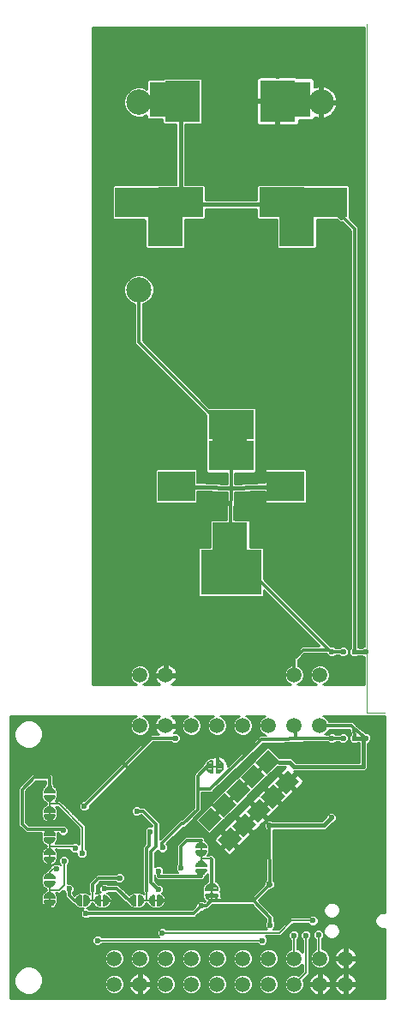
<source format=gbl>
G75*
%MOIN*%
%OFA0B0*%
%FSLAX25Y25*%
%IPPOS*%
%LPD*%
%AMOC8*
5,1,8,0,0,1.08239X$1,22.5*
%
%ADD10C,0.02181*%
%ADD11C,0.01984*%
%ADD12C,0.00500*%
%ADD13C,0.00500*%
%ADD14R,0.00800X0.00800*%
%ADD15C,0.00800*%
%ADD16C,0.05906*%
%ADD17C,0.09843*%
%ADD18R,0.13780X0.13780*%
%ADD19R,0.14567X0.11811*%
%ADD20R,0.13780X0.16142*%
%ADD21R,0.13780X0.22835*%
%ADD22R,0.23622X0.17717*%
%ADD23R,0.17717X0.11417*%
%ADD24R,0.17717X0.11811*%
%ADD25R,0.06299X0.07087*%
%ADD26C,0.01181*%
%ADD27C,0.01000*%
%ADD28C,0.02362*%
%ADD29C,0.00787*%
%ADD30C,0.01600*%
%ADD31C,0.01200*%
%ADD32C,0.00768*%
%ADD33C,0.01575*%
%ADD34C,0.00000*%
D10*
X0124209Y0051697D03*
X0124209Y0056421D03*
X0124209Y0061146D03*
X0124209Y0065870D03*
X0128934Y0065870D03*
X0133658Y0065870D03*
X0133658Y0061146D03*
X0133658Y0056421D03*
X0133658Y0051697D03*
X0128934Y0051697D03*
X0128934Y0056421D03*
X0128934Y0061146D03*
X0138383Y0061146D03*
X0138383Y0056421D03*
X0138383Y0051697D03*
X0138383Y0065870D03*
D11*
X0062658Y0063248D03*
X0058658Y0067248D03*
X0054658Y0063248D03*
X0054658Y0071248D03*
X0062658Y0071248D03*
D12*
X0071749Y0044561D02*
X0071749Y0040870D01*
X0072831Y0040729D02*
X0074800Y0040729D01*
X0074800Y0040231D02*
X0072954Y0040231D01*
X0072831Y0040476D02*
X0072831Y0041264D01*
X0073225Y0042051D01*
X0073619Y0042445D01*
X0074406Y0042839D01*
X0074800Y0042839D01*
X0074800Y0038902D01*
X0074406Y0038902D01*
X0073619Y0039295D01*
X0073225Y0039689D01*
X0072831Y0040476D01*
X0072831Y0041228D02*
X0074800Y0041228D01*
X0074800Y0041726D02*
X0073063Y0041726D01*
X0073399Y0042225D02*
X0074800Y0042225D01*
X0074800Y0042723D02*
X0074175Y0042723D01*
X0075981Y0042723D02*
X0076605Y0042723D01*
X0076375Y0042839D02*
X0077162Y0042445D01*
X0077556Y0042051D01*
X0077949Y0041264D01*
X0077949Y0040476D01*
X0077556Y0039689D01*
X0077162Y0039295D01*
X0076375Y0038902D01*
X0075981Y0038902D01*
X0075981Y0042839D01*
X0076375Y0042839D01*
X0075981Y0042225D02*
X0077382Y0042225D01*
X0077718Y0041726D02*
X0075981Y0041726D01*
X0075981Y0041228D02*
X0077949Y0041228D01*
X0077703Y0040870D02*
X0078319Y0040870D01*
X0078343Y0040870D02*
X0070469Y0040870D01*
X0070469Y0040729D02*
X0068501Y0040729D01*
X0068501Y0040231D02*
X0070346Y0040231D01*
X0070469Y0040476D02*
X0070075Y0039689D01*
X0069682Y0039295D01*
X0068894Y0038902D01*
X0068501Y0038902D01*
X0068501Y0042839D01*
X0068894Y0042839D01*
X0069682Y0042445D01*
X0070075Y0042051D01*
X0070469Y0041264D01*
X0070469Y0040476D01*
X0070469Y0041228D02*
X0068501Y0041228D01*
X0068501Y0041726D02*
X0070238Y0041726D01*
X0069902Y0042225D02*
X0068501Y0042225D01*
X0068501Y0042723D02*
X0069125Y0042723D01*
X0067320Y0042723D02*
X0066695Y0042723D01*
X0066926Y0042839D02*
X0067320Y0042839D01*
X0067320Y0038902D01*
X0066926Y0038902D01*
X0066138Y0039295D01*
X0065745Y0039689D01*
X0065351Y0040476D01*
X0065351Y0041264D01*
X0065745Y0042051D01*
X0066138Y0042445D01*
X0066926Y0042839D01*
X0067320Y0042225D02*
X0065918Y0042225D01*
X0065582Y0041726D02*
X0067320Y0041726D01*
X0067320Y0041228D02*
X0065351Y0041228D01*
X0065597Y0040870D02*
X0064982Y0040870D01*
X0065351Y0040729D02*
X0067320Y0040729D01*
X0067320Y0040231D02*
X0065474Y0040231D01*
X0065723Y0039732D02*
X0067320Y0039732D01*
X0067320Y0039234D02*
X0066262Y0039234D01*
X0068501Y0039234D02*
X0069558Y0039234D01*
X0070097Y0039732D02*
X0068501Y0039732D01*
X0073203Y0039732D02*
X0074800Y0039732D01*
X0074800Y0039234D02*
X0073742Y0039234D01*
X0075981Y0039234D02*
X0077039Y0039234D01*
X0077577Y0039732D02*
X0075981Y0039732D01*
X0075981Y0040231D02*
X0077827Y0040231D01*
X0077949Y0040729D02*
X0075981Y0040729D01*
X0091335Y0051697D02*
X0090942Y0052484D01*
X0090942Y0052878D01*
X0094879Y0052878D01*
X0094879Y0052484D01*
X0094485Y0051697D01*
X0094091Y0051303D01*
X0093304Y0050909D01*
X0092516Y0050909D01*
X0091729Y0051303D01*
X0091335Y0051697D01*
X0091336Y0051696D02*
X0094484Y0051696D01*
X0094734Y0052195D02*
X0091086Y0052195D01*
X0090942Y0052693D02*
X0094879Y0052693D01*
X0094879Y0054059D02*
X0090942Y0054059D01*
X0090942Y0054453D01*
X0091335Y0055240D01*
X0091729Y0055634D01*
X0092516Y0056028D01*
X0093304Y0056028D01*
X0094091Y0055634D01*
X0094485Y0055240D01*
X0094879Y0054453D01*
X0094879Y0054059D01*
X0094879Y0054189D02*
X0090942Y0054189D01*
X0091059Y0054687D02*
X0094761Y0054687D01*
X0094512Y0055186D02*
X0091308Y0055186D01*
X0091830Y0055684D02*
X0093990Y0055684D01*
X0092910Y0056028D02*
X0092910Y0064098D01*
X0092516Y0063311D02*
X0091729Y0062917D01*
X0091335Y0062524D01*
X0090942Y0061736D01*
X0090942Y0061343D01*
X0094879Y0061343D01*
X0094879Y0061736D01*
X0094485Y0062524D01*
X0094091Y0062917D01*
X0093304Y0063311D01*
X0092516Y0063311D01*
X0092219Y0063162D02*
X0093602Y0063162D01*
X0094345Y0062664D02*
X0091475Y0062664D01*
X0091156Y0062165D02*
X0094664Y0062165D01*
X0094879Y0061667D02*
X0090942Y0061667D01*
X0090942Y0060161D02*
X0094879Y0060161D01*
X0094879Y0059768D01*
X0094485Y0058980D01*
X0094091Y0058587D01*
X0093304Y0058193D01*
X0092516Y0058193D01*
X0091729Y0058587D01*
X0091335Y0058980D01*
X0090942Y0059768D01*
X0090942Y0060161D01*
X0090989Y0059673D02*
X0094831Y0059673D01*
X0094582Y0059174D02*
X0091238Y0059174D01*
X0091640Y0058676D02*
X0094180Y0058676D01*
X0092910Y0057110D02*
X0096601Y0057110D01*
X0093881Y0051198D02*
X0091940Y0051198D01*
X0092910Y0050909D02*
X0092910Y0050122D01*
X0097044Y0044709D02*
X0097044Y0043528D01*
X0097635Y0092839D02*
X0098816Y0092839D01*
X0056099Y0042445D02*
X0056493Y0042051D01*
X0056886Y0041264D01*
X0056886Y0040476D01*
X0056493Y0039689D01*
X0056099Y0039295D01*
X0055312Y0038902D01*
X0054918Y0038902D01*
X0054918Y0042839D01*
X0055312Y0042839D01*
X0056099Y0042445D01*
X0056319Y0042225D02*
X0054918Y0042225D01*
X0054918Y0042723D02*
X0055542Y0042723D01*
X0054918Y0041726D02*
X0056655Y0041726D01*
X0056886Y0041228D02*
X0054918Y0041228D01*
X0054918Y0040729D02*
X0056886Y0040729D01*
X0056640Y0040870D02*
X0057256Y0040870D01*
X0057280Y0040870D02*
X0049406Y0040870D01*
X0049406Y0040729D02*
X0047438Y0040729D01*
X0047438Y0040231D02*
X0049283Y0040231D01*
X0049406Y0040476D02*
X0049012Y0039689D01*
X0048619Y0039295D01*
X0047831Y0038902D01*
X0047438Y0038902D01*
X0047438Y0042839D01*
X0047831Y0042839D01*
X0048619Y0042445D01*
X0049012Y0042051D01*
X0049406Y0041264D01*
X0049406Y0040476D01*
X0049406Y0041228D02*
X0047438Y0041228D01*
X0047438Y0041726D02*
X0049175Y0041726D01*
X0048839Y0042225D02*
X0047438Y0042225D01*
X0047438Y0042723D02*
X0048062Y0042723D01*
X0046257Y0042723D02*
X0045632Y0042723D01*
X0045863Y0042839D02*
X0046257Y0042839D01*
X0046257Y0038902D01*
X0045863Y0038902D01*
X0045075Y0039295D01*
X0044682Y0039689D01*
X0044288Y0040476D01*
X0044288Y0041264D01*
X0044682Y0042051D01*
X0045075Y0042445D01*
X0045863Y0042839D01*
X0046257Y0042225D02*
X0044855Y0042225D01*
X0044519Y0041726D02*
X0046257Y0041726D01*
X0046257Y0041228D02*
X0044288Y0041228D01*
X0044534Y0040870D02*
X0043919Y0040870D01*
X0044288Y0040729D02*
X0046257Y0040729D01*
X0046257Y0040231D02*
X0044411Y0040231D01*
X0044660Y0039732D02*
X0046257Y0039732D01*
X0046257Y0039234D02*
X0045199Y0039234D01*
X0047438Y0039234D02*
X0048495Y0039234D01*
X0049034Y0039732D02*
X0047438Y0039732D01*
X0050686Y0040870D02*
X0050686Y0044561D01*
X0052556Y0042445D02*
X0052162Y0042051D01*
X0051768Y0041264D01*
X0051768Y0040476D01*
X0052162Y0039689D01*
X0052556Y0039295D01*
X0053343Y0038902D01*
X0053737Y0038902D01*
X0053737Y0042839D01*
X0053343Y0042839D01*
X0052556Y0042445D01*
X0052336Y0042225D02*
X0053737Y0042225D01*
X0053737Y0042723D02*
X0053112Y0042723D01*
X0053737Y0041726D02*
X0052000Y0041726D01*
X0051768Y0041228D02*
X0053737Y0041228D01*
X0053737Y0040729D02*
X0051768Y0040729D01*
X0051891Y0040231D02*
X0053737Y0040231D01*
X0053737Y0039732D02*
X0052141Y0039732D01*
X0052679Y0039234D02*
X0053737Y0039234D01*
X0054918Y0039234D02*
X0055976Y0039234D01*
X0056514Y0039732D02*
X0054918Y0039732D01*
X0054918Y0040231D02*
X0056764Y0040231D01*
X0037546Y0044906D02*
X0033855Y0044906D01*
X0034249Y0043823D02*
X0035036Y0043429D01*
X0035430Y0043035D01*
X0035823Y0042248D01*
X0035823Y0041854D01*
X0031886Y0041854D01*
X0031886Y0042248D01*
X0032280Y0043035D01*
X0032674Y0043429D01*
X0033461Y0043823D01*
X0034249Y0043823D01*
X0034454Y0043720D02*
X0033256Y0043720D01*
X0032466Y0043222D02*
X0035244Y0043222D01*
X0035586Y0042723D02*
X0032124Y0042723D01*
X0031886Y0042225D02*
X0035823Y0042225D01*
X0035823Y0040673D02*
X0035823Y0040280D01*
X0035430Y0039492D01*
X0035036Y0039098D01*
X0034249Y0038705D01*
X0033461Y0038705D01*
X0032674Y0039098D01*
X0032280Y0039492D01*
X0031886Y0040280D01*
X0031886Y0040673D01*
X0035823Y0040673D01*
X0035799Y0040231D02*
X0031911Y0040231D01*
X0032160Y0039732D02*
X0035550Y0039732D01*
X0035171Y0039234D02*
X0032539Y0039234D01*
X0033401Y0038735D02*
X0034309Y0038735D01*
X0033855Y0038951D02*
X0033855Y0038336D01*
X0033855Y0038311D02*
X0033855Y0046185D01*
X0034249Y0046185D02*
X0033461Y0046185D01*
X0032674Y0046579D01*
X0032280Y0046972D01*
X0031886Y0047760D01*
X0031886Y0048154D01*
X0035823Y0048154D01*
X0035823Y0047760D01*
X0035430Y0046972D01*
X0035036Y0046579D01*
X0034249Y0046185D01*
X0034304Y0046213D02*
X0033406Y0046213D01*
X0032541Y0046711D02*
X0035169Y0046711D01*
X0035548Y0047210D02*
X0032162Y0047210D01*
X0031912Y0047708D02*
X0035798Y0047708D01*
X0035823Y0049335D02*
X0035823Y0049728D01*
X0035430Y0050516D01*
X0035036Y0050909D01*
X0034249Y0051303D01*
X0033461Y0051303D01*
X0032674Y0050909D01*
X0032280Y0050516D01*
X0031886Y0049728D01*
X0031886Y0049335D01*
X0035823Y0049335D01*
X0035823Y0049702D02*
X0031886Y0049702D01*
X0032123Y0050201D02*
X0035587Y0050201D01*
X0035246Y0050699D02*
X0032464Y0050699D01*
X0033251Y0051198D02*
X0034459Y0051198D01*
X0033855Y0051057D02*
X0033855Y0051672D01*
X0033855Y0055240D02*
X0033855Y0063114D01*
X0034249Y0063114D02*
X0033461Y0063114D01*
X0032674Y0063508D01*
X0032280Y0063902D01*
X0031886Y0064689D01*
X0031886Y0065083D01*
X0035823Y0065083D01*
X0035823Y0064689D01*
X0035430Y0063902D01*
X0035036Y0063508D01*
X0034249Y0063114D01*
X0034345Y0063162D02*
X0033365Y0063162D01*
X0032521Y0063661D02*
X0035189Y0063661D01*
X0035559Y0064159D02*
X0032151Y0064159D01*
X0031902Y0064658D02*
X0035808Y0064658D01*
X0035823Y0066264D02*
X0035823Y0066657D01*
X0035430Y0067445D01*
X0035036Y0067839D01*
X0034249Y0068232D01*
X0033461Y0068232D01*
X0032674Y0067839D01*
X0032280Y0067445D01*
X0031886Y0066657D01*
X0031886Y0066264D01*
X0035823Y0066264D01*
X0035823Y0066652D02*
X0031886Y0066652D01*
X0032133Y0067150D02*
X0035577Y0067150D01*
X0035226Y0067649D02*
X0032484Y0067649D01*
X0033291Y0068147D02*
X0034419Y0068147D01*
X0033855Y0067986D02*
X0033855Y0068601D01*
X0033855Y0071776D02*
X0033855Y0079650D01*
X0034249Y0079650D02*
X0033461Y0079650D01*
X0032674Y0080043D01*
X0032280Y0080437D01*
X0031886Y0081224D01*
X0031886Y0081618D01*
X0035823Y0081618D01*
X0035823Y0081224D01*
X0035430Y0080437D01*
X0035036Y0080043D01*
X0034249Y0079650D01*
X0035104Y0080112D02*
X0032606Y0080112D01*
X0032194Y0080610D02*
X0035516Y0080610D01*
X0035766Y0081109D02*
X0031944Y0081109D01*
X0031886Y0081607D02*
X0035823Y0081607D01*
X0035823Y0082799D02*
X0035823Y0083193D01*
X0035430Y0083980D01*
X0035036Y0084374D01*
X0034249Y0084768D01*
X0033461Y0084768D01*
X0032674Y0084374D01*
X0032280Y0083980D01*
X0031886Y0083193D01*
X0031886Y0082799D01*
X0035823Y0082799D01*
X0035823Y0083103D02*
X0031886Y0083103D01*
X0032091Y0083601D02*
X0035619Y0083601D01*
X0035310Y0084100D02*
X0032399Y0084100D01*
X0033122Y0084598D02*
X0034588Y0084598D01*
X0033855Y0084522D02*
X0033855Y0085137D01*
X0033855Y0078370D02*
X0037546Y0078370D01*
X0035430Y0076500D02*
X0035823Y0075713D01*
X0035823Y0075319D01*
X0031886Y0075319D01*
X0031886Y0075713D01*
X0032280Y0076500D01*
X0032674Y0076894D01*
X0033461Y0077287D01*
X0034249Y0077287D01*
X0035036Y0076894D01*
X0035430Y0076500D01*
X0035308Y0076622D02*
X0032402Y0076622D01*
X0032092Y0076123D02*
X0035618Y0076123D01*
X0035823Y0075625D02*
X0031886Y0075625D01*
X0031886Y0074138D02*
X0031886Y0073744D01*
X0032280Y0072957D01*
X0032674Y0072563D01*
X0033461Y0072169D01*
X0034249Y0072169D01*
X0035036Y0072563D01*
X0035430Y0072957D01*
X0035823Y0073744D01*
X0035823Y0074138D01*
X0031886Y0074138D01*
X0031886Y0074129D02*
X0035823Y0074129D01*
X0035767Y0073631D02*
X0031943Y0073631D01*
X0032192Y0073132D02*
X0035518Y0073132D01*
X0035107Y0072634D02*
X0032603Y0072634D01*
X0033855Y0072415D02*
X0033855Y0071800D01*
X0033127Y0077120D02*
X0034583Y0077120D01*
X0033855Y0061835D02*
X0037546Y0061835D01*
X0035430Y0059965D02*
X0035823Y0059177D01*
X0035823Y0058783D01*
X0031886Y0058783D01*
X0031886Y0059177D01*
X0032280Y0059965D01*
X0032674Y0060358D01*
X0033461Y0060752D01*
X0034249Y0060752D01*
X0035036Y0060358D01*
X0035430Y0059965D01*
X0035223Y0060171D02*
X0032487Y0060171D01*
X0032134Y0059673D02*
X0035576Y0059673D01*
X0035823Y0059174D02*
X0031886Y0059174D01*
X0031886Y0057602D02*
X0031886Y0057209D01*
X0032280Y0056421D01*
X0032674Y0056028D01*
X0033461Y0055634D01*
X0034249Y0055634D01*
X0035036Y0056028D01*
X0035430Y0056421D01*
X0035823Y0057209D01*
X0035823Y0057602D01*
X0031886Y0057602D01*
X0031901Y0057180D02*
X0035809Y0057180D01*
X0035560Y0056682D02*
X0032150Y0056682D01*
X0032518Y0056183D02*
X0035192Y0056183D01*
X0034350Y0055684D02*
X0033360Y0055684D01*
X0033855Y0055880D02*
X0033855Y0055265D01*
X0033297Y0060670D02*
X0034413Y0060670D01*
D13*
X0033855Y0055068D03*
X0033855Y0051672D03*
X0037546Y0044906D03*
X0033855Y0038139D03*
X0043919Y0040870D03*
X0050686Y0044561D03*
X0057452Y0040870D03*
X0064982Y0040870D03*
X0071749Y0044561D03*
X0078515Y0040870D03*
X0092910Y0050147D03*
X0096798Y0057110D03*
X0092910Y0064074D03*
X0037546Y0061835D03*
X0033855Y0068601D03*
X0033855Y0071603D03*
X0037546Y0078370D03*
X0033855Y0085137D03*
D14*
X0097425Y0092839D03*
X0099025Y0092839D03*
X0097044Y0044918D03*
X0097044Y0043318D03*
D15*
X0095830Y0041259D02*
X0098258Y0041259D01*
X0098377Y0041323D02*
X0097962Y0041101D01*
X0097512Y0040964D01*
X0097044Y0040918D01*
X0096576Y0040964D01*
X0096126Y0041101D01*
X0095711Y0041323D01*
X0095347Y0041621D01*
X0095048Y0041985D01*
X0094827Y0042400D01*
X0094690Y0042850D01*
X0094644Y0043318D01*
X0099444Y0043318D01*
X0099398Y0042850D01*
X0099261Y0042400D01*
X0099039Y0041985D01*
X0098741Y0041621D01*
X0098377Y0041323D01*
X0099078Y0042057D02*
X0095010Y0042057D01*
X0094689Y0042856D02*
X0099398Y0042856D01*
X0099444Y0044918D02*
X0099398Y0045386D01*
X0099261Y0045837D01*
X0099039Y0046251D01*
X0098741Y0046615D01*
X0098377Y0046914D01*
X0097962Y0047135D01*
X0097512Y0047272D01*
X0097044Y0047318D01*
X0096576Y0047272D01*
X0096126Y0047135D01*
X0095711Y0046914D01*
X0095347Y0046615D01*
X0095048Y0046251D01*
X0094827Y0045837D01*
X0094690Y0045386D01*
X0094644Y0044918D01*
X0099444Y0044918D01*
X0099411Y0045251D02*
X0094677Y0045251D01*
X0094941Y0046050D02*
X0099147Y0046050D01*
X0098457Y0046848D02*
X0095631Y0046848D01*
X0097425Y0090439D02*
X0096957Y0090485D01*
X0096507Y0090621D01*
X0096092Y0090843D01*
X0095728Y0091142D01*
X0095430Y0091505D01*
X0095208Y0091920D01*
X0095071Y0092370D01*
X0095025Y0092839D01*
X0095071Y0093307D01*
X0095208Y0093757D01*
X0095430Y0094172D01*
X0095728Y0094536D01*
X0096092Y0094834D01*
X0096507Y0095056D01*
X0096957Y0095192D01*
X0097425Y0095239D01*
X0097425Y0090439D01*
X0097425Y0090767D02*
X0096235Y0090767D01*
X0095398Y0091565D02*
X0097425Y0091565D01*
X0097425Y0092364D02*
X0095073Y0092364D01*
X0095057Y0093162D02*
X0097425Y0093162D01*
X0097425Y0093961D02*
X0095317Y0093961D01*
X0096000Y0094759D02*
X0097425Y0094759D01*
X0099025Y0094759D02*
X0100450Y0094759D01*
X0100358Y0094834D02*
X0099944Y0095056D01*
X0099493Y0095192D01*
X0099025Y0095239D01*
X0099025Y0090439D01*
X0099493Y0090485D01*
X0099944Y0090621D01*
X0100358Y0090843D01*
X0100722Y0091142D01*
X0101021Y0091505D01*
X0101242Y0091920D01*
X0101379Y0092370D01*
X0101425Y0092839D01*
X0101379Y0093307D01*
X0101242Y0093757D01*
X0101021Y0094172D01*
X0100722Y0094536D01*
X0100358Y0094834D01*
X0101134Y0093961D02*
X0099025Y0093961D01*
X0099025Y0093162D02*
X0101393Y0093162D01*
X0101377Y0092364D02*
X0099025Y0092364D01*
X0099025Y0091565D02*
X0101053Y0091565D01*
X0100215Y0090767D02*
X0099025Y0090767D01*
D16*
X0099131Y0108783D03*
X0109131Y0108783D03*
X0119131Y0108783D03*
X0129131Y0108783D03*
X0139131Y0108783D03*
X0139131Y0128469D03*
X0129131Y0128469D03*
X0089131Y0108783D03*
X0079131Y0108783D03*
X0069131Y0108783D03*
X0069131Y0128469D03*
X0079131Y0128469D03*
X0079131Y0018311D03*
X0079131Y0008311D03*
X0089131Y0008311D03*
X0089131Y0018311D03*
X0099131Y0018311D03*
X0099131Y0008311D03*
X0109131Y0008311D03*
X0109131Y0018311D03*
X0119131Y0018311D03*
X0119131Y0008311D03*
X0129131Y0008311D03*
X0129131Y0018311D03*
X0139131Y0018311D03*
X0139131Y0008311D03*
X0149131Y0008311D03*
X0149131Y0018311D03*
X0069131Y0018311D03*
X0069131Y0008311D03*
X0059131Y0008311D03*
X0059131Y0018311D03*
D17*
X0068698Y0278272D03*
X0068698Y0351106D03*
X0139564Y0351106D03*
D18*
X0128737Y0352287D03*
X0128737Y0352287D03*
X0079524Y0352287D03*
X0079524Y0352287D03*
X0104131Y0222366D03*
X0104131Y0181028D03*
D19*
X0083264Y0201894D03*
X0125784Y0201894D03*
X0142320Y0312130D03*
X0066729Y0312130D03*
D20*
X0085627Y0351500D03*
X0122635Y0351500D03*
D21*
X0130115Y0306618D03*
X0078934Y0306618D03*
D22*
X0104524Y0168429D03*
D23*
X0084839Y0312130D03*
X0084839Y0312327D03*
X0124209Y0312327D03*
X0124209Y0312130D03*
D24*
X0104524Y0225713D03*
X0104524Y0213705D03*
D25*
G36*
X0118290Y0089956D02*
X0113837Y0094409D01*
X0118846Y0099418D01*
X0123299Y0094965D01*
X0118290Y0089956D01*
G37*
G36*
X0120517Y0076593D02*
X0116064Y0081046D01*
X0121073Y0086055D01*
X0125526Y0081602D01*
X0120517Y0076593D01*
G37*
G36*
X0114949Y0071025D02*
X0110496Y0075478D01*
X0115505Y0080487D01*
X0119958Y0076034D01*
X0114949Y0071025D01*
G37*
G36*
X0109381Y0065457D02*
X0104928Y0069910D01*
X0109937Y0074919D01*
X0114390Y0070466D01*
X0109381Y0065457D01*
G37*
G36*
X0103813Y0059890D02*
X0099360Y0064343D01*
X0104369Y0069352D01*
X0108822Y0064899D01*
X0103813Y0059890D01*
G37*
G36*
X0096018Y0067685D02*
X0091565Y0072138D01*
X0096574Y0077147D01*
X0101027Y0072694D01*
X0096018Y0067685D01*
G37*
G36*
X0101586Y0073252D02*
X0097133Y0077705D01*
X0102142Y0082714D01*
X0106595Y0078261D01*
X0101586Y0073252D01*
G37*
G36*
X0107154Y0078820D02*
X0102701Y0083273D01*
X0107710Y0088282D01*
X0112163Y0083829D01*
X0107154Y0078820D01*
G37*
G36*
X0112722Y0084388D02*
X0108269Y0088841D01*
X0113278Y0093850D01*
X0117731Y0089397D01*
X0112722Y0084388D01*
G37*
G36*
X0126084Y0082161D02*
X0121631Y0086614D01*
X0126640Y0091623D01*
X0131093Y0087170D01*
X0126084Y0082161D01*
G37*
D26*
X0119485Y0066854D02*
X0119524Y0047169D01*
X0119524Y0047012D01*
X0119485Y0047169D02*
X0119682Y0046972D01*
X0119682Y0047169D02*
X0113186Y0040673D01*
X0119682Y0034177D01*
X0119682Y0031224D01*
X0113186Y0040673D02*
X0097241Y0040673D01*
X0097044Y0041067D02*
X0094879Y0038902D01*
X0092910Y0038705D01*
X0089957Y0035752D01*
X0048028Y0035752D01*
X0050686Y0044561D02*
X0050686Y0047071D01*
X0053146Y0049531D01*
X0061217Y0049531D01*
X0060061Y0045398D02*
X0055312Y0045398D01*
X0057452Y0040870D02*
X0057846Y0040476D01*
X0058855Y0040476D01*
X0060061Y0045398D02*
X0064982Y0040870D01*
X0071650Y0044659D02*
X0071749Y0044561D01*
X0071650Y0044659D02*
X0071650Y0061146D01*
X0072635Y0062130D01*
X0072635Y0067248D01*
X0073028Y0067642D01*
X0075390Y0070398D02*
X0075390Y0061736D01*
X0073422Y0059768D01*
X0073422Y0047957D01*
X0076276Y0045102D01*
X0078515Y0040870D02*
X0078909Y0040476D01*
X0080115Y0040476D01*
X0077949Y0061343D02*
X0077753Y0061539D01*
X0077753Y0063311D01*
X0085233Y0070791D01*
X0086020Y0070791D01*
X0091532Y0076303D01*
X0091532Y0084177D01*
X0096257Y0084177D01*
X0116335Y0103469D01*
X0124800Y0103469D01*
X0129721Y0103665D01*
X0134642Y0103862D01*
X0143747Y0103862D01*
X0148176Y0103862D01*
X0152359Y0107799D02*
X0151375Y0108783D01*
X0139131Y0108783D01*
X0129721Y0108193D02*
X0129721Y0103665D01*
X0129721Y0108193D02*
X0129131Y0108783D01*
X0129131Y0128469D02*
X0129131Y0134925D01*
X0132516Y0138311D01*
X0142516Y0138311D01*
X0112398Y0168429D01*
X0104524Y0168429D01*
X0104131Y0181028D02*
X0104524Y0201106D01*
X0104524Y0213705D01*
X0104131Y0222366D02*
X0068698Y0257799D01*
X0068698Y0278272D01*
X0068698Y0351106D02*
X0070666Y0352287D01*
X0077753Y0352287D01*
X0079524Y0352287D01*
X0142320Y0312130D02*
X0152605Y0301844D01*
X0152605Y0137484D01*
X0148176Y0137484D02*
X0143747Y0137484D01*
X0143747Y0137081D01*
X0142516Y0138311D01*
X0152359Y0107799D02*
X0152605Y0103862D01*
X0152359Y0107799D02*
X0157034Y0103862D01*
X0102556Y0097563D02*
X0099800Y0097563D01*
X0099209Y0096972D01*
X0099209Y0093023D01*
X0099025Y0092839D01*
X0095075Y0092839D02*
X0091532Y0089295D01*
X0091532Y0084177D01*
X0082871Y0103862D02*
X0073816Y0103862D01*
X0047438Y0077484D01*
X0054658Y0071248D02*
X0058658Y0067248D01*
X0054658Y0063248D01*
X0058658Y0067248D02*
X0062658Y0063248D01*
X0058658Y0067248D02*
X0062658Y0071248D01*
X0067910Y0075516D02*
X0070272Y0075516D01*
X0075390Y0070398D01*
X0064391Y0092617D02*
X0056493Y0100516D01*
X0051965Y0101500D01*
X0042910Y0092445D02*
X0042910Y0092248D01*
X0037792Y0090083D01*
X0033855Y0088680D02*
X0033855Y0085161D01*
X0033855Y0085137D01*
X0033855Y0088680D02*
X0027925Y0088680D01*
X0023225Y0083980D01*
X0023225Y0070594D01*
X0025218Y0068601D01*
X0033855Y0068601D01*
X0038604Y0068601D01*
X0039170Y0068035D01*
X0033855Y0055068D02*
X0029327Y0050540D01*
X0029327Y0040870D01*
X0029327Y0040673D01*
X0028737Y0038213D01*
X0029327Y0040870D02*
X0031444Y0038754D01*
X0033855Y0038754D01*
X0033855Y0038139D01*
X0041532Y0042839D02*
X0041532Y0045398D01*
X0041532Y0042839D02*
X0043501Y0040870D01*
X0043919Y0040870D01*
D27*
X0043432Y0039280D02*
X0043432Y0039171D01*
X0043654Y0038949D01*
X0043795Y0038667D01*
X0043989Y0038602D01*
X0044053Y0038409D01*
X0044335Y0038268D01*
X0044558Y0038045D01*
X0044780Y0038045D01*
X0045122Y0037874D01*
X0045345Y0037652D01*
X0045568Y0037652D01*
X0045767Y0037552D01*
X0046066Y0037652D01*
X0046774Y0037652D01*
X0046847Y0037724D01*
X0046882Y0037690D01*
X0045847Y0036655D01*
X0045847Y0034849D01*
X0047125Y0033571D01*
X0048932Y0033571D01*
X0049522Y0034161D01*
X0090616Y0034161D01*
X0091548Y0035093D01*
X0092978Y0036524D01*
X0093814Y0036524D01*
X0094561Y0037271D01*
X0094958Y0037311D01*
X0095537Y0037311D01*
X0095602Y0037375D01*
X0095692Y0037384D01*
X0096059Y0037833D01*
X0097309Y0039083D01*
X0112527Y0039083D01*
X0118091Y0033518D01*
X0118091Y0032718D01*
X0117501Y0032128D01*
X0117501Y0030321D01*
X0118166Y0029655D01*
X0079453Y0029655D01*
X0078656Y0030453D01*
X0076849Y0030453D01*
X0075572Y0029175D01*
X0075572Y0027368D01*
X0076237Y0026703D01*
X0054256Y0026703D01*
X0053459Y0027500D01*
X0051652Y0027500D01*
X0050375Y0026222D01*
X0050375Y0024415D01*
X0051652Y0023138D01*
X0053459Y0023138D01*
X0054256Y0023935D01*
X0115028Y0023935D01*
X0115826Y0023138D01*
X0117632Y0023138D01*
X0118910Y0024415D01*
X0118910Y0026222D01*
X0118245Y0026888D01*
X0123995Y0026888D01*
X0124806Y0027698D01*
X0128720Y0031612D01*
X0134713Y0031612D01*
X0135511Y0030815D01*
X0137317Y0030815D01*
X0138595Y0032093D01*
X0138595Y0033899D01*
X0137317Y0035177D01*
X0135511Y0035177D01*
X0134713Y0034380D01*
X0127573Y0034380D01*
X0122849Y0029655D01*
X0121197Y0029655D01*
X0121863Y0030321D01*
X0121863Y0032128D01*
X0121272Y0032718D01*
X0121272Y0034836D01*
X0120341Y0035768D01*
X0115435Y0040673D01*
X0119737Y0044976D01*
X0120230Y0044976D01*
X0120243Y0044988D01*
X0120388Y0044988D01*
X0121666Y0046266D01*
X0121666Y0048073D01*
X0121112Y0048627D01*
X0121077Y0066183D01*
X0121085Y0066192D01*
X0121085Y0068204D01*
X0141254Y0068204D01*
X0142309Y0069258D01*
X0143905Y0070854D01*
X0144443Y0070854D01*
X0145721Y0072132D01*
X0145721Y0073939D01*
X0144443Y0075217D01*
X0142637Y0075217D01*
X0141359Y0073939D01*
X0141359Y0073400D01*
X0139763Y0071804D01*
X0120769Y0071804D01*
X0120388Y0072185D01*
X0118581Y0072185D01*
X0117304Y0070907D01*
X0117304Y0069100D01*
X0117885Y0068519D01*
X0117885Y0066192D01*
X0117896Y0066181D01*
X0117930Y0048699D01*
X0117304Y0048073D01*
X0117304Y0047041D01*
X0112527Y0042264D01*
X0100765Y0042264D01*
X0100751Y0042310D01*
X0100778Y0042575D01*
X0100820Y0042714D01*
X0100844Y0042738D01*
X0100844Y0042794D01*
X0100906Y0042998D01*
X0100844Y0043114D01*
X0100844Y0043249D01*
X0100894Y0043758D01*
X0100844Y0043819D01*
X0100844Y0043898D01*
X0100624Y0044118D01*
X0100844Y0044338D01*
X0100844Y0044417D01*
X0100894Y0044478D01*
X0100844Y0044987D01*
X0100844Y0045122D01*
X0100906Y0045238D01*
X0100844Y0045442D01*
X0100844Y0045498D01*
X0100820Y0045522D01*
X0100778Y0045661D01*
X0100751Y0045926D01*
X0100769Y0045985D01*
X0100740Y0046039D01*
X0100734Y0046101D01*
X0100687Y0046140D01*
X0100561Y0046375D01*
X0100484Y0046630D01*
X0100490Y0046691D01*
X0100451Y0046739D01*
X0100433Y0046798D01*
X0100378Y0046827D01*
X0100209Y0047033D01*
X0100083Y0047268D01*
X0100077Y0047330D01*
X0100030Y0047369D01*
X0100001Y0047423D01*
X0099942Y0047441D01*
X0099736Y0047610D01*
X0099567Y0047816D01*
X0099549Y0047875D01*
X0099494Y0047904D01*
X0099455Y0047952D01*
X0099394Y0047958D01*
X0099159Y0048083D01*
X0098953Y0048252D01*
X0098924Y0048307D01*
X0098865Y0048325D01*
X0098817Y0048364D01*
X0098756Y0048358D01*
X0098644Y0048392D01*
X0098644Y0057478D01*
X0098398Y0057724D01*
X0098398Y0057773D01*
X0097461Y0058710D01*
X0096135Y0058710D01*
X0095785Y0058360D01*
X0095633Y0058360D01*
X0095735Y0058463D01*
X0095735Y0058685D01*
X0095906Y0059027D01*
X0096129Y0059250D01*
X0096129Y0059473D01*
X0096228Y0059672D01*
X0096129Y0059971D01*
X0096129Y0060679D01*
X0096056Y0060752D01*
X0096129Y0060825D01*
X0096129Y0061533D01*
X0096228Y0061832D01*
X0096129Y0062031D01*
X0096129Y0062254D01*
X0095906Y0062477D01*
X0095735Y0062819D01*
X0095735Y0063041D01*
X0095512Y0063264D01*
X0095371Y0063546D01*
X0095178Y0063610D01*
X0095113Y0063804D01*
X0094832Y0063945D01*
X0094609Y0064167D01*
X0094510Y0064167D01*
X0094510Y0064737D01*
X0093573Y0065674D01*
X0086711Y0065674D01*
X0084373Y0063336D01*
X0083436Y0062399D01*
X0083436Y0054953D01*
X0082855Y0054372D01*
X0082855Y0052565D01*
X0083673Y0051747D01*
X0078556Y0051747D01*
X0078556Y0053191D01*
X0077278Y0054468D01*
X0075471Y0054468D01*
X0075012Y0054010D01*
X0075012Y0059109D01*
X0076055Y0060152D01*
X0077046Y0059161D01*
X0078853Y0059161D01*
X0080131Y0060439D01*
X0080131Y0062246D01*
X0079534Y0062843D01*
X0085892Y0069201D01*
X0086679Y0069201D01*
X0092191Y0074713D01*
X0093123Y0075644D01*
X0093123Y0082587D01*
X0096241Y0082587D01*
X0096883Y0082574D01*
X0096897Y0082587D01*
X0096915Y0082587D01*
X0097370Y0083041D01*
X0116976Y0101878D01*
X0124178Y0101878D01*
X0124205Y0101853D01*
X0124832Y0101878D01*
X0125459Y0101878D01*
X0125485Y0101904D01*
X0129126Y0102050D01*
X0129126Y0102050D01*
X0129753Y0102075D01*
X0130380Y0102075D01*
X0130406Y0102101D01*
X0134674Y0102272D01*
X0142253Y0102272D01*
X0142843Y0101681D01*
X0144650Y0101681D01*
X0145241Y0102272D01*
X0146682Y0102272D01*
X0147272Y0101681D01*
X0149079Y0101681D01*
X0150357Y0102959D01*
X0150357Y0104766D01*
X0149079Y0106043D01*
X0147272Y0106043D01*
X0146682Y0105453D01*
X0145241Y0105453D01*
X0144650Y0106043D01*
X0142843Y0106043D01*
X0142253Y0105453D01*
X0141390Y0105453D01*
X0142482Y0106544D01*
X0142750Y0107193D01*
X0150716Y0107193D01*
X0150809Y0107100D01*
X0150924Y0105265D01*
X0150424Y0104766D01*
X0150424Y0102959D01*
X0151702Y0101681D01*
X0153508Y0101681D01*
X0153902Y0102075D01*
X0154299Y0102075D01*
X0154299Y0094639D01*
X0129876Y0094639D01*
X0128637Y0095878D01*
X0128120Y0096404D01*
X0128111Y0096404D01*
X0128105Y0096410D01*
X0127367Y0096410D01*
X0123233Y0096446D01*
X0119260Y0100419D01*
X0118432Y0100419D01*
X0112864Y0094851D01*
X0112864Y0094851D01*
X0107267Y0089255D01*
X0107267Y0089255D01*
X0101699Y0083687D01*
X0096161Y0078148D01*
X0096161Y0078148D01*
X0090564Y0072551D01*
X0090564Y0071723D01*
X0095604Y0066683D01*
X0096432Y0066683D01*
X0102000Y0072251D01*
X0107597Y0077848D01*
X0113136Y0083386D01*
X0118703Y0088954D01*
X0118703Y0088954D01*
X0122601Y0092852D01*
X0125720Y0092824D01*
X0123428Y0090533D01*
X0126362Y0087599D01*
X0125655Y0086892D01*
X0122721Y0089826D01*
X0120429Y0087534D01*
X0120328Y0087359D01*
X0120152Y0087257D01*
X0117860Y0084965D01*
X0120795Y0082031D01*
X0122443Y0083679D01*
X0125655Y0086892D01*
X0126362Y0086185D01*
X0124714Y0084537D01*
X0121502Y0081324D01*
X0120795Y0082031D01*
X0120087Y0081324D01*
X0117153Y0084258D01*
X0114862Y0081967D01*
X0114760Y0081791D01*
X0114584Y0081689D01*
X0112293Y0079398D01*
X0115227Y0076463D01*
X0116875Y0078111D01*
X0120087Y0081324D01*
X0120795Y0080617D01*
X0121502Y0081324D01*
X0124436Y0078390D01*
X0126727Y0080681D01*
X0126829Y0080857D01*
X0127005Y0080959D01*
X0129297Y0083250D01*
X0126362Y0086185D01*
X0127069Y0086892D01*
X0126362Y0087599D01*
X0129575Y0090811D01*
X0129348Y0091039D01*
X0156845Y0091039D01*
X0157899Y0092093D01*
X0157899Y0101681D01*
X0157938Y0101681D01*
X0159215Y0102959D01*
X0159215Y0104766D01*
X0157938Y0106043D01*
X0156913Y0106043D01*
X0153435Y0108972D01*
X0152033Y0110374D01*
X0142750Y0110374D01*
X0142482Y0111023D01*
X0141370Y0112134D01*
X0140717Y0112405D01*
X0142478Y0112405D01*
X0142491Y0112417D01*
X0145003Y0112417D01*
X0145015Y0112405D01*
X0146907Y0112405D01*
X0146920Y0112417D01*
X0149432Y0112417D01*
X0149444Y0112405D01*
X0151337Y0112405D01*
X0151349Y0112417D01*
X0153861Y0112417D01*
X0153873Y0112405D01*
X0155766Y0112405D01*
X0155778Y0112417D01*
X0158290Y0112417D01*
X0158303Y0112405D01*
X0164170Y0112405D01*
X0164170Y0036247D01*
X0163090Y0036247D01*
X0161895Y0035752D01*
X0160981Y0034837D01*
X0160486Y0033643D01*
X0160486Y0032349D01*
X0160981Y0031155D01*
X0161895Y0030240D01*
X0163090Y0029745D01*
X0164170Y0029745D01*
X0164170Y0002800D01*
X0018816Y0002800D01*
X0018816Y0112405D01*
X0049959Y0112405D01*
X0049971Y0112417D01*
X0052483Y0112417D01*
X0052495Y0112405D01*
X0054388Y0112405D01*
X0054400Y0112417D01*
X0056912Y0112417D01*
X0056925Y0112405D01*
X0058817Y0112405D01*
X0058829Y0112417D01*
X0061341Y0112417D01*
X0061354Y0112405D01*
X0063246Y0112405D01*
X0063259Y0112417D01*
X0065770Y0112417D01*
X0065783Y0112405D01*
X0067544Y0112405D01*
X0066892Y0112134D01*
X0065780Y0111023D01*
X0065178Y0109570D01*
X0065178Y0107997D01*
X0065780Y0106544D01*
X0066892Y0105432D01*
X0068344Y0104831D01*
X0069917Y0104831D01*
X0071370Y0105432D01*
X0072482Y0106544D01*
X0073083Y0107997D01*
X0073083Y0109570D01*
X0072482Y0111023D01*
X0071370Y0112134D01*
X0070717Y0112405D01*
X0076539Y0112405D01*
X0076230Y0112180D01*
X0075734Y0111684D01*
X0075322Y0111117D01*
X0075004Y0110493D01*
X0074787Y0109826D01*
X0074699Y0109268D01*
X0078646Y0109268D01*
X0078646Y0108299D01*
X0074699Y0108299D01*
X0074787Y0107741D01*
X0075004Y0107074D01*
X0075322Y0106450D01*
X0075734Y0105883D01*
X0076164Y0105453D01*
X0073157Y0105453D01*
X0072225Y0104521D01*
X0047369Y0079665D01*
X0046534Y0079665D01*
X0045257Y0078388D01*
X0045257Y0076581D01*
X0046534Y0075303D01*
X0048341Y0075303D01*
X0049619Y0076581D01*
X0049619Y0077416D01*
X0074474Y0102272D01*
X0081377Y0102272D01*
X0081967Y0101681D01*
X0083774Y0101681D01*
X0085052Y0102959D01*
X0085052Y0104766D01*
X0083774Y0106043D01*
X0082644Y0106043D01*
X0082939Y0106450D01*
X0083257Y0107074D01*
X0083474Y0107741D01*
X0083562Y0108299D01*
X0079615Y0108299D01*
X0079615Y0109268D01*
X0083562Y0109268D01*
X0083474Y0109826D01*
X0083257Y0110493D01*
X0082939Y0111117D01*
X0082527Y0111684D01*
X0082031Y0112180D01*
X0081722Y0112405D01*
X0087544Y0112405D01*
X0086892Y0112134D01*
X0085780Y0111023D01*
X0085178Y0109570D01*
X0085178Y0107997D01*
X0085780Y0106544D01*
X0086892Y0105432D01*
X0088344Y0104831D01*
X0089917Y0104831D01*
X0091370Y0105432D01*
X0092482Y0106544D01*
X0093083Y0107997D01*
X0093083Y0109570D01*
X0092482Y0111023D01*
X0091370Y0112134D01*
X0090717Y0112405D01*
X0097544Y0112405D01*
X0096892Y0112134D01*
X0095780Y0111023D01*
X0095178Y0109570D01*
X0095178Y0107997D01*
X0095780Y0106544D01*
X0096892Y0105432D01*
X0098344Y0104831D01*
X0099917Y0104831D01*
X0101370Y0105432D01*
X0102482Y0106544D01*
X0103083Y0107997D01*
X0103083Y0109570D01*
X0102482Y0111023D01*
X0101370Y0112134D01*
X0100717Y0112405D01*
X0107544Y0112405D01*
X0106892Y0112134D01*
X0105780Y0111023D01*
X0105178Y0109570D01*
X0105178Y0107997D01*
X0105780Y0106544D01*
X0106892Y0105432D01*
X0108344Y0104831D01*
X0109917Y0104831D01*
X0111370Y0105432D01*
X0112482Y0106544D01*
X0113083Y0107997D01*
X0113083Y0109570D01*
X0112482Y0111023D01*
X0111370Y0112134D01*
X0110717Y0112405D01*
X0117544Y0112405D01*
X0116892Y0112134D01*
X0115780Y0111023D01*
X0115178Y0109570D01*
X0115178Y0107997D01*
X0115780Y0106544D01*
X0116892Y0105432D01*
X0117793Y0105059D01*
X0116351Y0105059D01*
X0115708Y0105072D01*
X0115695Y0105059D01*
X0115676Y0105059D01*
X0115222Y0104604D01*
X0103325Y0093174D01*
X0103325Y0093215D01*
X0103194Y0093956D01*
X0102937Y0094663D01*
X0102561Y0095314D01*
X0102561Y0095314D01*
X0102077Y0095891D01*
X0101980Y0095972D01*
X0101501Y0096374D01*
X0101370Y0096450D01*
X0100849Y0096751D01*
X0100668Y0096817D01*
X0100142Y0097008D01*
X0099401Y0097139D01*
X0099025Y0097139D01*
X0098775Y0097139D01*
X0098292Y0097009D01*
X0097858Y0096759D01*
X0097780Y0096680D01*
X0097356Y0096639D01*
X0097221Y0096639D01*
X0097105Y0096701D01*
X0096901Y0096639D01*
X0096845Y0096639D01*
X0096821Y0096614D01*
X0096682Y0096572D01*
X0096417Y0096546D01*
X0096358Y0096564D01*
X0096304Y0096535D01*
X0096243Y0096529D01*
X0096203Y0096481D01*
X0095968Y0096356D01*
X0095713Y0096278D01*
X0095652Y0096284D01*
X0095604Y0096245D01*
X0095545Y0096227D01*
X0095516Y0096173D01*
X0095310Y0096004D01*
X0095075Y0095878D01*
X0095014Y0095872D01*
X0094975Y0095824D01*
X0094920Y0095795D01*
X0094902Y0095737D01*
X0094733Y0095530D01*
X0094527Y0095361D01*
X0094468Y0095343D01*
X0094439Y0095289D01*
X0094392Y0095250D01*
X0094386Y0095189D01*
X0067392Y0095189D01*
X0068390Y0096187D02*
X0095524Y0096187D01*
X0094386Y0095189D02*
X0094260Y0094954D01*
X0094091Y0094747D01*
X0094036Y0094718D01*
X0094018Y0094659D01*
X0093979Y0094612D01*
X0093985Y0094551D01*
X0093908Y0094295D01*
X0093782Y0094060D01*
X0093735Y0094021D01*
X0093729Y0093960D01*
X0093700Y0093906D01*
X0093718Y0093847D01*
X0093705Y0093717D01*
X0089942Y0089954D01*
X0089942Y0076962D01*
X0085362Y0072382D01*
X0084574Y0072382D01*
X0083642Y0071450D01*
X0076981Y0064789D01*
X0076981Y0071056D01*
X0076049Y0071988D01*
X0070931Y0077106D01*
X0069404Y0077106D01*
X0068814Y0077697D01*
X0067007Y0077697D01*
X0065729Y0076419D01*
X0065729Y0074612D01*
X0067007Y0073335D01*
X0068814Y0073335D01*
X0069404Y0073925D01*
X0069613Y0073925D01*
X0073716Y0069823D01*
X0072125Y0069823D01*
X0070847Y0068545D01*
X0070847Y0066738D01*
X0071044Y0066541D01*
X0071044Y0062789D01*
X0070991Y0062736D01*
X0070060Y0061804D01*
X0070060Y0044001D01*
X0070499Y0043562D01*
X0070499Y0043434D01*
X0070422Y0043472D01*
X0070200Y0043695D01*
X0069977Y0043695D01*
X0069635Y0043866D01*
X0069412Y0044089D01*
X0069189Y0044089D01*
X0068990Y0044188D01*
X0068692Y0044089D01*
X0067983Y0044089D01*
X0067910Y0044016D01*
X0067837Y0044089D01*
X0067129Y0044089D01*
X0066830Y0044188D01*
X0066631Y0044089D01*
X0066408Y0044089D01*
X0066185Y0043866D01*
X0065843Y0043695D01*
X0065621Y0043695D01*
X0065398Y0043472D01*
X0065116Y0043331D01*
X0065052Y0043138D01*
X0064916Y0043092D01*
X0061162Y0046546D01*
X0060720Y0046988D01*
X0060681Y0046988D01*
X0060653Y0047014D01*
X0060028Y0046988D01*
X0056806Y0046988D01*
X0056215Y0047579D01*
X0054408Y0047579D01*
X0053131Y0046301D01*
X0053131Y0044494D01*
X0053531Y0044093D01*
X0053247Y0044188D01*
X0053048Y0044089D01*
X0052825Y0044089D01*
X0052603Y0043866D01*
X0052261Y0043695D01*
X0052069Y0043695D01*
X0052276Y0043902D01*
X0052276Y0046412D01*
X0053805Y0047941D01*
X0059723Y0047941D01*
X0060314Y0047350D01*
X0062121Y0047350D01*
X0063398Y0048628D01*
X0063398Y0050435D01*
X0062121Y0051713D01*
X0060314Y0051713D01*
X0059723Y0051122D01*
X0052487Y0051122D01*
X0051556Y0050190D01*
X0049095Y0047730D01*
X0049095Y0043902D01*
X0049436Y0043562D01*
X0049436Y0043434D01*
X0049359Y0043472D01*
X0049137Y0043695D01*
X0048914Y0043695D01*
X0048572Y0043866D01*
X0048349Y0044089D01*
X0048126Y0044089D01*
X0047927Y0044188D01*
X0047629Y0044089D01*
X0046920Y0044089D01*
X0046847Y0044016D01*
X0046774Y0044089D01*
X0046066Y0044089D01*
X0045767Y0044188D01*
X0045568Y0044089D01*
X0045345Y0044089D01*
X0045122Y0043866D01*
X0044780Y0043695D01*
X0044558Y0043695D01*
X0044335Y0043472D01*
X0044053Y0043331D01*
X0043989Y0043138D01*
X0043795Y0043073D01*
X0043712Y0042908D01*
X0043123Y0043497D01*
X0043123Y0043904D01*
X0043713Y0044494D01*
X0043713Y0046301D01*
X0042436Y0047579D01*
X0040957Y0047579D01*
X0040957Y0054534D01*
X0041745Y0055321D01*
X0041745Y0057128D01*
X0040467Y0058405D01*
X0038660Y0058405D01*
X0037383Y0057128D01*
X0037383Y0055321D01*
X0037448Y0055256D01*
X0036096Y0055256D01*
X0036123Y0055335D01*
X0036316Y0055399D01*
X0036457Y0055681D01*
X0036680Y0055903D01*
X0036680Y0056126D01*
X0036851Y0056468D01*
X0037073Y0056691D01*
X0037073Y0056914D01*
X0037173Y0057113D01*
X0037073Y0057411D01*
X0037073Y0058120D01*
X0037001Y0058193D01*
X0037073Y0058266D01*
X0037073Y0058974D01*
X0037173Y0059273D01*
X0037073Y0059472D01*
X0037073Y0059695D01*
X0036851Y0059918D01*
X0036680Y0060260D01*
X0036680Y0060482D01*
X0036577Y0060585D01*
X0036776Y0060585D01*
X0037018Y0060343D01*
X0041713Y0060343D01*
X0041713Y0060242D01*
X0042991Y0058965D01*
X0044469Y0058965D01*
X0044469Y0058274D01*
X0045747Y0056996D01*
X0047554Y0056996D01*
X0048831Y0058274D01*
X0048831Y0060081D01*
X0048044Y0060868D01*
X0048044Y0069843D01*
X0047228Y0070659D01*
X0038123Y0079764D01*
X0036969Y0079764D01*
X0036825Y0079620D01*
X0036419Y0079620D01*
X0036457Y0079697D01*
X0036680Y0079919D01*
X0036680Y0080142D01*
X0036851Y0080484D01*
X0037073Y0080707D01*
X0037073Y0080929D01*
X0037173Y0081128D01*
X0037073Y0081427D01*
X0037073Y0082136D01*
X0037001Y0082209D01*
X0037073Y0082281D01*
X0037073Y0082990D01*
X0037173Y0083289D01*
X0037073Y0083488D01*
X0037073Y0083711D01*
X0036851Y0083933D01*
X0036680Y0084275D01*
X0036680Y0084498D01*
X0036457Y0084721D01*
X0036316Y0085002D01*
X0036123Y0085067D01*
X0036058Y0085260D01*
X0035777Y0085401D01*
X0035655Y0085523D01*
X0035655Y0085907D01*
X0035446Y0086116D01*
X0035446Y0089339D01*
X0034514Y0090271D01*
X0027266Y0090271D01*
X0026334Y0089339D01*
X0021635Y0084639D01*
X0021635Y0069936D01*
X0022566Y0069004D01*
X0024559Y0067011D01*
X0030636Y0067011D01*
X0030636Y0066953D01*
X0030537Y0066753D01*
X0030636Y0066455D01*
X0030636Y0065746D01*
X0030709Y0065673D01*
X0030636Y0065600D01*
X0030636Y0064892D01*
X0030537Y0064593D01*
X0030636Y0064394D01*
X0030636Y0064171D01*
X0030859Y0063949D01*
X0031030Y0063606D01*
X0031030Y0063384D01*
X0031253Y0063161D01*
X0031394Y0062879D01*
X0031587Y0062815D01*
X0031652Y0062621D01*
X0031933Y0062481D01*
X0032156Y0062258D01*
X0032379Y0062258D01*
X0032605Y0062145D01*
X0032605Y0061721D01*
X0032379Y0061608D01*
X0032156Y0061608D01*
X0031933Y0061386D01*
X0031652Y0061245D01*
X0031587Y0061051D01*
X0031394Y0060987D01*
X0031253Y0060705D01*
X0031030Y0060482D01*
X0031030Y0060260D01*
X0030859Y0059918D01*
X0030636Y0059695D01*
X0030636Y0059472D01*
X0030537Y0059273D01*
X0030636Y0058974D01*
X0030636Y0058266D01*
X0030709Y0058193D01*
X0030636Y0058120D01*
X0030636Y0057411D01*
X0030537Y0057113D01*
X0030636Y0056914D01*
X0030636Y0056691D01*
X0030859Y0056468D01*
X0031030Y0056126D01*
X0031030Y0055903D01*
X0031253Y0055681D01*
X0031394Y0055399D01*
X0031587Y0055335D01*
X0031652Y0055141D01*
X0031933Y0055000D01*
X0032156Y0054778D01*
X0032379Y0054778D01*
X0032721Y0054607D01*
X0032944Y0054384D01*
X0033337Y0053990D01*
X0034177Y0053990D01*
X0032461Y0052274D01*
X0032461Y0052201D01*
X0032379Y0052159D01*
X0032156Y0052159D01*
X0031933Y0051937D01*
X0031652Y0051796D01*
X0031587Y0051602D01*
X0031394Y0051538D01*
X0031253Y0051256D01*
X0031030Y0051034D01*
X0031030Y0050811D01*
X0030859Y0050469D01*
X0030636Y0050246D01*
X0030636Y0050023D01*
X0030537Y0049824D01*
X0030636Y0049526D01*
X0030636Y0048817D01*
X0030709Y0048744D01*
X0030636Y0048671D01*
X0030636Y0047963D01*
X0030537Y0047664D01*
X0030636Y0047465D01*
X0030636Y0047242D01*
X0030859Y0047019D01*
X0031030Y0046677D01*
X0031030Y0046455D01*
X0031253Y0046232D01*
X0031394Y0045950D01*
X0031587Y0045886D01*
X0031652Y0045692D01*
X0031933Y0045551D01*
X0032156Y0045329D01*
X0032379Y0045329D01*
X0032605Y0045216D01*
X0032605Y0044792D01*
X0032379Y0044679D01*
X0032156Y0044679D01*
X0031933Y0044456D01*
X0031652Y0044316D01*
X0031587Y0044122D01*
X0031394Y0044058D01*
X0031253Y0043776D01*
X0031030Y0043553D01*
X0031030Y0043331D01*
X0030859Y0042988D01*
X0030636Y0042766D01*
X0030636Y0042543D01*
X0030537Y0042344D01*
X0030636Y0042045D01*
X0030636Y0041337D01*
X0030709Y0041264D01*
X0030636Y0041191D01*
X0030636Y0040482D01*
X0030537Y0040184D01*
X0030636Y0039984D01*
X0030636Y0039762D01*
X0030859Y0039539D01*
X0031030Y0039197D01*
X0031030Y0038974D01*
X0031253Y0038752D01*
X0031394Y0038470D01*
X0031587Y0038405D01*
X0031652Y0038212D01*
X0031933Y0038071D01*
X0032156Y0037848D01*
X0032379Y0037848D01*
X0032721Y0037677D01*
X0032944Y0037455D01*
X0033337Y0037061D01*
X0034373Y0037061D01*
X0034766Y0037455D01*
X0034766Y0037455D01*
X0034989Y0037677D01*
X0035331Y0037848D01*
X0035554Y0037848D01*
X0035777Y0038071D01*
X0036058Y0038212D01*
X0036123Y0038405D01*
X0036316Y0038470D01*
X0036457Y0038752D01*
X0036680Y0038974D01*
X0036680Y0039197D01*
X0036851Y0039539D01*
X0037073Y0039762D01*
X0037073Y0039984D01*
X0037173Y0040184D01*
X0037073Y0040482D01*
X0037073Y0041191D01*
X0037001Y0041264D01*
X0037073Y0041337D01*
X0037073Y0042045D01*
X0037173Y0042344D01*
X0037073Y0042543D01*
X0037073Y0042766D01*
X0036851Y0042988D01*
X0036680Y0043331D01*
X0036680Y0043553D01*
X0036577Y0043656D01*
X0036776Y0043656D01*
X0037018Y0043413D01*
X0038172Y0043413D01*
X0039351Y0044592D01*
X0039351Y0044494D01*
X0039942Y0043904D01*
X0039942Y0042180D01*
X0040873Y0041248D01*
X0042842Y0039280D01*
X0043432Y0039280D01*
X0043432Y0039272D02*
X0036717Y0039272D01*
X0037144Y0040271D02*
X0041851Y0040271D01*
X0040852Y0041269D02*
X0037006Y0041269D01*
X0037148Y0042268D02*
X0039942Y0042268D01*
X0039942Y0043266D02*
X0036712Y0043266D01*
X0039024Y0044265D02*
X0039580Y0044265D01*
X0040957Y0048259D02*
X0049624Y0048259D01*
X0049095Y0047260D02*
X0042754Y0047260D01*
X0043713Y0046262D02*
X0049095Y0046262D01*
X0049095Y0045263D02*
X0043713Y0045263D01*
X0043484Y0044265D02*
X0049095Y0044265D01*
X0050376Y0039620D02*
X0050799Y0039620D01*
X0050912Y0039394D01*
X0050912Y0039171D01*
X0051135Y0038949D01*
X0051276Y0038667D01*
X0051469Y0038602D01*
X0051534Y0038409D01*
X0051815Y0038268D01*
X0052038Y0038045D01*
X0052261Y0038045D01*
X0052603Y0037874D01*
X0052825Y0037652D01*
X0053048Y0037652D01*
X0053247Y0037552D01*
X0053546Y0037652D01*
X0054255Y0037652D01*
X0054327Y0037724D01*
X0054400Y0037652D01*
X0055109Y0037652D01*
X0055408Y0037552D01*
X0055607Y0037652D01*
X0055829Y0037652D01*
X0056052Y0037874D01*
X0056394Y0038045D01*
X0056617Y0038045D01*
X0056840Y0038268D01*
X0057121Y0038409D01*
X0057186Y0038602D01*
X0057379Y0038667D01*
X0057520Y0038949D01*
X0057743Y0039171D01*
X0057743Y0039394D01*
X0057914Y0039736D01*
X0058530Y0040352D01*
X0058530Y0041388D01*
X0057914Y0042004D01*
X0057743Y0042346D01*
X0057743Y0042569D01*
X0057520Y0042792D01*
X0057379Y0043073D01*
X0057186Y0043138D01*
X0057121Y0043331D01*
X0056840Y0043472D01*
X0056655Y0043657D01*
X0056806Y0043807D01*
X0059440Y0043807D01*
X0064390Y0039253D01*
X0064495Y0039258D01*
X0064495Y0039171D01*
X0064717Y0038949D01*
X0064858Y0038667D01*
X0065052Y0038602D01*
X0065116Y0038409D01*
X0065398Y0038268D01*
X0065621Y0038045D01*
X0065843Y0038045D01*
X0066185Y0037874D01*
X0066408Y0037652D01*
X0066631Y0037652D01*
X0066830Y0037552D01*
X0067129Y0037652D01*
X0067837Y0037652D01*
X0067910Y0037724D01*
X0067983Y0037652D01*
X0068692Y0037652D01*
X0068990Y0037552D01*
X0069189Y0037652D01*
X0069412Y0037652D01*
X0069635Y0037874D01*
X0069977Y0038045D01*
X0070200Y0038045D01*
X0070422Y0038268D01*
X0070704Y0038409D01*
X0070768Y0038602D01*
X0070962Y0038667D01*
X0071103Y0038949D01*
X0071325Y0039171D01*
X0071325Y0039394D01*
X0071439Y0039620D01*
X0071862Y0039620D01*
X0071975Y0039394D01*
X0071975Y0039171D01*
X0072198Y0038949D01*
X0072339Y0038667D01*
X0072532Y0038602D01*
X0072597Y0038409D01*
X0072878Y0038268D01*
X0073101Y0038045D01*
X0073324Y0038045D01*
X0073666Y0037874D01*
X0073888Y0037652D01*
X0074111Y0037652D01*
X0074310Y0037552D01*
X0074609Y0037652D01*
X0075318Y0037652D01*
X0075390Y0037724D01*
X0075463Y0037652D01*
X0076172Y0037652D01*
X0076471Y0037552D01*
X0076670Y0037652D01*
X0076892Y0037652D01*
X0077115Y0037874D01*
X0077457Y0038045D01*
X0077680Y0038045D01*
X0077903Y0038268D01*
X0078184Y0038409D01*
X0078249Y0038602D01*
X0078442Y0038667D01*
X0078583Y0038949D01*
X0078806Y0039171D01*
X0078806Y0039394D01*
X0078977Y0039736D01*
X0079593Y0040352D01*
X0079593Y0041388D01*
X0078977Y0042004D01*
X0078806Y0042346D01*
X0078806Y0042569D01*
X0078583Y0042792D01*
X0078442Y0043073D01*
X0078249Y0043138D01*
X0078184Y0043331D01*
X0077903Y0043472D01*
X0077817Y0043558D01*
X0078457Y0044199D01*
X0078457Y0046006D01*
X0077180Y0047283D01*
X0076345Y0047283D01*
X0075012Y0048616D01*
X0075012Y0049400D01*
X0075315Y0049113D01*
X0075882Y0048547D01*
X0093573Y0048547D01*
X0094510Y0049484D01*
X0094510Y0050053D01*
X0094609Y0050053D01*
X0094832Y0050276D01*
X0095113Y0050417D01*
X0095178Y0050610D01*
X0095371Y0050675D01*
X0095444Y0050820D01*
X0095444Y0048392D01*
X0095332Y0048358D01*
X0095271Y0048364D01*
X0095223Y0048325D01*
X0095164Y0048307D01*
X0095135Y0048252D01*
X0094929Y0048083D01*
X0094694Y0047958D01*
X0094633Y0047952D01*
X0094593Y0047904D01*
X0094539Y0047875D01*
X0094521Y0047816D01*
X0094352Y0047610D01*
X0094146Y0047441D01*
X0094087Y0047423D01*
X0094058Y0047369D01*
X0094010Y0047330D01*
X0094004Y0047268D01*
X0093879Y0047033D01*
X0093710Y0046827D01*
X0093655Y0046798D01*
X0093637Y0046739D01*
X0093598Y0046691D01*
X0093604Y0046630D01*
X0093527Y0046375D01*
X0093401Y0046140D01*
X0093354Y0046101D01*
X0093348Y0046039D01*
X0093319Y0045985D01*
X0093336Y0045926D01*
X0093310Y0045661D01*
X0093268Y0045522D01*
X0093244Y0045498D01*
X0093244Y0045442D01*
X0093182Y0045238D01*
X0093244Y0045122D01*
X0093244Y0044987D01*
X0093194Y0044478D01*
X0093244Y0044417D01*
X0093244Y0044338D01*
X0093464Y0044118D01*
X0093244Y0043898D01*
X0093244Y0043819D01*
X0093194Y0043758D01*
X0093244Y0043249D01*
X0093244Y0043114D01*
X0093182Y0042998D01*
X0093244Y0042794D01*
X0093244Y0042738D01*
X0093268Y0042714D01*
X0093310Y0042575D01*
X0093336Y0042310D01*
X0093319Y0042251D01*
X0093348Y0042197D01*
X0093354Y0042136D01*
X0093401Y0042097D01*
X0093527Y0041861D01*
X0093604Y0041606D01*
X0093598Y0041545D01*
X0093637Y0041497D01*
X0093655Y0041438D01*
X0093710Y0041409D01*
X0093879Y0041203D01*
X0094004Y0040968D01*
X0094010Y0040907D01*
X0094058Y0040868D01*
X0094087Y0040813D01*
X0094146Y0040795D01*
X0094352Y0040626D01*
X0094353Y0040625D01*
X0094213Y0040486D01*
X0093814Y0040886D01*
X0092007Y0040886D01*
X0090729Y0039608D01*
X0090729Y0038773D01*
X0089299Y0037343D01*
X0049522Y0037343D01*
X0048932Y0037933D01*
X0048689Y0037933D01*
X0048914Y0038045D01*
X0049137Y0038045D01*
X0049359Y0038268D01*
X0049641Y0038409D01*
X0049705Y0038602D01*
X0049899Y0038667D01*
X0050040Y0038949D01*
X0050262Y0039171D01*
X0050262Y0039394D01*
X0050376Y0039620D01*
X0050262Y0039272D02*
X0050912Y0039272D01*
X0051804Y0038274D02*
X0049371Y0038274D01*
X0046467Y0037275D02*
X0034587Y0037275D01*
X0033123Y0037275D02*
X0018816Y0037275D01*
X0018816Y0036277D02*
X0045847Y0036277D01*
X0045847Y0035278D02*
X0018816Y0035278D01*
X0018816Y0034280D02*
X0046416Y0034280D01*
X0044323Y0038274D02*
X0036079Y0038274D01*
X0032944Y0037455D02*
X0032944Y0037455D01*
X0031631Y0038274D02*
X0018816Y0038274D01*
X0018816Y0039272D02*
X0030993Y0039272D01*
X0030566Y0040271D02*
X0018816Y0040271D01*
X0018816Y0041269D02*
X0030704Y0041269D01*
X0030562Y0042268D02*
X0018816Y0042268D01*
X0018816Y0043266D02*
X0030998Y0043266D01*
X0031635Y0044265D02*
X0018816Y0044265D01*
X0018816Y0045263D02*
X0032509Y0045263D01*
X0031223Y0046262D02*
X0018816Y0046262D01*
X0018816Y0047260D02*
X0030636Y0047260D01*
X0030636Y0048259D02*
X0018816Y0048259D01*
X0018816Y0049257D02*
X0030636Y0049257D01*
X0030646Y0050256D02*
X0018816Y0050256D01*
X0018816Y0051254D02*
X0031251Y0051254D01*
X0032461Y0052253D02*
X0018816Y0052253D01*
X0018816Y0053251D02*
X0033439Y0053251D01*
X0033077Y0054250D02*
X0018816Y0054250D01*
X0018816Y0055248D02*
X0031616Y0055248D01*
X0030970Y0056247D02*
X0018816Y0056247D01*
X0018816Y0057246D02*
X0030581Y0057246D01*
X0030658Y0058244D02*
X0018816Y0058244D01*
X0018816Y0059243D02*
X0030547Y0059243D01*
X0031021Y0060241D02*
X0018816Y0060241D01*
X0018816Y0061240D02*
X0031650Y0061240D01*
X0032418Y0062238D02*
X0018816Y0062238D01*
X0018816Y0063237D02*
X0031177Y0063237D01*
X0030636Y0064235D02*
X0018816Y0064235D01*
X0018816Y0065234D02*
X0030636Y0065234D01*
X0030636Y0066232D02*
X0018816Y0066232D01*
X0018816Y0067231D02*
X0024340Y0067231D01*
X0023341Y0068229D02*
X0018816Y0068229D01*
X0018816Y0069228D02*
X0022343Y0069228D01*
X0021635Y0070226D02*
X0018816Y0070226D01*
X0018816Y0071225D02*
X0021635Y0071225D01*
X0021635Y0072223D02*
X0018816Y0072223D01*
X0018816Y0073222D02*
X0021635Y0073222D01*
X0021635Y0074220D02*
X0018816Y0074220D01*
X0018816Y0075219D02*
X0021635Y0075219D01*
X0021635Y0076217D02*
X0018816Y0076217D01*
X0018816Y0077216D02*
X0021635Y0077216D01*
X0021635Y0078214D02*
X0018816Y0078214D01*
X0018816Y0079213D02*
X0021635Y0079213D01*
X0021635Y0080211D02*
X0018816Y0080211D01*
X0018816Y0081210D02*
X0021635Y0081210D01*
X0021635Y0082208D02*
X0018816Y0082208D01*
X0018816Y0083207D02*
X0021635Y0083207D01*
X0021635Y0084205D02*
X0018816Y0084205D01*
X0018816Y0085204D02*
X0022199Y0085204D01*
X0023198Y0086202D02*
X0018816Y0086202D01*
X0018816Y0087201D02*
X0024196Y0087201D01*
X0025195Y0088199D02*
X0018816Y0088199D01*
X0018816Y0089198D02*
X0026193Y0089198D01*
X0027192Y0090196D02*
X0018816Y0090196D01*
X0018816Y0091195D02*
X0058899Y0091195D01*
X0059897Y0092193D02*
X0018816Y0092193D01*
X0018816Y0093192D02*
X0060896Y0093192D01*
X0061894Y0094190D02*
X0018816Y0094190D01*
X0018816Y0095189D02*
X0062893Y0095189D01*
X0063891Y0096187D02*
X0018816Y0096187D01*
X0018816Y0097186D02*
X0064890Y0097186D01*
X0065889Y0098184D02*
X0018816Y0098184D01*
X0018816Y0099183D02*
X0066887Y0099183D01*
X0067886Y0100182D02*
X0027810Y0100182D01*
X0026904Y0099806D02*
X0028974Y0100664D01*
X0030558Y0102247D01*
X0031415Y0104317D01*
X0031415Y0106557D01*
X0030558Y0108627D01*
X0028974Y0110210D01*
X0026904Y0111068D01*
X0024664Y0111068D01*
X0022595Y0110210D01*
X0021011Y0108627D01*
X0020153Y0106557D01*
X0020153Y0104317D01*
X0021011Y0102247D01*
X0022595Y0100664D01*
X0024664Y0099806D01*
X0026904Y0099806D01*
X0029490Y0101180D02*
X0068884Y0101180D01*
X0069883Y0102179D02*
X0030489Y0102179D01*
X0030943Y0103177D02*
X0070881Y0103177D01*
X0071880Y0104176D02*
X0031356Y0104176D01*
X0031415Y0105174D02*
X0067515Y0105174D01*
X0066151Y0106173D02*
X0031415Y0106173D01*
X0031160Y0107171D02*
X0065520Y0107171D01*
X0065178Y0108170D02*
X0030747Y0108170D01*
X0030016Y0109168D02*
X0065178Y0109168D01*
X0065425Y0110167D02*
X0029018Y0110167D01*
X0023758Y0100182D02*
X0018816Y0100182D01*
X0018816Y0101180D02*
X0022078Y0101180D01*
X0021080Y0102179D02*
X0018816Y0102179D01*
X0018816Y0103177D02*
X0020626Y0103177D01*
X0020212Y0104176D02*
X0018816Y0104176D01*
X0018816Y0105174D02*
X0020153Y0105174D01*
X0020153Y0106173D02*
X0018816Y0106173D01*
X0018816Y0107171D02*
X0020408Y0107171D01*
X0020821Y0108170D02*
X0018816Y0108170D01*
X0018816Y0109168D02*
X0021552Y0109168D01*
X0022551Y0110167D02*
X0018816Y0110167D01*
X0018816Y0111165D02*
X0065922Y0111165D01*
X0066962Y0112164D02*
X0018816Y0112164D01*
X0028584Y0087090D02*
X0032264Y0087090D01*
X0032264Y0086116D01*
X0032055Y0085907D01*
X0032055Y0085523D01*
X0031933Y0085401D01*
X0031652Y0085260D01*
X0031587Y0085067D01*
X0031394Y0085002D01*
X0031253Y0084721D01*
X0031030Y0084498D01*
X0031030Y0084275D01*
X0030859Y0083933D01*
X0030636Y0083711D01*
X0030636Y0083488D01*
X0030537Y0083289D01*
X0030636Y0082990D01*
X0030636Y0082281D01*
X0030709Y0082209D01*
X0030636Y0082136D01*
X0030636Y0081427D01*
X0030537Y0081128D01*
X0030636Y0080929D01*
X0030636Y0080707D01*
X0030859Y0080484D01*
X0031030Y0080142D01*
X0031030Y0079919D01*
X0031253Y0079697D01*
X0031394Y0079415D01*
X0031587Y0079350D01*
X0031652Y0079157D01*
X0031933Y0079016D01*
X0032156Y0078793D01*
X0032379Y0078793D01*
X0032605Y0078680D01*
X0032605Y0078257D01*
X0032379Y0078144D01*
X0032156Y0078144D01*
X0031933Y0077921D01*
X0031652Y0077780D01*
X0031587Y0077587D01*
X0031394Y0077522D01*
X0031253Y0077240D01*
X0031030Y0077018D01*
X0031030Y0076795D01*
X0030859Y0076453D01*
X0030636Y0076230D01*
X0030636Y0076008D01*
X0030537Y0075809D01*
X0030636Y0075510D01*
X0030636Y0074801D01*
X0030709Y0074728D01*
X0030636Y0074656D01*
X0030636Y0073947D01*
X0030537Y0073648D01*
X0030636Y0073449D01*
X0030636Y0073226D01*
X0030859Y0073004D01*
X0031030Y0072662D01*
X0031030Y0072439D01*
X0031253Y0072216D01*
X0031394Y0071935D01*
X0031587Y0071870D01*
X0031652Y0071677D01*
X0031933Y0071536D01*
X0032156Y0071313D01*
X0032379Y0071313D01*
X0032721Y0071142D01*
X0033337Y0070526D01*
X0034373Y0070526D01*
X0034989Y0071142D01*
X0035331Y0071313D01*
X0035554Y0071313D01*
X0035777Y0071536D01*
X0036058Y0071677D01*
X0036123Y0071870D01*
X0036316Y0071935D01*
X0036457Y0072216D01*
X0036680Y0072439D01*
X0036680Y0072662D01*
X0036851Y0073004D01*
X0037073Y0073226D01*
X0037073Y0073449D01*
X0037173Y0073648D01*
X0037073Y0073947D01*
X0037073Y0074656D01*
X0037001Y0074728D01*
X0037073Y0074801D01*
X0037073Y0075510D01*
X0037173Y0075809D01*
X0037073Y0076008D01*
X0037073Y0076230D01*
X0036851Y0076453D01*
X0036680Y0076795D01*
X0036680Y0077018D01*
X0036577Y0077120D01*
X0036825Y0077120D01*
X0045257Y0068688D01*
X0045257Y0062868D01*
X0044798Y0063327D01*
X0042991Y0063327D01*
X0042794Y0063130D01*
X0038208Y0063130D01*
X0038119Y0063218D01*
X0036973Y0063218D01*
X0036839Y0063085D01*
X0036419Y0063085D01*
X0036457Y0063161D01*
X0036680Y0063384D01*
X0036680Y0063606D01*
X0036851Y0063949D01*
X0037073Y0064171D01*
X0037073Y0064394D01*
X0037173Y0064593D01*
X0037073Y0064892D01*
X0037073Y0065600D01*
X0037001Y0065673D01*
X0037073Y0065746D01*
X0037073Y0066455D01*
X0037173Y0066753D01*
X0037073Y0066953D01*
X0037073Y0067011D01*
X0037110Y0067011D01*
X0038266Y0065854D01*
X0040073Y0065854D01*
X0041351Y0067132D01*
X0041351Y0068939D01*
X0040073Y0070217D01*
X0038266Y0070217D01*
X0038242Y0070192D01*
X0025877Y0070192D01*
X0024816Y0071253D01*
X0024816Y0083321D01*
X0028584Y0087090D01*
X0027696Y0086202D02*
X0032264Y0086202D01*
X0031633Y0085204D02*
X0026698Y0085204D01*
X0025699Y0084205D02*
X0030995Y0084205D01*
X0030564Y0083207D02*
X0024816Y0083207D01*
X0024816Y0082208D02*
X0030709Y0082208D01*
X0030564Y0081210D02*
X0024816Y0081210D01*
X0024816Y0080211D02*
X0030995Y0080211D01*
X0031633Y0079213D02*
X0024816Y0079213D01*
X0024816Y0078214D02*
X0032520Y0078214D01*
X0031228Y0077216D02*
X0024816Y0077216D01*
X0024816Y0076217D02*
X0030636Y0076217D01*
X0030636Y0075219D02*
X0024816Y0075219D01*
X0024816Y0074220D02*
X0030636Y0074220D01*
X0030641Y0073222D02*
X0024816Y0073222D01*
X0024816Y0072223D02*
X0031246Y0072223D01*
X0032555Y0071225D02*
X0024844Y0071225D01*
X0025843Y0070226D02*
X0043719Y0070226D01*
X0044717Y0069228D02*
X0041062Y0069228D01*
X0041351Y0068229D02*
X0045257Y0068229D01*
X0045257Y0067231D02*
X0041351Y0067231D01*
X0040451Y0066232D02*
X0045257Y0066232D01*
X0045257Y0065234D02*
X0037073Y0065234D01*
X0037073Y0066232D02*
X0037889Y0066232D01*
X0037073Y0064235D02*
X0045257Y0064235D01*
X0045257Y0063237D02*
X0044888Y0063237D01*
X0042901Y0063237D02*
X0036533Y0063237D01*
X0036689Y0060241D02*
X0041714Y0060241D01*
X0042713Y0059243D02*
X0037163Y0059243D01*
X0037052Y0058244D02*
X0038499Y0058244D01*
X0037500Y0057246D02*
X0037129Y0057246D01*
X0037383Y0056247D02*
X0036740Y0056247D01*
X0032944Y0054384D02*
X0032944Y0054384D01*
X0040957Y0054250D02*
X0070060Y0054250D01*
X0070060Y0055248D02*
X0041672Y0055248D01*
X0041745Y0056247D02*
X0070060Y0056247D01*
X0070060Y0057246D02*
X0047803Y0057246D01*
X0048802Y0058244D02*
X0070060Y0058244D01*
X0070060Y0059243D02*
X0048831Y0059243D01*
X0048671Y0060241D02*
X0070060Y0060241D01*
X0070060Y0061240D02*
X0048044Y0061240D01*
X0048044Y0062238D02*
X0070493Y0062238D01*
X0071044Y0063237D02*
X0048044Y0063237D01*
X0048044Y0064235D02*
X0071044Y0064235D01*
X0071044Y0065234D02*
X0048044Y0065234D01*
X0048044Y0066232D02*
X0071044Y0066232D01*
X0070847Y0067231D02*
X0048044Y0067231D01*
X0048044Y0068229D02*
X0070847Y0068229D01*
X0071530Y0069228D02*
X0048044Y0069228D01*
X0047661Y0070226D02*
X0073313Y0070226D01*
X0072314Y0071225D02*
X0046662Y0071225D01*
X0045664Y0072223D02*
X0071315Y0072223D01*
X0070317Y0073222D02*
X0044665Y0073222D01*
X0043667Y0074220D02*
X0066121Y0074220D01*
X0065729Y0075219D02*
X0042668Y0075219D01*
X0041670Y0076217D02*
X0045620Y0076217D01*
X0045257Y0077216D02*
X0040671Y0077216D01*
X0039673Y0078214D02*
X0045257Y0078214D01*
X0046082Y0079213D02*
X0038674Y0079213D01*
X0036714Y0080211D02*
X0047915Y0080211D01*
X0048914Y0081210D02*
X0037146Y0081210D01*
X0037001Y0082208D02*
X0049912Y0082208D01*
X0050911Y0083207D02*
X0037146Y0083207D01*
X0036715Y0084205D02*
X0051909Y0084205D01*
X0052908Y0085204D02*
X0036077Y0085204D01*
X0035446Y0086202D02*
X0053906Y0086202D01*
X0054905Y0087201D02*
X0035446Y0087201D01*
X0035446Y0088199D02*
X0055903Y0088199D01*
X0056902Y0089198D02*
X0035446Y0089198D01*
X0034588Y0090196D02*
X0057900Y0090196D01*
X0060402Y0088199D02*
X0089942Y0088199D01*
X0089942Y0087201D02*
X0059404Y0087201D01*
X0058405Y0086202D02*
X0089942Y0086202D01*
X0089942Y0085204D02*
X0057407Y0085204D01*
X0056408Y0084205D02*
X0089942Y0084205D01*
X0089942Y0083207D02*
X0055410Y0083207D01*
X0054411Y0082208D02*
X0089942Y0082208D01*
X0089942Y0081210D02*
X0053413Y0081210D01*
X0052414Y0080211D02*
X0089942Y0080211D01*
X0089942Y0079213D02*
X0051416Y0079213D01*
X0050417Y0078214D02*
X0089942Y0078214D01*
X0089942Y0077216D02*
X0069295Y0077216D01*
X0071820Y0076217D02*
X0089197Y0076217D01*
X0088198Y0075219D02*
X0072819Y0075219D01*
X0073817Y0074220D02*
X0087200Y0074220D01*
X0086201Y0073222D02*
X0074816Y0073222D01*
X0075814Y0072223D02*
X0084415Y0072223D01*
X0083417Y0071225D02*
X0076813Y0071225D01*
X0076981Y0070226D02*
X0082418Y0070226D01*
X0081420Y0069228D02*
X0076981Y0069228D01*
X0076981Y0068229D02*
X0080421Y0068229D01*
X0079423Y0067231D02*
X0076981Y0067231D01*
X0076981Y0066232D02*
X0078424Y0066232D01*
X0077426Y0065234D02*
X0076981Y0065234D01*
X0079928Y0063237D02*
X0084274Y0063237D01*
X0083436Y0062238D02*
X0080131Y0062238D01*
X0080131Y0061240D02*
X0083436Y0061240D01*
X0083436Y0060241D02*
X0079933Y0060241D01*
X0078934Y0059243D02*
X0083436Y0059243D01*
X0083436Y0058244D02*
X0075012Y0058244D01*
X0075012Y0057246D02*
X0083436Y0057246D01*
X0083436Y0056247D02*
X0075012Y0056247D01*
X0075012Y0055248D02*
X0083436Y0055248D01*
X0082855Y0054250D02*
X0077497Y0054250D01*
X0078495Y0053251D02*
X0082855Y0053251D01*
X0083167Y0052253D02*
X0078556Y0052253D01*
X0075253Y0054250D02*
X0075012Y0054250D01*
X0075146Y0059243D02*
X0076965Y0059243D01*
X0080926Y0064235D02*
X0085272Y0064235D01*
X0086271Y0065234D02*
X0081925Y0065234D01*
X0082923Y0066232D02*
X0099127Y0066232D01*
X0098158Y0065263D02*
X0097961Y0064921D01*
X0097859Y0064540D01*
X0097859Y0064145D01*
X0097961Y0063763D01*
X0098158Y0063421D01*
X0100172Y0061408D01*
X0103384Y0064621D01*
X0100450Y0067555D01*
X0098158Y0065263D01*
X0098141Y0065234D02*
X0094013Y0065234D01*
X0094510Y0064235D02*
X0097859Y0064235D01*
X0098343Y0063237D02*
X0095540Y0063237D01*
X0096129Y0062238D02*
X0099342Y0062238D01*
X0101002Y0062238D02*
X0102416Y0062238D01*
X0102000Y0063237D02*
X0103414Y0063237D01*
X0104091Y0063914D02*
X0103384Y0064621D01*
X0104091Y0065328D01*
X0101157Y0068262D01*
X0103449Y0070554D01*
X0103625Y0070655D01*
X0103726Y0070831D01*
X0106018Y0073123D01*
X0108952Y0070189D01*
X0109659Y0070896D01*
X0112872Y0074108D01*
X0112872Y0074108D01*
X0114520Y0075756D01*
X0115227Y0075049D01*
X0115934Y0075756D01*
X0118868Y0072822D01*
X0121160Y0075114D01*
X0121261Y0075290D01*
X0121437Y0075391D01*
X0123729Y0077683D01*
X0120795Y0080617D01*
X0117582Y0077404D01*
X0115934Y0075756D01*
X0115227Y0076463D01*
X0114520Y0075756D01*
X0111586Y0078690D01*
X0109294Y0076399D01*
X0109192Y0076223D01*
X0109016Y0076121D01*
X0106725Y0073830D01*
X0109659Y0070896D01*
X0110366Y0070189D01*
X0112014Y0071837D01*
X0115227Y0075049D01*
X0118161Y0072115D01*
X0115869Y0069823D01*
X0115694Y0069722D01*
X0115592Y0069546D01*
X0113300Y0067254D01*
X0110366Y0070188D01*
X0109659Y0069481D01*
X0112593Y0066547D01*
X0110302Y0064256D01*
X0110126Y0064154D01*
X0110024Y0063978D01*
X0107733Y0061686D01*
X0104798Y0064621D01*
X0104091Y0065328D01*
X0105739Y0066976D01*
X0108952Y0070188D01*
X0109659Y0069481D01*
X0108011Y0067833D01*
X0108011Y0067833D01*
X0104798Y0064621D01*
X0104091Y0063914D01*
X0100879Y0060701D01*
X0102892Y0058688D01*
X0103234Y0058490D01*
X0103615Y0058388D01*
X0104010Y0058388D01*
X0104392Y0058490D01*
X0104734Y0058688D01*
X0107026Y0060979D01*
X0104091Y0063914D01*
X0103770Y0064235D02*
X0102999Y0064235D01*
X0102771Y0065234D02*
X0103997Y0065234D01*
X0104186Y0065234D02*
X0105411Y0065234D01*
X0105184Y0064235D02*
X0104413Y0064235D01*
X0104768Y0063237D02*
X0106182Y0063237D01*
X0105767Y0062238D02*
X0107181Y0062238D01*
X0106765Y0061240D02*
X0117905Y0061240D01*
X0117904Y0062238D02*
X0108284Y0062238D01*
X0109283Y0063237D02*
X0117902Y0063237D01*
X0117900Y0064235D02*
X0110266Y0064235D01*
X0111280Y0065234D02*
X0117898Y0065234D01*
X0117885Y0066232D02*
X0112278Y0066232D01*
X0111910Y0067231D02*
X0117885Y0067231D01*
X0117885Y0068229D02*
X0114275Y0068229D01*
X0115274Y0069228D02*
X0117304Y0069228D01*
X0117304Y0070226D02*
X0116272Y0070226D01*
X0117271Y0071225D02*
X0117621Y0071225D01*
X0118053Y0072223D02*
X0140182Y0072223D01*
X0141181Y0073222D02*
X0119268Y0073222D01*
X0118468Y0073222D02*
X0117054Y0073222D01*
X0117470Y0074220D02*
X0116056Y0074220D01*
X0116471Y0075219D02*
X0115396Y0075219D01*
X0115057Y0075219D02*
X0113982Y0075219D01*
X0114059Y0076217D02*
X0114981Y0076217D01*
X0115473Y0076217D02*
X0116395Y0076217D01*
X0115979Y0077216D02*
X0117393Y0077216D01*
X0116978Y0078214D02*
X0118392Y0078214D01*
X0117976Y0079213D02*
X0119390Y0079213D01*
X0118975Y0080211D02*
X0120389Y0080211D01*
X0121200Y0080211D02*
X0122614Y0080211D01*
X0122199Y0079213D02*
X0123613Y0079213D01*
X0123197Y0078214D02*
X0164170Y0078214D01*
X0164170Y0077216D02*
X0123262Y0077216D01*
X0122263Y0076217D02*
X0164170Y0076217D01*
X0164170Y0075219D02*
X0121220Y0075219D01*
X0120266Y0074220D02*
X0141640Y0074220D01*
X0143276Y0070226D02*
X0164170Y0070226D01*
X0164170Y0069228D02*
X0142278Y0069228D01*
X0141279Y0068229D02*
X0164170Y0068229D01*
X0164170Y0067231D02*
X0121085Y0067231D01*
X0121085Y0066232D02*
X0164170Y0066232D01*
X0164170Y0065234D02*
X0121079Y0065234D01*
X0121081Y0064235D02*
X0164170Y0064235D01*
X0164170Y0063237D02*
X0121083Y0063237D01*
X0121085Y0062238D02*
X0164170Y0062238D01*
X0164170Y0061240D02*
X0121087Y0061240D01*
X0121089Y0060241D02*
X0164170Y0060241D01*
X0164170Y0059243D02*
X0121091Y0059243D01*
X0121093Y0058244D02*
X0164170Y0058244D01*
X0164170Y0057246D02*
X0121095Y0057246D01*
X0121096Y0056247D02*
X0164170Y0056247D01*
X0164170Y0055248D02*
X0121098Y0055248D01*
X0121100Y0054250D02*
X0164170Y0054250D01*
X0164170Y0053251D02*
X0121102Y0053251D01*
X0121104Y0052253D02*
X0164170Y0052253D01*
X0164170Y0051254D02*
X0121106Y0051254D01*
X0121108Y0050256D02*
X0164170Y0050256D01*
X0164170Y0049257D02*
X0121110Y0049257D01*
X0121480Y0048259D02*
X0164170Y0048259D01*
X0164170Y0047260D02*
X0121666Y0047260D01*
X0121662Y0046262D02*
X0164170Y0046262D01*
X0164170Y0045263D02*
X0120664Y0045263D01*
X0119027Y0044265D02*
X0164170Y0044265D01*
X0164170Y0043266D02*
X0118028Y0043266D01*
X0117030Y0042268D02*
X0164170Y0042268D01*
X0164170Y0041269D02*
X0116031Y0041269D01*
X0115837Y0040271D02*
X0164170Y0040271D01*
X0164170Y0039272D02*
X0146058Y0039272D01*
X0146493Y0038837D02*
X0145578Y0039752D01*
X0144383Y0040247D01*
X0143090Y0040247D01*
X0141895Y0039752D01*
X0140981Y0038837D01*
X0140486Y0037643D01*
X0140486Y0036349D01*
X0140981Y0035155D01*
X0141895Y0034240D01*
X0143090Y0033745D01*
X0144383Y0033745D01*
X0145578Y0034240D01*
X0146493Y0035155D01*
X0146988Y0036349D01*
X0146988Y0037643D01*
X0146493Y0038837D01*
X0146726Y0038274D02*
X0164170Y0038274D01*
X0164170Y0037275D02*
X0146988Y0037275D01*
X0146958Y0036277D02*
X0164170Y0036277D01*
X0161422Y0035278D02*
X0146544Y0035278D01*
X0145618Y0034280D02*
X0160750Y0034280D01*
X0160486Y0033281D02*
X0138595Y0033281D01*
X0138595Y0032283D02*
X0160514Y0032283D01*
X0160927Y0031284D02*
X0146046Y0031284D01*
X0146493Y0030837D02*
X0145578Y0031752D01*
X0144383Y0032247D01*
X0143090Y0032247D01*
X0141895Y0031752D01*
X0140981Y0030837D01*
X0140486Y0029643D01*
X0140486Y0028662D01*
X0139483Y0029665D01*
X0137676Y0029665D01*
X0136398Y0028388D01*
X0136398Y0026581D01*
X0137196Y0025784D01*
X0137196Y0021788D01*
X0136892Y0021662D01*
X0135780Y0020550D01*
X0135178Y0019097D01*
X0135178Y0017525D01*
X0135780Y0016072D01*
X0136892Y0014960D01*
X0138344Y0014358D01*
X0139917Y0014358D01*
X0141370Y0014960D01*
X0142482Y0016072D01*
X0143083Y0017525D01*
X0143083Y0019097D01*
X0142482Y0020550D01*
X0141370Y0021662D01*
X0139963Y0022245D01*
X0139963Y0025784D01*
X0140760Y0026581D01*
X0140760Y0027687D01*
X0140981Y0027155D01*
X0141895Y0026240D01*
X0143090Y0025745D01*
X0144383Y0025745D01*
X0145578Y0026240D01*
X0146493Y0027155D01*
X0146988Y0028349D01*
X0146988Y0029643D01*
X0146493Y0030837D01*
X0146721Y0030286D02*
X0161850Y0030286D01*
X0164170Y0029287D02*
X0146988Y0029287D01*
X0146962Y0028289D02*
X0164170Y0028289D01*
X0164170Y0027290D02*
X0146549Y0027290D01*
X0145630Y0026292D02*
X0164170Y0026292D01*
X0164170Y0025293D02*
X0139963Y0025293D01*
X0139963Y0024295D02*
X0164170Y0024295D01*
X0164170Y0023296D02*
X0139963Y0023296D01*
X0139963Y0022298D02*
X0147147Y0022298D01*
X0147421Y0022438D02*
X0146797Y0022119D01*
X0146230Y0021707D01*
X0145734Y0021212D01*
X0145322Y0020645D01*
X0145004Y0020020D01*
X0144787Y0019354D01*
X0144699Y0018795D01*
X0148646Y0018795D01*
X0148646Y0017827D01*
X0144699Y0017827D01*
X0144787Y0017268D01*
X0145004Y0016602D01*
X0145322Y0015977D01*
X0145734Y0015410D01*
X0146230Y0014915D01*
X0146797Y0014503D01*
X0147421Y0014184D01*
X0148088Y0013968D01*
X0148646Y0013879D01*
X0148646Y0017827D01*
X0149615Y0017827D01*
X0149615Y0018795D01*
X0153562Y0018795D01*
X0153474Y0019354D01*
X0153257Y0020020D01*
X0152939Y0020645D01*
X0152527Y0021212D01*
X0152031Y0021707D01*
X0151464Y0022119D01*
X0150840Y0022438D01*
X0150173Y0022654D01*
X0149615Y0022743D01*
X0149615Y0018795D01*
X0148646Y0018795D01*
X0148646Y0022743D01*
X0148088Y0022654D01*
X0147421Y0022438D01*
X0148646Y0022298D02*
X0149615Y0022298D01*
X0149615Y0021299D02*
X0148646Y0021299D01*
X0148646Y0020301D02*
X0149615Y0020301D01*
X0149615Y0019302D02*
X0148646Y0019302D01*
X0148646Y0018304D02*
X0143083Y0018304D01*
X0142998Y0019302D02*
X0144779Y0019302D01*
X0145147Y0020301D02*
X0142585Y0020301D01*
X0141733Y0021299D02*
X0145822Y0021299D01*
X0144782Y0017305D02*
X0142992Y0017305D01*
X0142579Y0016307D02*
X0145154Y0016307D01*
X0145836Y0015308D02*
X0141718Y0015308D01*
X0140840Y0012438D02*
X0140173Y0012654D01*
X0139615Y0012743D01*
X0139615Y0008795D01*
X0143562Y0008795D01*
X0143474Y0009354D01*
X0143257Y0010020D01*
X0142939Y0010645D01*
X0142527Y0011212D01*
X0142031Y0011707D01*
X0141464Y0012119D01*
X0140840Y0012438D01*
X0141085Y0012313D02*
X0147176Y0012313D01*
X0147421Y0012438D02*
X0146797Y0012119D01*
X0146230Y0011707D01*
X0145734Y0011212D01*
X0145322Y0010645D01*
X0145004Y0010020D01*
X0144787Y0009354D01*
X0144699Y0008795D01*
X0148646Y0008795D01*
X0148646Y0007827D01*
X0144699Y0007827D01*
X0144787Y0007268D01*
X0145004Y0006602D01*
X0145322Y0005977D01*
X0145734Y0005410D01*
X0146230Y0004915D01*
X0146797Y0004503D01*
X0147421Y0004184D01*
X0148088Y0003968D01*
X0148646Y0003879D01*
X0148646Y0007827D01*
X0149615Y0007827D01*
X0149615Y0008795D01*
X0153562Y0008795D01*
X0153474Y0009354D01*
X0153257Y0010020D01*
X0152939Y0010645D01*
X0152527Y0011212D01*
X0152031Y0011707D01*
X0151464Y0012119D01*
X0150840Y0012438D01*
X0150173Y0012654D01*
X0149615Y0012743D01*
X0149615Y0008795D01*
X0148646Y0008795D01*
X0148646Y0012743D01*
X0148088Y0012654D01*
X0147421Y0012438D01*
X0148646Y0012313D02*
X0149615Y0012313D01*
X0149615Y0011314D02*
X0148646Y0011314D01*
X0148646Y0010315D02*
X0149615Y0010315D01*
X0149615Y0009317D02*
X0148646Y0009317D01*
X0148646Y0008318D02*
X0139615Y0008318D01*
X0139615Y0008795D02*
X0139615Y0007827D01*
X0143562Y0007827D01*
X0143474Y0007268D01*
X0143257Y0006602D01*
X0142939Y0005977D01*
X0142527Y0005410D01*
X0142031Y0004915D01*
X0141464Y0004503D01*
X0140840Y0004184D01*
X0140173Y0003968D01*
X0139615Y0003879D01*
X0139615Y0007827D01*
X0138646Y0007827D01*
X0134699Y0007827D01*
X0134787Y0007268D01*
X0135004Y0006602D01*
X0135322Y0005977D01*
X0135734Y0005410D01*
X0136230Y0004915D01*
X0136797Y0004503D01*
X0137421Y0004184D01*
X0138088Y0003968D01*
X0138646Y0003879D01*
X0138646Y0007827D01*
X0138646Y0008795D01*
X0134699Y0008795D01*
X0134787Y0009354D01*
X0135004Y0010020D01*
X0135322Y0010645D01*
X0135734Y0011212D01*
X0136230Y0011707D01*
X0136797Y0012119D01*
X0137421Y0012438D01*
X0138088Y0012654D01*
X0138646Y0012743D01*
X0138646Y0008795D01*
X0139615Y0008795D01*
X0139615Y0009317D02*
X0138646Y0009317D01*
X0138646Y0010315D02*
X0139615Y0010315D01*
X0139615Y0011314D02*
X0138646Y0011314D01*
X0138646Y0012313D02*
X0139615Y0012313D01*
X0137176Y0012313D02*
X0135042Y0012313D01*
X0135042Y0012265D02*
X0135042Y0025587D01*
X0135839Y0026384D01*
X0135839Y0028191D01*
X0134562Y0029468D01*
X0132755Y0029468D01*
X0131477Y0028191D01*
X0131477Y0026384D01*
X0132274Y0025587D01*
X0132274Y0020757D01*
X0131370Y0021662D01*
X0130318Y0022098D01*
X0130318Y0025587D01*
X0131115Y0026384D01*
X0131115Y0028191D01*
X0129837Y0029468D01*
X0128030Y0029468D01*
X0126753Y0028191D01*
X0126753Y0026384D01*
X0127550Y0025587D01*
X0127550Y0021935D01*
X0126892Y0021662D01*
X0125780Y0020550D01*
X0125178Y0019097D01*
X0125178Y0017525D01*
X0125780Y0016072D01*
X0126892Y0014960D01*
X0128344Y0014358D01*
X0129917Y0014358D01*
X0131370Y0014960D01*
X0132274Y0015865D01*
X0132274Y0013412D01*
X0130772Y0011910D01*
X0129917Y0012264D01*
X0128344Y0012264D01*
X0126892Y0011662D01*
X0125780Y0010550D01*
X0125178Y0009097D01*
X0125178Y0007525D01*
X0125780Y0006072D01*
X0126892Y0004960D01*
X0128344Y0004358D01*
X0129917Y0004358D01*
X0131370Y0004960D01*
X0132482Y0006072D01*
X0133083Y0007525D01*
X0133083Y0009097D01*
X0132729Y0009952D01*
X0135042Y0012265D01*
X0135042Y0013311D02*
X0164170Y0013311D01*
X0164170Y0012313D02*
X0151085Y0012313D01*
X0152425Y0011314D02*
X0164170Y0011314D01*
X0164170Y0010315D02*
X0153107Y0010315D01*
X0153479Y0009317D02*
X0164170Y0009317D01*
X0164170Y0008318D02*
X0149615Y0008318D01*
X0149615Y0007827D02*
X0153562Y0007827D01*
X0153474Y0007268D01*
X0153257Y0006602D01*
X0152939Y0005977D01*
X0152527Y0005410D01*
X0152031Y0004915D01*
X0151464Y0004503D01*
X0150840Y0004184D01*
X0150173Y0003968D01*
X0149615Y0003879D01*
X0149615Y0007827D01*
X0149615Y0007320D02*
X0148646Y0007320D01*
X0148646Y0006321D02*
X0149615Y0006321D01*
X0149615Y0005323D02*
X0148646Y0005323D01*
X0148646Y0004324D02*
X0149615Y0004324D01*
X0151114Y0004324D02*
X0164170Y0004324D01*
X0164170Y0003326D02*
X0018816Y0003326D01*
X0018816Y0004324D02*
X0024212Y0004324D01*
X0024664Y0004137D02*
X0026904Y0004137D01*
X0028974Y0004994D01*
X0030558Y0006578D01*
X0031415Y0008648D01*
X0031415Y0010888D01*
X0030558Y0012957D01*
X0028974Y0014541D01*
X0026904Y0015398D01*
X0024664Y0015398D01*
X0022595Y0014541D01*
X0021011Y0012957D01*
X0020153Y0010888D01*
X0020153Y0008648D01*
X0021011Y0006578D01*
X0022595Y0004994D01*
X0024664Y0004137D01*
X0022266Y0005323D02*
X0018816Y0005323D01*
X0018816Y0006321D02*
X0021267Y0006321D01*
X0020703Y0007320D02*
X0018816Y0007320D01*
X0018816Y0008318D02*
X0020290Y0008318D01*
X0020153Y0009317D02*
X0018816Y0009317D01*
X0018816Y0010315D02*
X0020153Y0010315D01*
X0020330Y0011314D02*
X0018816Y0011314D01*
X0018816Y0012313D02*
X0020744Y0012313D01*
X0021364Y0013311D02*
X0018816Y0013311D01*
X0018816Y0014310D02*
X0022363Y0014310D01*
X0024446Y0015308D02*
X0018816Y0015308D01*
X0018816Y0016307D02*
X0055682Y0016307D01*
X0055780Y0016072D02*
X0056892Y0014960D01*
X0058344Y0014358D01*
X0059917Y0014358D01*
X0061370Y0014960D01*
X0062482Y0016072D01*
X0063083Y0017525D01*
X0063083Y0019097D01*
X0062482Y0020550D01*
X0061370Y0021662D01*
X0059917Y0022264D01*
X0058344Y0022264D01*
X0056892Y0021662D01*
X0055780Y0020550D01*
X0055178Y0019097D01*
X0055178Y0017525D01*
X0055780Y0016072D01*
X0056544Y0015308D02*
X0027122Y0015308D01*
X0029205Y0014310D02*
X0132274Y0014310D01*
X0132274Y0015308D02*
X0131718Y0015308D01*
X0132174Y0013311D02*
X0030204Y0013311D01*
X0030825Y0012313D02*
X0067176Y0012313D01*
X0067421Y0012438D02*
X0066797Y0012119D01*
X0066230Y0011707D01*
X0065734Y0011212D01*
X0065322Y0010645D01*
X0065004Y0010020D01*
X0064787Y0009354D01*
X0064699Y0008795D01*
X0068646Y0008795D01*
X0068646Y0007827D01*
X0064699Y0007827D01*
X0064787Y0007268D01*
X0065004Y0006602D01*
X0065322Y0005977D01*
X0065734Y0005410D01*
X0066230Y0004915D01*
X0066797Y0004503D01*
X0067421Y0004184D01*
X0068088Y0003968D01*
X0068646Y0003879D01*
X0068646Y0007827D01*
X0069615Y0007827D01*
X0069615Y0008795D01*
X0073562Y0008795D01*
X0073474Y0009354D01*
X0073257Y0010020D01*
X0072939Y0010645D01*
X0072527Y0011212D01*
X0072031Y0011707D01*
X0071464Y0012119D01*
X0070840Y0012438D01*
X0070173Y0012654D01*
X0069615Y0012743D01*
X0069615Y0008795D01*
X0068646Y0008795D01*
X0068646Y0012743D01*
X0068088Y0012654D01*
X0067421Y0012438D01*
X0068646Y0012313D02*
X0069615Y0012313D01*
X0069615Y0011314D02*
X0068646Y0011314D01*
X0068646Y0010315D02*
X0069615Y0010315D01*
X0069615Y0009317D02*
X0068646Y0009317D01*
X0068646Y0008318D02*
X0063083Y0008318D01*
X0063083Y0009097D02*
X0062482Y0010550D01*
X0061370Y0011662D01*
X0059917Y0012264D01*
X0058344Y0012264D01*
X0056892Y0011662D01*
X0055780Y0010550D01*
X0055178Y0009097D01*
X0055178Y0007525D01*
X0055780Y0006072D01*
X0056892Y0004960D01*
X0058344Y0004358D01*
X0059917Y0004358D01*
X0061370Y0004960D01*
X0062482Y0006072D01*
X0063083Y0007525D01*
X0063083Y0009097D01*
X0062992Y0009317D02*
X0064782Y0009317D01*
X0065154Y0010315D02*
X0062579Y0010315D01*
X0061718Y0011314D02*
X0065836Y0011314D01*
X0066892Y0014960D02*
X0068344Y0014358D01*
X0069917Y0014358D01*
X0071370Y0014960D01*
X0072482Y0016072D01*
X0073083Y0017525D01*
X0073083Y0019097D01*
X0072482Y0020550D01*
X0071370Y0021662D01*
X0069917Y0022264D01*
X0068344Y0022264D01*
X0066892Y0021662D01*
X0065780Y0020550D01*
X0065178Y0019097D01*
X0065178Y0017525D01*
X0065780Y0016072D01*
X0066892Y0014960D01*
X0066544Y0015308D02*
X0061718Y0015308D01*
X0062579Y0016307D02*
X0065682Y0016307D01*
X0065269Y0017305D02*
X0062992Y0017305D01*
X0063083Y0018304D02*
X0065178Y0018304D01*
X0065263Y0019302D02*
X0062998Y0019302D01*
X0062585Y0020301D02*
X0065676Y0020301D01*
X0066529Y0021299D02*
X0061733Y0021299D01*
X0056529Y0021299D02*
X0018816Y0021299D01*
X0018816Y0020301D02*
X0055676Y0020301D01*
X0055263Y0019302D02*
X0018816Y0019302D01*
X0018816Y0018304D02*
X0055178Y0018304D01*
X0055269Y0017305D02*
X0018816Y0017305D01*
X0018816Y0022298D02*
X0127550Y0022298D01*
X0127550Y0023296D02*
X0117791Y0023296D01*
X0118344Y0022264D02*
X0116892Y0021662D01*
X0115780Y0020550D01*
X0115178Y0019097D01*
X0115178Y0017525D01*
X0115780Y0016072D01*
X0116892Y0014960D01*
X0118344Y0014358D01*
X0119917Y0014358D01*
X0121370Y0014960D01*
X0122482Y0016072D01*
X0123083Y0017525D01*
X0123083Y0019097D01*
X0122482Y0020550D01*
X0121370Y0021662D01*
X0119917Y0022264D01*
X0118344Y0022264D01*
X0116529Y0021299D02*
X0111733Y0021299D01*
X0111370Y0021662D02*
X0109917Y0022264D01*
X0108344Y0022264D01*
X0106892Y0021662D01*
X0105780Y0020550D01*
X0105178Y0019097D01*
X0105178Y0017525D01*
X0105780Y0016072D01*
X0106892Y0014960D01*
X0108344Y0014358D01*
X0109917Y0014358D01*
X0111370Y0014960D01*
X0112482Y0016072D01*
X0113083Y0017525D01*
X0113083Y0019097D01*
X0112482Y0020550D01*
X0111370Y0021662D01*
X0112585Y0020301D02*
X0115676Y0020301D01*
X0115263Y0019302D02*
X0112998Y0019302D01*
X0113083Y0018304D02*
X0115178Y0018304D01*
X0115269Y0017305D02*
X0112992Y0017305D01*
X0112579Y0016307D02*
X0115682Y0016307D01*
X0116544Y0015308D02*
X0111718Y0015308D01*
X0109917Y0012264D02*
X0111370Y0011662D01*
X0112482Y0010550D01*
X0113083Y0009097D01*
X0113083Y0007525D01*
X0112482Y0006072D01*
X0111370Y0004960D01*
X0109917Y0004358D01*
X0108344Y0004358D01*
X0106892Y0004960D01*
X0105780Y0006072D01*
X0105178Y0007525D01*
X0105178Y0009097D01*
X0105780Y0010550D01*
X0106892Y0011662D01*
X0108344Y0012264D01*
X0109917Y0012264D01*
X0111718Y0011314D02*
X0116544Y0011314D01*
X0116892Y0011662D02*
X0115780Y0010550D01*
X0115178Y0009097D01*
X0115178Y0007525D01*
X0115780Y0006072D01*
X0116892Y0004960D01*
X0118344Y0004358D01*
X0119917Y0004358D01*
X0121370Y0004960D01*
X0122482Y0006072D01*
X0123083Y0007525D01*
X0123083Y0009097D01*
X0122482Y0010550D01*
X0121370Y0011662D01*
X0119917Y0012264D01*
X0118344Y0012264D01*
X0116892Y0011662D01*
X0115682Y0010315D02*
X0112579Y0010315D01*
X0112992Y0009317D02*
X0115269Y0009317D01*
X0115178Y0008318D02*
X0113083Y0008318D01*
X0112998Y0007320D02*
X0115263Y0007320D01*
X0115676Y0006321D02*
X0112585Y0006321D01*
X0111733Y0005323D02*
X0116529Y0005323D01*
X0121733Y0005323D02*
X0126529Y0005323D01*
X0125676Y0006321D02*
X0122585Y0006321D01*
X0122998Y0007320D02*
X0125263Y0007320D01*
X0125178Y0008318D02*
X0123083Y0008318D01*
X0122992Y0009317D02*
X0125269Y0009317D01*
X0125682Y0010315D02*
X0122579Y0010315D01*
X0121718Y0011314D02*
X0126544Y0011314D01*
X0126544Y0015308D02*
X0121718Y0015308D01*
X0122579Y0016307D02*
X0125682Y0016307D01*
X0125269Y0017305D02*
X0122992Y0017305D01*
X0123083Y0018304D02*
X0125178Y0018304D01*
X0125263Y0019302D02*
X0122998Y0019302D01*
X0122585Y0020301D02*
X0125676Y0020301D01*
X0126529Y0021299D02*
X0121733Y0021299D01*
X0118789Y0024295D02*
X0127550Y0024295D01*
X0127550Y0025293D02*
X0118910Y0025293D01*
X0118841Y0026292D02*
X0126845Y0026292D01*
X0126753Y0027290D02*
X0124398Y0027290D01*
X0125396Y0028289D02*
X0126850Y0028289D01*
X0126395Y0029287D02*
X0127849Y0029287D01*
X0127393Y0030286D02*
X0140752Y0030286D01*
X0140486Y0029287D02*
X0139861Y0029287D01*
X0140760Y0027290D02*
X0140925Y0027290D01*
X0140471Y0026292D02*
X0141844Y0026292D01*
X0137196Y0025293D02*
X0135042Y0025293D01*
X0135042Y0024295D02*
X0137196Y0024295D01*
X0137196Y0023296D02*
X0135042Y0023296D01*
X0135042Y0022298D02*
X0137196Y0022298D01*
X0136529Y0021299D02*
X0135042Y0021299D01*
X0135042Y0020301D02*
X0135676Y0020301D01*
X0135263Y0019302D02*
X0135042Y0019302D01*
X0135042Y0018304D02*
X0135178Y0018304D01*
X0135269Y0017305D02*
X0135042Y0017305D01*
X0135042Y0016307D02*
X0135682Y0016307D01*
X0135042Y0015308D02*
X0136544Y0015308D01*
X0135042Y0014310D02*
X0147176Y0014310D01*
X0148646Y0014310D02*
X0149615Y0014310D01*
X0149615Y0013879D02*
X0150173Y0013968D01*
X0150840Y0014184D01*
X0151464Y0014503D01*
X0152031Y0014915D01*
X0152527Y0015410D01*
X0152939Y0015977D01*
X0153257Y0016602D01*
X0153474Y0017268D01*
X0153562Y0017827D01*
X0149615Y0017827D01*
X0149615Y0013879D01*
X0149615Y0015308D02*
X0148646Y0015308D01*
X0148646Y0016307D02*
X0149615Y0016307D01*
X0149615Y0017305D02*
X0148646Y0017305D01*
X0149615Y0018304D02*
X0164170Y0018304D01*
X0164170Y0019302D02*
X0153482Y0019302D01*
X0153114Y0020301D02*
X0164170Y0020301D01*
X0164170Y0021299D02*
X0152440Y0021299D01*
X0151114Y0022298D02*
X0164170Y0022298D01*
X0164170Y0017305D02*
X0153479Y0017305D01*
X0153107Y0016307D02*
X0164170Y0016307D01*
X0164170Y0015308D02*
X0152425Y0015308D01*
X0151085Y0014310D02*
X0164170Y0014310D01*
X0164170Y0007320D02*
X0153482Y0007320D01*
X0153114Y0006321D02*
X0164170Y0006321D01*
X0164170Y0005323D02*
X0152440Y0005323D01*
X0147147Y0004324D02*
X0141114Y0004324D01*
X0139615Y0004324D02*
X0138646Y0004324D01*
X0138646Y0005323D02*
X0139615Y0005323D01*
X0139615Y0006321D02*
X0138646Y0006321D01*
X0138646Y0007320D02*
X0139615Y0007320D01*
X0138646Y0008318D02*
X0133083Y0008318D01*
X0132998Y0007320D02*
X0134779Y0007320D01*
X0135147Y0006321D02*
X0132585Y0006321D01*
X0131733Y0005323D02*
X0135822Y0005323D01*
X0137147Y0004324D02*
X0071114Y0004324D01*
X0070840Y0004184D02*
X0071464Y0004503D01*
X0072031Y0004915D01*
X0072527Y0005410D01*
X0072939Y0005977D01*
X0073257Y0006602D01*
X0073474Y0007268D01*
X0073562Y0007827D01*
X0069615Y0007827D01*
X0069615Y0003879D01*
X0070173Y0003968D01*
X0070840Y0004184D01*
X0069615Y0004324D02*
X0068646Y0004324D01*
X0068646Y0005323D02*
X0069615Y0005323D01*
X0069615Y0006321D02*
X0068646Y0006321D01*
X0068646Y0007320D02*
X0069615Y0007320D01*
X0069615Y0008318D02*
X0075178Y0008318D01*
X0075178Y0009097D02*
X0075178Y0007525D01*
X0075780Y0006072D01*
X0076892Y0004960D01*
X0078344Y0004358D01*
X0079917Y0004358D01*
X0081370Y0004960D01*
X0082482Y0006072D01*
X0083083Y0007525D01*
X0083083Y0009097D01*
X0082482Y0010550D01*
X0081370Y0011662D01*
X0079917Y0012264D01*
X0078344Y0012264D01*
X0076892Y0011662D01*
X0075780Y0010550D01*
X0075178Y0009097D01*
X0075269Y0009317D02*
X0073479Y0009317D01*
X0073107Y0010315D02*
X0075682Y0010315D01*
X0076544Y0011314D02*
X0072425Y0011314D01*
X0071085Y0012313D02*
X0131175Y0012313D01*
X0133092Y0010315D02*
X0135154Y0010315D01*
X0134782Y0009317D02*
X0132992Y0009317D01*
X0134091Y0011314D02*
X0135836Y0011314D01*
X0132274Y0021299D02*
X0131733Y0021299D01*
X0132274Y0022298D02*
X0130318Y0022298D01*
X0130318Y0023296D02*
X0132274Y0023296D01*
X0132274Y0024295D02*
X0130318Y0024295D01*
X0130318Y0025293D02*
X0132274Y0025293D01*
X0131569Y0026292D02*
X0131023Y0026292D01*
X0131115Y0027290D02*
X0131477Y0027290D01*
X0131575Y0028289D02*
X0131017Y0028289D01*
X0130018Y0029287D02*
X0132573Y0029287D01*
X0134743Y0029287D02*
X0137298Y0029287D01*
X0136398Y0028289D02*
X0135741Y0028289D01*
X0135839Y0027290D02*
X0136398Y0027290D01*
X0136687Y0026292D02*
X0135747Y0026292D01*
X0135041Y0031284D02*
X0128392Y0031284D01*
X0126474Y0033281D02*
X0121272Y0033281D01*
X0121272Y0034280D02*
X0127473Y0034280D01*
X0125476Y0032283D02*
X0121708Y0032283D01*
X0121863Y0031284D02*
X0124477Y0031284D01*
X0123479Y0030286D02*
X0121828Y0030286D01*
X0117536Y0030286D02*
X0078823Y0030286D01*
X0076682Y0030286D02*
X0018816Y0030286D01*
X0018816Y0031284D02*
X0117501Y0031284D01*
X0117656Y0032283D02*
X0018816Y0032283D01*
X0018816Y0033281D02*
X0118091Y0033281D01*
X0117330Y0034280D02*
X0090735Y0034280D01*
X0091733Y0035278D02*
X0116331Y0035278D01*
X0115333Y0036277D02*
X0092732Y0036277D01*
X0094601Y0037275D02*
X0114334Y0037275D01*
X0113336Y0038274D02*
X0096500Y0038274D01*
X0093824Y0041269D02*
X0079593Y0041269D01*
X0079512Y0040271D02*
X0091392Y0040271D01*
X0090729Y0039272D02*
X0078806Y0039272D01*
X0077914Y0038274D02*
X0090230Y0038274D01*
X0093324Y0042268D02*
X0078845Y0042268D01*
X0078206Y0043266D02*
X0093242Y0043266D01*
X0093317Y0044265D02*
X0078457Y0044265D01*
X0078457Y0045263D02*
X0093190Y0045263D01*
X0093467Y0046262D02*
X0078201Y0046262D01*
X0077203Y0047260D02*
X0094000Y0047260D01*
X0095139Y0048259D02*
X0075369Y0048259D01*
X0075163Y0049257D02*
X0075012Y0049257D01*
X0071975Y0039272D02*
X0071325Y0039272D01*
X0070434Y0038274D02*
X0072867Y0038274D01*
X0070060Y0044265D02*
X0063641Y0044265D01*
X0062556Y0045263D02*
X0070060Y0045263D01*
X0070060Y0046262D02*
X0061470Y0046262D01*
X0063029Y0048259D02*
X0070060Y0048259D01*
X0070060Y0049257D02*
X0063398Y0049257D01*
X0063398Y0050256D02*
X0070060Y0050256D01*
X0070060Y0051254D02*
X0062579Y0051254D01*
X0059856Y0051254D02*
X0040957Y0051254D01*
X0040957Y0050256D02*
X0051621Y0050256D01*
X0050623Y0049257D02*
X0040957Y0049257D01*
X0040957Y0052253D02*
X0070060Y0052253D01*
X0070060Y0053251D02*
X0040957Y0053251D01*
X0041627Y0057246D02*
X0045497Y0057246D01*
X0044499Y0058244D02*
X0040629Y0058244D01*
X0042720Y0071225D02*
X0035155Y0071225D01*
X0036464Y0072223D02*
X0041722Y0072223D01*
X0040723Y0073222D02*
X0037069Y0073222D01*
X0037073Y0074220D02*
X0039725Y0074220D01*
X0038726Y0075219D02*
X0037073Y0075219D01*
X0037073Y0076217D02*
X0037728Y0076217D01*
X0049255Y0076217D02*
X0065729Y0076217D01*
X0066526Y0077216D02*
X0049619Y0077216D01*
X0061401Y0089198D02*
X0089942Y0089198D01*
X0090184Y0090196D02*
X0062399Y0090196D01*
X0063398Y0091195D02*
X0091182Y0091195D01*
X0092181Y0092193D02*
X0064396Y0092193D01*
X0065395Y0093192D02*
X0093179Y0093192D01*
X0093852Y0094190D02*
X0066393Y0094190D01*
X0069389Y0097186D02*
X0107501Y0097186D01*
X0108540Y0098184D02*
X0070387Y0098184D01*
X0071386Y0099183D02*
X0109579Y0099183D01*
X0110618Y0100182D02*
X0072384Y0100182D01*
X0073383Y0101180D02*
X0111658Y0101180D01*
X0112697Y0102179D02*
X0084272Y0102179D01*
X0085052Y0103177D02*
X0113736Y0103177D01*
X0114775Y0104176D02*
X0085052Y0104176D01*
X0084643Y0105174D02*
X0087515Y0105174D01*
X0086151Y0106173D02*
X0082738Y0106173D01*
X0083289Y0107171D02*
X0085520Y0107171D01*
X0085178Y0108170D02*
X0083542Y0108170D01*
X0085178Y0109168D02*
X0079615Y0109168D01*
X0078646Y0109168D02*
X0073083Y0109168D01*
X0073083Y0108170D02*
X0074720Y0108170D01*
X0074973Y0107171D02*
X0072741Y0107171D01*
X0072110Y0106173D02*
X0075524Y0106173D01*
X0074898Y0110167D02*
X0072836Y0110167D01*
X0072339Y0111165D02*
X0075357Y0111165D01*
X0076214Y0112164D02*
X0071299Y0112164D01*
X0070746Y0105174D02*
X0072878Y0105174D01*
X0074381Y0102179D02*
X0081470Y0102179D01*
X0083363Y0110167D02*
X0085425Y0110167D01*
X0085922Y0111165D02*
X0082904Y0111165D01*
X0082048Y0112164D02*
X0086962Y0112164D01*
X0091299Y0112164D02*
X0096962Y0112164D01*
X0095922Y0111165D02*
X0092339Y0111165D01*
X0092836Y0110167D02*
X0095425Y0110167D01*
X0095178Y0109168D02*
X0093083Y0109168D01*
X0093083Y0108170D02*
X0095178Y0108170D01*
X0095520Y0107171D02*
X0092741Y0107171D01*
X0092110Y0106173D02*
X0096151Y0106173D01*
X0097515Y0105174D02*
X0090746Y0105174D01*
X0095075Y0092839D02*
X0097425Y0092839D01*
X0099025Y0094089D02*
X0099025Y0097139D01*
X0099025Y0094089D01*
X0099025Y0094089D01*
X0099025Y0094190D02*
X0099025Y0094190D01*
X0099025Y0095189D02*
X0099025Y0095189D01*
X0099025Y0096187D02*
X0099025Y0096187D01*
X0100142Y0097008D02*
X0100142Y0097008D01*
X0100849Y0096751D02*
X0100849Y0096751D01*
X0101501Y0096374D02*
X0101501Y0096374D01*
X0101724Y0096187D02*
X0106461Y0096187D01*
X0105422Y0095189D02*
X0102633Y0095189D01*
X0102937Y0094663D02*
X0102937Y0094663D01*
X0103109Y0094190D02*
X0104383Y0094190D01*
X0103194Y0093956D02*
X0103194Y0093956D01*
X0103325Y0093192D02*
X0103344Y0093192D01*
X0102077Y0095891D02*
X0102077Y0095891D01*
X0102077Y0095891D01*
X0105856Y0091195D02*
X0109207Y0091195D01*
X0108209Y0090196D02*
X0104817Y0090196D01*
X0103778Y0089198D02*
X0107210Y0089198D01*
X0106212Y0088199D02*
X0102739Y0088199D01*
X0101699Y0087201D02*
X0105213Y0087201D01*
X0104215Y0086202D02*
X0100660Y0086202D01*
X0099621Y0085204D02*
X0103216Y0085204D01*
X0102218Y0084205D02*
X0098582Y0084205D01*
X0097542Y0083207D02*
X0101219Y0083207D01*
X0101699Y0083687D02*
X0101699Y0083687D01*
X0100221Y0082208D02*
X0093123Y0082208D01*
X0093123Y0081210D02*
X0099222Y0081210D01*
X0098224Y0080211D02*
X0093123Y0080211D01*
X0093123Y0079213D02*
X0097225Y0079213D01*
X0096227Y0078214D02*
X0093123Y0078214D01*
X0093123Y0077216D02*
X0095228Y0077216D01*
X0094230Y0076217D02*
X0093123Y0076217D01*
X0093231Y0075219D02*
X0092697Y0075219D01*
X0092233Y0074220D02*
X0091699Y0074220D01*
X0091234Y0073222D02*
X0090700Y0073222D01*
X0090564Y0072223D02*
X0089702Y0072223D01*
X0088703Y0071225D02*
X0091062Y0071225D01*
X0092061Y0070226D02*
X0087705Y0070226D01*
X0086706Y0069228D02*
X0093059Y0069228D01*
X0094058Y0068229D02*
X0084920Y0068229D01*
X0083922Y0067231D02*
X0095056Y0067231D01*
X0096980Y0067231D02*
X0100126Y0067231D01*
X0100774Y0067231D02*
X0102188Y0067231D01*
X0101773Y0066232D02*
X0103187Y0066232D01*
X0104996Y0066232D02*
X0106410Y0066232D01*
X0105739Y0066976D02*
X0105739Y0066976D01*
X0105994Y0067231D02*
X0107408Y0067231D01*
X0106993Y0068229D02*
X0108407Y0068229D01*
X0107991Y0069228D02*
X0109405Y0069228D01*
X0109913Y0069228D02*
X0111327Y0069228D01*
X0110911Y0068229D02*
X0112325Y0068229D01*
X0110404Y0070226D02*
X0110329Y0070226D01*
X0109988Y0071225D02*
X0111402Y0071225D01*
X0112014Y0071837D02*
X0112014Y0071837D01*
X0112401Y0072223D02*
X0110987Y0072223D01*
X0111985Y0073222D02*
X0113399Y0073222D01*
X0112984Y0074220D02*
X0114398Y0074220D01*
X0114474Y0077216D02*
X0113060Y0077216D01*
X0113476Y0078214D02*
X0112062Y0078214D01*
X0111109Y0078214D02*
X0107964Y0078214D01*
X0107597Y0077848D02*
X0107597Y0077848D01*
X0106965Y0077216D02*
X0110111Y0077216D01*
X0109182Y0076217D02*
X0105967Y0076217D01*
X0104968Y0075219D02*
X0108114Y0075219D01*
X0107115Y0074220D02*
X0103969Y0074220D01*
X0102971Y0073222D02*
X0107333Y0073222D01*
X0106917Y0072223D02*
X0108331Y0072223D01*
X0107916Y0071225D02*
X0109330Y0071225D01*
X0108990Y0070226D02*
X0108914Y0070226D01*
X0105118Y0072223D02*
X0101972Y0072223D01*
X0102000Y0072251D02*
X0102000Y0072251D01*
X0100974Y0071225D02*
X0104120Y0071225D01*
X0103121Y0070226D02*
X0099975Y0070226D01*
X0098977Y0069228D02*
X0102123Y0069228D01*
X0101190Y0068229D02*
X0097978Y0068229D01*
X0096129Y0061240D02*
X0101417Y0061240D01*
X0101339Y0060241D02*
X0096129Y0060241D01*
X0096121Y0059243D02*
X0102337Y0059243D01*
X0105289Y0059243D02*
X0117909Y0059243D01*
X0117907Y0060241D02*
X0106287Y0060241D01*
X0100088Y0047260D02*
X0117304Y0047260D01*
X0117490Y0048259D02*
X0098949Y0048259D01*
X0098644Y0049257D02*
X0117929Y0049257D01*
X0117927Y0050256D02*
X0098644Y0050256D01*
X0098644Y0051254D02*
X0117925Y0051254D01*
X0117923Y0052253D02*
X0098644Y0052253D01*
X0098644Y0053251D02*
X0117921Y0053251D01*
X0117919Y0054250D02*
X0098644Y0054250D01*
X0098644Y0055248D02*
X0117917Y0055248D01*
X0117915Y0056247D02*
X0098644Y0056247D01*
X0098644Y0057246D02*
X0117913Y0057246D01*
X0117911Y0058244D02*
X0097927Y0058244D01*
X0095444Y0050256D02*
X0094812Y0050256D01*
X0094284Y0049257D02*
X0095444Y0049257D01*
X0100621Y0046262D02*
X0116525Y0046262D01*
X0115526Y0045263D02*
X0100898Y0045263D01*
X0100771Y0044265D02*
X0114528Y0044265D01*
X0113529Y0043266D02*
X0100846Y0043266D01*
X0100764Y0042268D02*
X0112531Y0042268D01*
X0116836Y0039272D02*
X0141416Y0039272D01*
X0140748Y0038274D02*
X0117834Y0038274D01*
X0118833Y0037275D02*
X0140486Y0037275D01*
X0140516Y0036277D02*
X0119831Y0036277D01*
X0120830Y0035278D02*
X0140930Y0035278D01*
X0141856Y0034280D02*
X0138215Y0034280D01*
X0137787Y0031284D02*
X0141428Y0031284D01*
X0142425Y0011314D02*
X0145836Y0011314D01*
X0145154Y0010315D02*
X0143107Y0010315D01*
X0143479Y0009317D02*
X0144782Y0009317D01*
X0144779Y0007320D02*
X0143482Y0007320D01*
X0143114Y0006321D02*
X0145147Y0006321D01*
X0145822Y0005323D02*
X0142440Y0005323D01*
X0115667Y0023296D02*
X0053618Y0023296D01*
X0051494Y0023296D02*
X0018816Y0023296D01*
X0018816Y0024295D02*
X0050495Y0024295D01*
X0050375Y0025293D02*
X0018816Y0025293D01*
X0018816Y0026292D02*
X0050444Y0026292D01*
X0051443Y0027290D02*
X0018816Y0027290D01*
X0018816Y0028289D02*
X0075572Y0028289D01*
X0075650Y0027290D02*
X0053669Y0027290D01*
X0056851Y0038274D02*
X0065386Y0038274D01*
X0064369Y0039272D02*
X0057743Y0039272D01*
X0058449Y0040271D02*
X0063284Y0040271D01*
X0062199Y0041269D02*
X0058530Y0041269D01*
X0057782Y0042268D02*
X0061113Y0042268D01*
X0060028Y0043266D02*
X0057143Y0043266D01*
X0056533Y0047260D02*
X0070060Y0047260D01*
X0065095Y0043266D02*
X0064727Y0043266D01*
X0054090Y0047260D02*
X0053125Y0047260D01*
X0053131Y0046262D02*
X0052276Y0046262D01*
X0052276Y0045263D02*
X0053131Y0045263D01*
X0053360Y0044265D02*
X0052276Y0044265D01*
X0044032Y0043266D02*
X0043354Y0043266D01*
X0031238Y0011314D02*
X0056544Y0011314D01*
X0055682Y0010315D02*
X0031415Y0010315D01*
X0031415Y0009317D02*
X0055269Y0009317D01*
X0055178Y0008318D02*
X0031278Y0008318D01*
X0030865Y0007320D02*
X0055263Y0007320D01*
X0055676Y0006321D02*
X0030301Y0006321D01*
X0029302Y0005323D02*
X0056529Y0005323D01*
X0061733Y0005323D02*
X0065822Y0005323D01*
X0065147Y0006321D02*
X0062585Y0006321D01*
X0062998Y0007320D02*
X0064779Y0007320D01*
X0067147Y0004324D02*
X0027357Y0004324D01*
X0018816Y0029287D02*
X0075684Y0029287D01*
X0078344Y0022264D02*
X0076892Y0021662D01*
X0075780Y0020550D01*
X0075178Y0019097D01*
X0075178Y0017525D01*
X0075780Y0016072D01*
X0076892Y0014960D01*
X0078344Y0014358D01*
X0079917Y0014358D01*
X0081370Y0014960D01*
X0082482Y0016072D01*
X0083083Y0017525D01*
X0083083Y0019097D01*
X0082482Y0020550D01*
X0081370Y0021662D01*
X0079917Y0022264D01*
X0078344Y0022264D01*
X0076529Y0021299D02*
X0071733Y0021299D01*
X0072585Y0020301D02*
X0075676Y0020301D01*
X0075263Y0019302D02*
X0072998Y0019302D01*
X0073083Y0018304D02*
X0075178Y0018304D01*
X0075269Y0017305D02*
X0072992Y0017305D01*
X0072579Y0016307D02*
X0075682Y0016307D01*
X0076544Y0015308D02*
X0071718Y0015308D01*
X0073482Y0007320D02*
X0075263Y0007320D01*
X0075676Y0006321D02*
X0073114Y0006321D01*
X0072440Y0005323D02*
X0076529Y0005323D01*
X0081733Y0005323D02*
X0086529Y0005323D01*
X0086892Y0004960D02*
X0088344Y0004358D01*
X0089917Y0004358D01*
X0091370Y0004960D01*
X0092482Y0006072D01*
X0093083Y0007525D01*
X0093083Y0009097D01*
X0092482Y0010550D01*
X0091370Y0011662D01*
X0089917Y0012264D01*
X0088344Y0012264D01*
X0086892Y0011662D01*
X0085780Y0010550D01*
X0085178Y0009097D01*
X0085178Y0007525D01*
X0085780Y0006072D01*
X0086892Y0004960D01*
X0085676Y0006321D02*
X0082585Y0006321D01*
X0082998Y0007320D02*
X0085263Y0007320D01*
X0085178Y0008318D02*
X0083083Y0008318D01*
X0082992Y0009317D02*
X0085269Y0009317D01*
X0085682Y0010315D02*
X0082579Y0010315D01*
X0081718Y0011314D02*
X0086544Y0011314D01*
X0088344Y0014358D02*
X0086892Y0014960D01*
X0085780Y0016072D01*
X0085178Y0017525D01*
X0085178Y0019097D01*
X0085780Y0020550D01*
X0086892Y0021662D01*
X0088344Y0022264D01*
X0089917Y0022264D01*
X0091370Y0021662D01*
X0092482Y0020550D01*
X0093083Y0019097D01*
X0093083Y0017525D01*
X0092482Y0016072D01*
X0091370Y0014960D01*
X0089917Y0014358D01*
X0088344Y0014358D01*
X0086544Y0015308D02*
X0081718Y0015308D01*
X0082579Y0016307D02*
X0085682Y0016307D01*
X0085269Y0017305D02*
X0082992Y0017305D01*
X0083083Y0018304D02*
X0085178Y0018304D01*
X0085263Y0019302D02*
X0082998Y0019302D01*
X0082585Y0020301D02*
X0085676Y0020301D01*
X0086529Y0021299D02*
X0081733Y0021299D01*
X0091733Y0021299D02*
X0096529Y0021299D01*
X0096892Y0021662D02*
X0095780Y0020550D01*
X0095178Y0019097D01*
X0095178Y0017525D01*
X0095780Y0016072D01*
X0096892Y0014960D01*
X0098344Y0014358D01*
X0099917Y0014358D01*
X0101370Y0014960D01*
X0102482Y0016072D01*
X0103083Y0017525D01*
X0103083Y0019097D01*
X0102482Y0020550D01*
X0101370Y0021662D01*
X0099917Y0022264D01*
X0098344Y0022264D01*
X0096892Y0021662D01*
X0095676Y0020301D02*
X0092585Y0020301D01*
X0092998Y0019302D02*
X0095263Y0019302D01*
X0095178Y0018304D02*
X0093083Y0018304D01*
X0092992Y0017305D02*
X0095269Y0017305D01*
X0095682Y0016307D02*
X0092579Y0016307D01*
X0091718Y0015308D02*
X0096544Y0015308D01*
X0098344Y0012264D02*
X0096892Y0011662D01*
X0095780Y0010550D01*
X0095178Y0009097D01*
X0095178Y0007525D01*
X0095780Y0006072D01*
X0096892Y0004960D01*
X0098344Y0004358D01*
X0099917Y0004358D01*
X0101370Y0004960D01*
X0102482Y0006072D01*
X0103083Y0007525D01*
X0103083Y0009097D01*
X0102482Y0010550D01*
X0101370Y0011662D01*
X0099917Y0012264D01*
X0098344Y0012264D01*
X0096544Y0011314D02*
X0091718Y0011314D01*
X0092579Y0010315D02*
X0095682Y0010315D01*
X0095269Y0009317D02*
X0092992Y0009317D01*
X0093083Y0008318D02*
X0095178Y0008318D01*
X0095263Y0007320D02*
X0092998Y0007320D01*
X0092585Y0006321D02*
X0095676Y0006321D01*
X0096529Y0005323D02*
X0091733Y0005323D01*
X0101733Y0005323D02*
X0106529Y0005323D01*
X0105676Y0006321D02*
X0102585Y0006321D01*
X0102998Y0007320D02*
X0105263Y0007320D01*
X0105178Y0008318D02*
X0103083Y0008318D01*
X0102992Y0009317D02*
X0105269Y0009317D01*
X0105682Y0010315D02*
X0102579Y0010315D01*
X0101718Y0011314D02*
X0106544Y0011314D01*
X0106544Y0015308D02*
X0101718Y0015308D01*
X0102579Y0016307D02*
X0105682Y0016307D01*
X0105269Y0017305D02*
X0102992Y0017305D01*
X0103083Y0018304D02*
X0105178Y0018304D01*
X0105263Y0019302D02*
X0102998Y0019302D01*
X0102585Y0020301D02*
X0105676Y0020301D01*
X0106529Y0021299D02*
X0101733Y0021299D01*
X0108962Y0079213D02*
X0112477Y0079213D01*
X0113106Y0080211D02*
X0109961Y0080211D01*
X0110959Y0081210D02*
X0114105Y0081210D01*
X0115103Y0082208D02*
X0111958Y0082208D01*
X0112956Y0083207D02*
X0116102Y0083207D01*
X0117100Y0084205D02*
X0113955Y0084205D01*
X0113136Y0083386D02*
X0113136Y0083386D01*
X0114953Y0085204D02*
X0118099Y0085204D01*
X0118620Y0084205D02*
X0117206Y0084205D01*
X0118205Y0083207D02*
X0119619Y0083207D01*
X0119203Y0082208D02*
X0120617Y0082208D01*
X0120972Y0082208D02*
X0122386Y0082208D01*
X0121970Y0083207D02*
X0123384Y0083207D01*
X0122443Y0083679D02*
X0122443Y0083679D01*
X0122969Y0084205D02*
X0124383Y0084205D01*
X0124714Y0084537D02*
X0124714Y0084537D01*
X0125381Y0085204D02*
X0123967Y0085204D01*
X0124966Y0086202D02*
X0126345Y0086202D01*
X0126380Y0086202D02*
X0127759Y0086202D01*
X0127069Y0086892D02*
X0130004Y0083958D01*
X0132295Y0086249D01*
X0132493Y0086591D01*
X0132595Y0086973D01*
X0132595Y0087368D01*
X0132493Y0087749D01*
X0132295Y0088091D01*
X0130282Y0090104D01*
X0127069Y0086892D01*
X0126760Y0087201D02*
X0127379Y0087201D01*
X0126963Y0088199D02*
X0128377Y0088199D01*
X0127961Y0089198D02*
X0129376Y0089198D01*
X0128960Y0090196D02*
X0164170Y0090196D01*
X0164170Y0089198D02*
X0131189Y0089198D01*
X0132187Y0088199D02*
X0164170Y0088199D01*
X0164170Y0087201D02*
X0132595Y0087201D01*
X0132248Y0086202D02*
X0164170Y0086202D01*
X0164170Y0085204D02*
X0131250Y0085204D01*
X0130251Y0084205D02*
X0164170Y0084205D01*
X0164170Y0083207D02*
X0129253Y0083207D01*
X0129756Y0084205D02*
X0128342Y0084205D01*
X0128757Y0085204D02*
X0127343Y0085204D01*
X0125964Y0087201D02*
X0125346Y0087201D01*
X0125762Y0088199D02*
X0124348Y0088199D01*
X0124763Y0089198D02*
X0123349Y0089198D01*
X0123765Y0090196D02*
X0119946Y0090196D01*
X0118947Y0089198D02*
X0122093Y0089198D01*
X0121094Y0088199D02*
X0117949Y0088199D01*
X0116950Y0087201D02*
X0120096Y0087201D01*
X0119097Y0086202D02*
X0115952Y0086202D01*
X0119973Y0081210D02*
X0120202Y0081210D01*
X0121388Y0081210D02*
X0121616Y0081210D01*
X0125259Y0079213D02*
X0164170Y0079213D01*
X0164170Y0080211D02*
X0126257Y0080211D01*
X0127256Y0081210D02*
X0164170Y0081210D01*
X0164170Y0082208D02*
X0128254Y0082208D01*
X0124090Y0091195D02*
X0120944Y0091195D01*
X0121943Y0092193D02*
X0125088Y0092193D01*
X0128333Y0096187D02*
X0154299Y0096187D01*
X0154299Y0095189D02*
X0129326Y0095189D01*
X0132346Y0102179D02*
X0142346Y0102179D01*
X0145148Y0102179D02*
X0146775Y0102179D01*
X0149577Y0102179D02*
X0151204Y0102179D01*
X0150424Y0103177D02*
X0150357Y0103177D01*
X0150357Y0104176D02*
X0150424Y0104176D01*
X0150832Y0105174D02*
X0149949Y0105174D01*
X0150867Y0106173D02*
X0142110Y0106173D01*
X0142741Y0107171D02*
X0150738Y0107171D01*
X0153239Y0109168D02*
X0164170Y0109168D01*
X0164170Y0108170D02*
X0154388Y0108170D01*
X0155574Y0107171D02*
X0164170Y0107171D01*
X0164170Y0106173D02*
X0156760Y0106173D01*
X0158807Y0105174D02*
X0164170Y0105174D01*
X0164170Y0104176D02*
X0159215Y0104176D01*
X0159215Y0103177D02*
X0164170Y0103177D01*
X0164170Y0102179D02*
X0158435Y0102179D01*
X0157899Y0101180D02*
X0164170Y0101180D01*
X0164170Y0100182D02*
X0157899Y0100182D01*
X0157899Y0099183D02*
X0164170Y0099183D01*
X0164170Y0098184D02*
X0157899Y0098184D01*
X0157899Y0097186D02*
X0164170Y0097186D01*
X0164170Y0096187D02*
X0157899Y0096187D01*
X0157899Y0095189D02*
X0164170Y0095189D01*
X0164170Y0094190D02*
X0157899Y0094190D01*
X0157899Y0093192D02*
X0164170Y0093192D01*
X0164170Y0092193D02*
X0157899Y0092193D01*
X0157001Y0091195D02*
X0164170Y0091195D01*
X0164170Y0074220D02*
X0145440Y0074220D01*
X0145721Y0073222D02*
X0164170Y0073222D01*
X0164170Y0072223D02*
X0145721Y0072223D01*
X0144814Y0071225D02*
X0164170Y0071225D01*
X0154299Y0097186D02*
X0122493Y0097186D01*
X0121495Y0098184D02*
X0154299Y0098184D01*
X0154299Y0099183D02*
X0120496Y0099183D01*
X0119498Y0100182D02*
X0154299Y0100182D01*
X0154299Y0101180D02*
X0116249Y0101180D01*
X0115210Y0100182D02*
X0118194Y0100182D01*
X0117195Y0099183D02*
X0114171Y0099183D01*
X0113131Y0098184D02*
X0116197Y0098184D01*
X0115198Y0097186D02*
X0112092Y0097186D01*
X0111053Y0096187D02*
X0114200Y0096187D01*
X0113201Y0095189D02*
X0110014Y0095189D01*
X0108974Y0094190D02*
X0112203Y0094190D01*
X0111204Y0093192D02*
X0107935Y0093192D01*
X0106896Y0092193D02*
X0110206Y0092193D01*
X0110746Y0105174D02*
X0117515Y0105174D01*
X0116151Y0106173D02*
X0112110Y0106173D01*
X0112741Y0107171D02*
X0115520Y0107171D01*
X0115178Y0108170D02*
X0113083Y0108170D01*
X0113083Y0109168D02*
X0115178Y0109168D01*
X0115425Y0110167D02*
X0112836Y0110167D01*
X0112339Y0111165D02*
X0115922Y0111165D01*
X0116962Y0112164D02*
X0111299Y0112164D01*
X0106962Y0112164D02*
X0101299Y0112164D01*
X0102339Y0111165D02*
X0105922Y0111165D01*
X0105425Y0110167D02*
X0102836Y0110167D01*
X0103083Y0109168D02*
X0105178Y0109168D01*
X0105178Y0108170D02*
X0103083Y0108170D01*
X0102741Y0107171D02*
X0105520Y0107171D01*
X0106151Y0106173D02*
X0102110Y0106173D01*
X0100746Y0105174D02*
X0107515Y0105174D01*
X0126892Y0125118D02*
X0125780Y0126229D01*
X0125178Y0127682D01*
X0125178Y0129255D01*
X0125780Y0130708D01*
X0126892Y0131819D01*
X0127540Y0132088D01*
X0127540Y0135584D01*
X0130926Y0138970D01*
X0131858Y0139902D01*
X0138676Y0139902D01*
X0117335Y0161243D01*
X0117335Y0159157D01*
X0116750Y0158571D01*
X0092299Y0158571D01*
X0091713Y0159157D01*
X0091713Y0177702D01*
X0092299Y0178287D01*
X0096241Y0178287D01*
X0096241Y0188332D01*
X0096827Y0188917D01*
X0102694Y0188917D01*
X0102899Y0199365D01*
X0091548Y0199786D01*
X0091548Y0195574D01*
X0090962Y0194988D01*
X0075567Y0194988D01*
X0074981Y0195574D01*
X0074981Y0208213D01*
X0075567Y0208799D01*
X0090962Y0208799D01*
X0091548Y0208213D01*
X0091548Y0203388D01*
X0102934Y0202966D01*
X0102934Y0206799D01*
X0095252Y0206799D01*
X0094666Y0207385D01*
X0094666Y0229581D01*
X0067107Y0257140D01*
X0067107Y0272521D01*
X0065343Y0273252D01*
X0063678Y0274918D01*
X0062776Y0277094D01*
X0062776Y0279449D01*
X0063678Y0281626D01*
X0065343Y0283291D01*
X0067520Y0284193D01*
X0069875Y0284193D01*
X0072052Y0283291D01*
X0073717Y0281626D01*
X0074619Y0279449D01*
X0074619Y0277094D01*
X0073717Y0274918D01*
X0072052Y0273252D01*
X0070288Y0272521D01*
X0070288Y0258458D01*
X0096128Y0232618D01*
X0113797Y0232618D01*
X0114383Y0232032D01*
X0114383Y0207385D01*
X0113797Y0206799D01*
X0106115Y0206799D01*
X0106115Y0202966D01*
X0117501Y0203388D01*
X0117501Y0208213D01*
X0118086Y0208799D01*
X0133482Y0208799D01*
X0134068Y0208213D01*
X0134068Y0195574D01*
X0133482Y0194988D01*
X0118086Y0194988D01*
X0117501Y0195574D01*
X0117501Y0199786D01*
X0106081Y0199363D01*
X0105876Y0188917D01*
X0111435Y0188917D01*
X0112020Y0188332D01*
X0112020Y0178287D01*
X0116750Y0178287D01*
X0117335Y0177702D01*
X0117335Y0165741D01*
X0143175Y0139902D01*
X0143411Y0139665D01*
X0144650Y0139665D01*
X0145241Y0139075D01*
X0146682Y0139075D01*
X0147272Y0139665D01*
X0149079Y0139665D01*
X0150357Y0138388D01*
X0150357Y0136581D01*
X0149079Y0135303D01*
X0147272Y0135303D01*
X0146682Y0135894D01*
X0145241Y0135894D01*
X0144650Y0135303D01*
X0142843Y0135303D01*
X0141566Y0136581D01*
X0141566Y0136720D01*
X0133175Y0136720D01*
X0130721Y0134266D01*
X0130721Y0132088D01*
X0131370Y0131819D01*
X0132482Y0130708D01*
X0133083Y0129255D01*
X0133083Y0127682D01*
X0132482Y0126229D01*
X0131370Y0125118D01*
X0130717Y0124847D01*
X0137544Y0124847D01*
X0136892Y0125118D01*
X0135780Y0126229D01*
X0135178Y0127682D01*
X0135178Y0129255D01*
X0135780Y0130708D01*
X0136892Y0131819D01*
X0138344Y0132421D01*
X0139917Y0132421D01*
X0141370Y0131819D01*
X0142482Y0130708D01*
X0143083Y0129255D01*
X0143083Y0127682D01*
X0142482Y0126229D01*
X0141370Y0125118D01*
X0140717Y0124847D01*
X0142478Y0124847D01*
X0142491Y0124835D01*
X0145003Y0124835D01*
X0145015Y0124847D01*
X0146907Y0124847D01*
X0146920Y0124835D01*
X0149432Y0124835D01*
X0149444Y0124847D01*
X0151337Y0124847D01*
X0151349Y0124835D01*
X0153861Y0124835D01*
X0153873Y0124847D01*
X0155766Y0124847D01*
X0155778Y0124835D01*
X0156477Y0124835D01*
X0156477Y0135303D01*
X0156131Y0135303D01*
X0155737Y0135697D01*
X0153902Y0135697D01*
X0153508Y0135303D01*
X0151702Y0135303D01*
X0150424Y0136581D01*
X0150424Y0138388D01*
X0151014Y0138978D01*
X0151014Y0301186D01*
X0147793Y0304407D01*
X0146572Y0304494D01*
X0145939Y0305224D01*
X0138005Y0305224D01*
X0138005Y0294787D01*
X0137419Y0294201D01*
X0122811Y0294201D01*
X0122225Y0294787D01*
X0122225Y0305421D01*
X0114937Y0305421D01*
X0114351Y0306007D01*
X0114351Y0309543D01*
X0094697Y0309543D01*
X0094697Y0306007D01*
X0094112Y0305421D01*
X0086823Y0305421D01*
X0086823Y0294787D01*
X0086238Y0294201D01*
X0071630Y0294201D01*
X0071044Y0294787D01*
X0071044Y0305224D01*
X0059031Y0305224D01*
X0058446Y0305810D01*
X0058446Y0318450D01*
X0059031Y0319035D01*
X0083052Y0319035D01*
X0083052Y0342429D01*
X0078323Y0342429D01*
X0077737Y0343015D01*
X0077737Y0344398D01*
X0072220Y0344398D01*
X0071635Y0344983D01*
X0071635Y0345914D01*
X0069875Y0345185D01*
X0067520Y0345185D01*
X0065343Y0346086D01*
X0063678Y0347752D01*
X0062776Y0349928D01*
X0062776Y0352284D01*
X0063678Y0354460D01*
X0065343Y0356126D01*
X0067520Y0357028D01*
X0069875Y0357028D01*
X0071635Y0356299D01*
X0071635Y0359591D01*
X0072220Y0360177D01*
X0077929Y0360177D01*
X0078323Y0360571D01*
X0092931Y0360571D01*
X0093516Y0359985D01*
X0093516Y0343015D01*
X0092931Y0342429D01*
X0086627Y0342429D01*
X0086627Y0319035D01*
X0094112Y0319035D01*
X0094697Y0318450D01*
X0094697Y0313143D01*
X0114351Y0313143D01*
X0114351Y0318450D01*
X0114937Y0319035D01*
X0150017Y0319035D01*
X0150603Y0318450D01*
X0150603Y0306096D01*
X0154196Y0302503D01*
X0154196Y0139272D01*
X0155737Y0139272D01*
X0156131Y0139665D01*
X0156477Y0139665D01*
X0156477Y0380121D01*
X0050784Y0380121D01*
X0050784Y0124835D01*
X0052483Y0124835D01*
X0052495Y0124847D01*
X0054388Y0124847D01*
X0054400Y0124835D01*
X0056912Y0124835D01*
X0056925Y0124847D01*
X0058817Y0124847D01*
X0058829Y0124835D01*
X0061341Y0124835D01*
X0061354Y0124847D01*
X0063246Y0124847D01*
X0063259Y0124835D01*
X0065770Y0124835D01*
X0065783Y0124847D01*
X0067544Y0124847D01*
X0066892Y0125118D01*
X0065780Y0126229D01*
X0065178Y0127682D01*
X0065178Y0129255D01*
X0065780Y0130708D01*
X0066892Y0131819D01*
X0068344Y0132421D01*
X0069917Y0132421D01*
X0071370Y0131819D01*
X0072482Y0130708D01*
X0073083Y0129255D01*
X0073083Y0127682D01*
X0072482Y0126229D01*
X0071370Y0125118D01*
X0070717Y0124847D01*
X0076539Y0124847D01*
X0076230Y0125072D01*
X0075734Y0125568D01*
X0075322Y0126135D01*
X0075004Y0126759D01*
X0074787Y0127426D01*
X0074699Y0127984D01*
X0078646Y0127984D01*
X0078646Y0128953D01*
X0074699Y0128953D01*
X0074787Y0129511D01*
X0075004Y0130178D01*
X0075322Y0130802D01*
X0075734Y0131369D01*
X0076230Y0131865D01*
X0076797Y0132277D01*
X0077421Y0132595D01*
X0078088Y0132812D01*
X0078646Y0132900D01*
X0078646Y0128953D01*
X0079615Y0128953D01*
X0079615Y0132900D01*
X0080173Y0132812D01*
X0080840Y0132595D01*
X0081464Y0132277D01*
X0082031Y0131865D01*
X0082527Y0131369D01*
X0082939Y0130802D01*
X0083257Y0130178D01*
X0083474Y0129511D01*
X0083562Y0128953D01*
X0079615Y0128953D01*
X0079615Y0127984D01*
X0083562Y0127984D01*
X0083474Y0127426D01*
X0083257Y0126759D01*
X0082939Y0126135D01*
X0082527Y0125568D01*
X0082031Y0125072D01*
X0081722Y0124847D01*
X0127544Y0124847D01*
X0126892Y0125118D01*
X0126865Y0125144D02*
X0082103Y0125144D01*
X0082943Y0126143D02*
X0125866Y0126143D01*
X0125402Y0127141D02*
X0083381Y0127141D01*
X0083533Y0129138D02*
X0125178Y0129138D01*
X0125178Y0128140D02*
X0079615Y0128140D01*
X0078646Y0128140D02*
X0073083Y0128140D01*
X0073083Y0129138D02*
X0074728Y0129138D01*
X0074991Y0130137D02*
X0072718Y0130137D01*
X0072054Y0131135D02*
X0075564Y0131135D01*
X0076600Y0132134D02*
X0070611Y0132134D01*
X0067651Y0132134D02*
X0050784Y0132134D01*
X0050784Y0133132D02*
X0127540Y0133132D01*
X0127540Y0132134D02*
X0081661Y0132134D01*
X0082697Y0131135D02*
X0126207Y0131135D01*
X0125543Y0130137D02*
X0083270Y0130137D01*
X0079615Y0130137D02*
X0078646Y0130137D01*
X0078646Y0131135D02*
X0079615Y0131135D01*
X0079615Y0132134D02*
X0078646Y0132134D01*
X0078646Y0129138D02*
X0079615Y0129138D01*
X0075318Y0126143D02*
X0072395Y0126143D01*
X0072859Y0127141D02*
X0074880Y0127141D01*
X0076158Y0125144D02*
X0071396Y0125144D01*
X0066865Y0125144D02*
X0050784Y0125144D01*
X0050784Y0126143D02*
X0065866Y0126143D01*
X0065402Y0127141D02*
X0050784Y0127141D01*
X0050784Y0128140D02*
X0065178Y0128140D01*
X0065178Y0129138D02*
X0050784Y0129138D01*
X0050784Y0130137D02*
X0065543Y0130137D01*
X0066207Y0131135D02*
X0050784Y0131135D01*
X0050784Y0134131D02*
X0127540Y0134131D01*
X0127540Y0135129D02*
X0050784Y0135129D01*
X0050784Y0136128D02*
X0128084Y0136128D01*
X0129082Y0137126D02*
X0050784Y0137126D01*
X0050784Y0138125D02*
X0130081Y0138125D01*
X0131079Y0139123D02*
X0050784Y0139123D01*
X0050784Y0140122D02*
X0138456Y0140122D01*
X0137458Y0141120D02*
X0050784Y0141120D01*
X0050784Y0142119D02*
X0136459Y0142119D01*
X0135461Y0143117D02*
X0050784Y0143117D01*
X0050784Y0144116D02*
X0134462Y0144116D01*
X0133464Y0145115D02*
X0050784Y0145115D01*
X0050784Y0146113D02*
X0132465Y0146113D01*
X0131467Y0147112D02*
X0050784Y0147112D01*
X0050784Y0148110D02*
X0130468Y0148110D01*
X0129469Y0149109D02*
X0050784Y0149109D01*
X0050784Y0150107D02*
X0128471Y0150107D01*
X0127472Y0151106D02*
X0050784Y0151106D01*
X0050784Y0152104D02*
X0126474Y0152104D01*
X0125475Y0153103D02*
X0050784Y0153103D01*
X0050784Y0154101D02*
X0124477Y0154101D01*
X0123478Y0155100D02*
X0050784Y0155100D01*
X0050784Y0156098D02*
X0122480Y0156098D01*
X0121481Y0157097D02*
X0050784Y0157097D01*
X0050784Y0158095D02*
X0120483Y0158095D01*
X0119484Y0159094D02*
X0117272Y0159094D01*
X0117335Y0160092D02*
X0118486Y0160092D01*
X0117487Y0161091D02*
X0117335Y0161091D01*
X0119989Y0163088D02*
X0151014Y0163088D01*
X0151014Y0164086D02*
X0118991Y0164086D01*
X0117992Y0165085D02*
X0151014Y0165085D01*
X0151014Y0166083D02*
X0117335Y0166083D01*
X0117335Y0167082D02*
X0151014Y0167082D01*
X0151014Y0168080D02*
X0117335Y0168080D01*
X0117335Y0169079D02*
X0151014Y0169079D01*
X0151014Y0170077D02*
X0117335Y0170077D01*
X0117335Y0171076D02*
X0151014Y0171076D01*
X0151014Y0172074D02*
X0117335Y0172074D01*
X0117335Y0173073D02*
X0151014Y0173073D01*
X0151014Y0174071D02*
X0117335Y0174071D01*
X0117335Y0175070D02*
X0151014Y0175070D01*
X0151014Y0176068D02*
X0117335Y0176068D01*
X0117335Y0177067D02*
X0151014Y0177067D01*
X0151014Y0178065D02*
X0116972Y0178065D01*
X0112020Y0179064D02*
X0151014Y0179064D01*
X0151014Y0180062D02*
X0112020Y0180062D01*
X0112020Y0181061D02*
X0151014Y0181061D01*
X0151014Y0182059D02*
X0112020Y0182059D01*
X0112020Y0183058D02*
X0151014Y0183058D01*
X0151014Y0184056D02*
X0112020Y0184056D01*
X0112020Y0185055D02*
X0151014Y0185055D01*
X0151014Y0186053D02*
X0112020Y0186053D01*
X0112020Y0187052D02*
X0151014Y0187052D01*
X0151014Y0188051D02*
X0112020Y0188051D01*
X0105879Y0189049D02*
X0151014Y0189049D01*
X0151014Y0190048D02*
X0105898Y0190048D01*
X0105918Y0191046D02*
X0151014Y0191046D01*
X0151014Y0192045D02*
X0105937Y0192045D01*
X0105957Y0193043D02*
X0151014Y0193043D01*
X0151014Y0194042D02*
X0105977Y0194042D01*
X0105996Y0195040D02*
X0118035Y0195040D01*
X0117501Y0196039D02*
X0106016Y0196039D01*
X0106035Y0197037D02*
X0117501Y0197037D01*
X0117501Y0198036D02*
X0106055Y0198036D01*
X0106074Y0199034D02*
X0117501Y0199034D01*
X0117501Y0204027D02*
X0106115Y0204027D01*
X0106115Y0205025D02*
X0117501Y0205025D01*
X0117501Y0206024D02*
X0106115Y0206024D01*
X0106115Y0203028D02*
X0107782Y0203028D01*
X0102934Y0203028D02*
X0101267Y0203028D01*
X0102934Y0204027D02*
X0091548Y0204027D01*
X0091548Y0205025D02*
X0102934Y0205025D01*
X0102934Y0206024D02*
X0091548Y0206024D01*
X0091548Y0207022D02*
X0095029Y0207022D01*
X0094666Y0208021D02*
X0091548Y0208021D01*
X0094666Y0209019D02*
X0050784Y0209019D01*
X0050784Y0208021D02*
X0074981Y0208021D01*
X0074981Y0207022D02*
X0050784Y0207022D01*
X0050784Y0206024D02*
X0074981Y0206024D01*
X0074981Y0205025D02*
X0050784Y0205025D01*
X0050784Y0204027D02*
X0074981Y0204027D01*
X0074981Y0203028D02*
X0050784Y0203028D01*
X0050784Y0202030D02*
X0074981Y0202030D01*
X0074981Y0201031D02*
X0050784Y0201031D01*
X0050784Y0200033D02*
X0074981Y0200033D01*
X0074981Y0199034D02*
X0050784Y0199034D01*
X0050784Y0198036D02*
X0074981Y0198036D01*
X0074981Y0197037D02*
X0050784Y0197037D01*
X0050784Y0196039D02*
X0074981Y0196039D01*
X0075515Y0195040D02*
X0050784Y0195040D01*
X0050784Y0194042D02*
X0102795Y0194042D01*
X0102814Y0195040D02*
X0091014Y0195040D01*
X0091548Y0196039D02*
X0102834Y0196039D01*
X0102854Y0197037D02*
X0091548Y0197037D01*
X0091548Y0198036D02*
X0102873Y0198036D01*
X0102893Y0199034D02*
X0091548Y0199034D01*
X0094666Y0210018D02*
X0050784Y0210018D01*
X0050784Y0211016D02*
X0094666Y0211016D01*
X0094666Y0212015D02*
X0050784Y0212015D01*
X0050784Y0213013D02*
X0094666Y0213013D01*
X0094666Y0214012D02*
X0050784Y0214012D01*
X0050784Y0215010D02*
X0094666Y0215010D01*
X0094666Y0216009D02*
X0050784Y0216009D01*
X0050784Y0217007D02*
X0094666Y0217007D01*
X0094666Y0218006D02*
X0050784Y0218006D01*
X0050784Y0219004D02*
X0094666Y0219004D01*
X0094666Y0220003D02*
X0050784Y0220003D01*
X0050784Y0221001D02*
X0094666Y0221001D01*
X0094666Y0222000D02*
X0050784Y0222000D01*
X0050784Y0222998D02*
X0094666Y0222998D01*
X0094666Y0223997D02*
X0050784Y0223997D01*
X0050784Y0224995D02*
X0094666Y0224995D01*
X0094666Y0225994D02*
X0050784Y0225994D01*
X0050784Y0226992D02*
X0094666Y0226992D01*
X0094666Y0227991D02*
X0050784Y0227991D01*
X0050784Y0228989D02*
X0094666Y0228989D01*
X0094259Y0229988D02*
X0050784Y0229988D01*
X0050784Y0230986D02*
X0093261Y0230986D01*
X0092262Y0231985D02*
X0050784Y0231985D01*
X0050784Y0232984D02*
X0091264Y0232984D01*
X0090265Y0233982D02*
X0050784Y0233982D01*
X0050784Y0234981D02*
X0089267Y0234981D01*
X0088268Y0235979D02*
X0050784Y0235979D01*
X0050784Y0236978D02*
X0087270Y0236978D01*
X0086271Y0237976D02*
X0050784Y0237976D01*
X0050784Y0238975D02*
X0085273Y0238975D01*
X0084274Y0239973D02*
X0050784Y0239973D01*
X0050784Y0240972D02*
X0083276Y0240972D01*
X0082277Y0241970D02*
X0050784Y0241970D01*
X0050784Y0242969D02*
X0081279Y0242969D01*
X0080280Y0243967D02*
X0050784Y0243967D01*
X0050784Y0244966D02*
X0079282Y0244966D01*
X0078283Y0245964D02*
X0050784Y0245964D01*
X0050784Y0246963D02*
X0077285Y0246963D01*
X0076286Y0247961D02*
X0050784Y0247961D01*
X0050784Y0248960D02*
X0075288Y0248960D01*
X0074289Y0249958D02*
X0050784Y0249958D01*
X0050784Y0250957D02*
X0073291Y0250957D01*
X0072292Y0251955D02*
X0050784Y0251955D01*
X0050784Y0252954D02*
X0071294Y0252954D01*
X0070295Y0253952D02*
X0050784Y0253952D01*
X0050784Y0254951D02*
X0069297Y0254951D01*
X0068298Y0255949D02*
X0050784Y0255949D01*
X0050784Y0256948D02*
X0067300Y0256948D01*
X0067107Y0257946D02*
X0050784Y0257946D01*
X0050784Y0258945D02*
X0067107Y0258945D01*
X0067107Y0259943D02*
X0050784Y0259943D01*
X0050784Y0260942D02*
X0067107Y0260942D01*
X0067107Y0261940D02*
X0050784Y0261940D01*
X0050784Y0262939D02*
X0067107Y0262939D01*
X0067107Y0263937D02*
X0050784Y0263937D01*
X0050784Y0264936D02*
X0067107Y0264936D01*
X0067107Y0265934D02*
X0050784Y0265934D01*
X0050784Y0266933D02*
X0067107Y0266933D01*
X0067107Y0267931D02*
X0050784Y0267931D01*
X0050784Y0268930D02*
X0067107Y0268930D01*
X0067107Y0269928D02*
X0050784Y0269928D01*
X0050784Y0270927D02*
X0067107Y0270927D01*
X0067107Y0271925D02*
X0050784Y0271925D01*
X0050784Y0272924D02*
X0066135Y0272924D01*
X0064673Y0273922D02*
X0050784Y0273922D01*
X0050784Y0274921D02*
X0063676Y0274921D01*
X0063263Y0275920D02*
X0050784Y0275920D01*
X0050784Y0276918D02*
X0062849Y0276918D01*
X0062776Y0277917D02*
X0050784Y0277917D01*
X0050784Y0278915D02*
X0062776Y0278915D01*
X0062968Y0279914D02*
X0050784Y0279914D01*
X0050784Y0280912D02*
X0063382Y0280912D01*
X0063962Y0281911D02*
X0050784Y0281911D01*
X0050784Y0282909D02*
X0064961Y0282909D01*
X0066831Y0283908D02*
X0050784Y0283908D01*
X0050784Y0284906D02*
X0151014Y0284906D01*
X0151014Y0283908D02*
X0070564Y0283908D01*
X0072434Y0282909D02*
X0151014Y0282909D01*
X0151014Y0281911D02*
X0073433Y0281911D01*
X0074013Y0280912D02*
X0151014Y0280912D01*
X0151014Y0279914D02*
X0074427Y0279914D01*
X0074619Y0278915D02*
X0151014Y0278915D01*
X0151014Y0277917D02*
X0074619Y0277917D01*
X0074546Y0276918D02*
X0151014Y0276918D01*
X0151014Y0275920D02*
X0074132Y0275920D01*
X0073719Y0274921D02*
X0151014Y0274921D01*
X0151014Y0273922D02*
X0072722Y0273922D01*
X0071260Y0272924D02*
X0151014Y0272924D01*
X0151014Y0271925D02*
X0070288Y0271925D01*
X0070288Y0270927D02*
X0151014Y0270927D01*
X0151014Y0269928D02*
X0070288Y0269928D01*
X0070288Y0268930D02*
X0151014Y0268930D01*
X0151014Y0267931D02*
X0070288Y0267931D01*
X0070288Y0266933D02*
X0151014Y0266933D01*
X0151014Y0265934D02*
X0070288Y0265934D01*
X0070288Y0264936D02*
X0151014Y0264936D01*
X0151014Y0263937D02*
X0070288Y0263937D01*
X0070288Y0262939D02*
X0151014Y0262939D01*
X0151014Y0261940D02*
X0070288Y0261940D01*
X0070288Y0260942D02*
X0151014Y0260942D01*
X0151014Y0259943D02*
X0070288Y0259943D01*
X0070288Y0258945D02*
X0151014Y0258945D01*
X0151014Y0257946D02*
X0070800Y0257946D01*
X0071798Y0256948D02*
X0151014Y0256948D01*
X0151014Y0255949D02*
X0072797Y0255949D01*
X0073795Y0254951D02*
X0151014Y0254951D01*
X0151014Y0253952D02*
X0074794Y0253952D01*
X0075792Y0252954D02*
X0151014Y0252954D01*
X0151014Y0251955D02*
X0076791Y0251955D01*
X0077789Y0250957D02*
X0151014Y0250957D01*
X0151014Y0249958D02*
X0078788Y0249958D01*
X0079786Y0248960D02*
X0151014Y0248960D01*
X0151014Y0247961D02*
X0080785Y0247961D01*
X0081783Y0246963D02*
X0151014Y0246963D01*
X0151014Y0245964D02*
X0082782Y0245964D01*
X0083780Y0244966D02*
X0151014Y0244966D01*
X0151014Y0243967D02*
X0084779Y0243967D01*
X0085777Y0242969D02*
X0151014Y0242969D01*
X0151014Y0241970D02*
X0086776Y0241970D01*
X0087774Y0240972D02*
X0151014Y0240972D01*
X0151014Y0239973D02*
X0088773Y0239973D01*
X0089771Y0238975D02*
X0151014Y0238975D01*
X0151014Y0237976D02*
X0090770Y0237976D01*
X0091769Y0236978D02*
X0151014Y0236978D01*
X0151014Y0235979D02*
X0092767Y0235979D01*
X0093766Y0234981D02*
X0151014Y0234981D01*
X0151014Y0233982D02*
X0094764Y0233982D01*
X0095763Y0232984D02*
X0151014Y0232984D01*
X0151014Y0231985D02*
X0114383Y0231985D01*
X0114383Y0230986D02*
X0151014Y0230986D01*
X0151014Y0229988D02*
X0114383Y0229988D01*
X0114383Y0228989D02*
X0151014Y0228989D01*
X0151014Y0227991D02*
X0114383Y0227991D01*
X0114383Y0226992D02*
X0151014Y0226992D01*
X0151014Y0225994D02*
X0114383Y0225994D01*
X0114383Y0224995D02*
X0151014Y0224995D01*
X0151014Y0223997D02*
X0114383Y0223997D01*
X0114383Y0222998D02*
X0151014Y0222998D01*
X0151014Y0222000D02*
X0114383Y0222000D01*
X0114383Y0221001D02*
X0151014Y0221001D01*
X0151014Y0220003D02*
X0114383Y0220003D01*
X0114383Y0219004D02*
X0151014Y0219004D01*
X0151014Y0218006D02*
X0114383Y0218006D01*
X0114383Y0217007D02*
X0151014Y0217007D01*
X0151014Y0216009D02*
X0114383Y0216009D01*
X0114383Y0215010D02*
X0151014Y0215010D01*
X0151014Y0214012D02*
X0114383Y0214012D01*
X0114383Y0213013D02*
X0151014Y0213013D01*
X0151014Y0212015D02*
X0114383Y0212015D01*
X0114383Y0211016D02*
X0151014Y0211016D01*
X0151014Y0210018D02*
X0114383Y0210018D01*
X0114383Y0209019D02*
X0151014Y0209019D01*
X0151014Y0208021D02*
X0134068Y0208021D01*
X0134068Y0207022D02*
X0151014Y0207022D01*
X0151014Y0206024D02*
X0134068Y0206024D01*
X0134068Y0205025D02*
X0151014Y0205025D01*
X0151014Y0204027D02*
X0134068Y0204027D01*
X0134068Y0203028D02*
X0151014Y0203028D01*
X0151014Y0202030D02*
X0134068Y0202030D01*
X0134068Y0201031D02*
X0151014Y0201031D01*
X0151014Y0200033D02*
X0134068Y0200033D01*
X0134068Y0199034D02*
X0151014Y0199034D01*
X0151014Y0198036D02*
X0134068Y0198036D01*
X0134068Y0197037D02*
X0151014Y0197037D01*
X0151014Y0196039D02*
X0134068Y0196039D01*
X0133534Y0195040D02*
X0151014Y0195040D01*
X0154196Y0195040D02*
X0156477Y0195040D01*
X0156477Y0194042D02*
X0154196Y0194042D01*
X0154196Y0193043D02*
X0156477Y0193043D01*
X0156477Y0192045D02*
X0154196Y0192045D01*
X0154196Y0191046D02*
X0156477Y0191046D01*
X0156477Y0190048D02*
X0154196Y0190048D01*
X0154196Y0189049D02*
X0156477Y0189049D01*
X0156477Y0188051D02*
X0154196Y0188051D01*
X0154196Y0187052D02*
X0156477Y0187052D01*
X0156477Y0186053D02*
X0154196Y0186053D01*
X0154196Y0185055D02*
X0156477Y0185055D01*
X0156477Y0184056D02*
X0154196Y0184056D01*
X0154196Y0183058D02*
X0156477Y0183058D01*
X0156477Y0182059D02*
X0154196Y0182059D01*
X0154196Y0181061D02*
X0156477Y0181061D01*
X0156477Y0180062D02*
X0154196Y0180062D01*
X0154196Y0179064D02*
X0156477Y0179064D01*
X0156477Y0178065D02*
X0154196Y0178065D01*
X0154196Y0177067D02*
X0156477Y0177067D01*
X0156477Y0176068D02*
X0154196Y0176068D01*
X0154196Y0175070D02*
X0156477Y0175070D01*
X0156477Y0174071D02*
X0154196Y0174071D01*
X0154196Y0173073D02*
X0156477Y0173073D01*
X0156477Y0172074D02*
X0154196Y0172074D01*
X0154196Y0171076D02*
X0156477Y0171076D01*
X0156477Y0170077D02*
X0154196Y0170077D01*
X0154196Y0169079D02*
X0156477Y0169079D01*
X0156477Y0168080D02*
X0154196Y0168080D01*
X0154196Y0167082D02*
X0156477Y0167082D01*
X0156477Y0166083D02*
X0154196Y0166083D01*
X0154196Y0165085D02*
X0156477Y0165085D01*
X0156477Y0164086D02*
X0154196Y0164086D01*
X0154196Y0163088D02*
X0156477Y0163088D01*
X0156477Y0162089D02*
X0154196Y0162089D01*
X0154196Y0161091D02*
X0156477Y0161091D01*
X0156477Y0160092D02*
X0154196Y0160092D01*
X0154196Y0159094D02*
X0156477Y0159094D01*
X0156477Y0158095D02*
X0154196Y0158095D01*
X0154196Y0157097D02*
X0156477Y0157097D01*
X0156477Y0156098D02*
X0154196Y0156098D01*
X0154196Y0155100D02*
X0156477Y0155100D01*
X0156477Y0154101D02*
X0154196Y0154101D01*
X0154196Y0153103D02*
X0156477Y0153103D01*
X0156477Y0152104D02*
X0154196Y0152104D01*
X0154196Y0151106D02*
X0156477Y0151106D01*
X0156477Y0150107D02*
X0154196Y0150107D01*
X0154196Y0149109D02*
X0156477Y0149109D01*
X0156477Y0148110D02*
X0154196Y0148110D01*
X0154196Y0147112D02*
X0156477Y0147112D01*
X0156477Y0146113D02*
X0154196Y0146113D01*
X0154196Y0145115D02*
X0156477Y0145115D01*
X0156477Y0144116D02*
X0154196Y0144116D01*
X0154196Y0143117D02*
X0156477Y0143117D01*
X0156477Y0142119D02*
X0154196Y0142119D01*
X0154196Y0141120D02*
X0156477Y0141120D01*
X0156477Y0140122D02*
X0154196Y0140122D01*
X0156477Y0135129D02*
X0131584Y0135129D01*
X0130721Y0134131D02*
X0156477Y0134131D01*
X0156477Y0133132D02*
X0130721Y0133132D01*
X0130721Y0132134D02*
X0137651Y0132134D01*
X0136207Y0131135D02*
X0132054Y0131135D01*
X0132718Y0130137D02*
X0135543Y0130137D01*
X0135178Y0129138D02*
X0133083Y0129138D01*
X0133083Y0128140D02*
X0135178Y0128140D01*
X0135402Y0127141D02*
X0132859Y0127141D01*
X0132395Y0126143D02*
X0135866Y0126143D01*
X0136865Y0125144D02*
X0131396Y0125144D01*
X0132583Y0136128D02*
X0142019Y0136128D01*
X0142955Y0140122D02*
X0151014Y0140122D01*
X0151014Y0141120D02*
X0141956Y0141120D01*
X0140958Y0142119D02*
X0151014Y0142119D01*
X0151014Y0143117D02*
X0139959Y0143117D01*
X0138961Y0144116D02*
X0151014Y0144116D01*
X0151014Y0145115D02*
X0137962Y0145115D01*
X0136964Y0146113D02*
X0151014Y0146113D01*
X0151014Y0147112D02*
X0135965Y0147112D01*
X0134967Y0148110D02*
X0151014Y0148110D01*
X0151014Y0149109D02*
X0133968Y0149109D01*
X0132970Y0150107D02*
X0151014Y0150107D01*
X0151014Y0151106D02*
X0131971Y0151106D01*
X0130973Y0152104D02*
X0151014Y0152104D01*
X0151014Y0153103D02*
X0129974Y0153103D01*
X0128976Y0154101D02*
X0151014Y0154101D01*
X0151014Y0155100D02*
X0127977Y0155100D01*
X0126979Y0156098D02*
X0151014Y0156098D01*
X0151014Y0157097D02*
X0125980Y0157097D01*
X0124982Y0158095D02*
X0151014Y0158095D01*
X0151014Y0159094D02*
X0123983Y0159094D01*
X0122985Y0160092D02*
X0151014Y0160092D01*
X0151014Y0161091D02*
X0121986Y0161091D01*
X0120988Y0162089D02*
X0151014Y0162089D01*
X0151014Y0139123D02*
X0149621Y0139123D01*
X0150357Y0138125D02*
X0150424Y0138125D01*
X0150424Y0137126D02*
X0150357Y0137126D01*
X0149904Y0136128D02*
X0150877Y0136128D01*
X0146731Y0139123D02*
X0145192Y0139123D01*
X0140611Y0132134D02*
X0156477Y0132134D01*
X0156477Y0131135D02*
X0142054Y0131135D01*
X0142718Y0130137D02*
X0156477Y0130137D01*
X0156477Y0129138D02*
X0143083Y0129138D01*
X0143083Y0128140D02*
X0156477Y0128140D01*
X0156477Y0127141D02*
X0142859Y0127141D01*
X0142395Y0126143D02*
X0156477Y0126143D01*
X0156477Y0125144D02*
X0141396Y0125144D01*
X0141299Y0112164D02*
X0164170Y0112164D01*
X0164170Y0111165D02*
X0142339Y0111165D01*
X0152241Y0110167D02*
X0164170Y0110167D01*
X0156477Y0196039D02*
X0154196Y0196039D01*
X0154196Y0197037D02*
X0156477Y0197037D01*
X0156477Y0198036D02*
X0154196Y0198036D01*
X0154196Y0199034D02*
X0156477Y0199034D01*
X0156477Y0200033D02*
X0154196Y0200033D01*
X0154196Y0201031D02*
X0156477Y0201031D01*
X0156477Y0202030D02*
X0154196Y0202030D01*
X0154196Y0203028D02*
X0156477Y0203028D01*
X0156477Y0204027D02*
X0154196Y0204027D01*
X0154196Y0205025D02*
X0156477Y0205025D01*
X0156477Y0206024D02*
X0154196Y0206024D01*
X0154196Y0207022D02*
X0156477Y0207022D01*
X0156477Y0208021D02*
X0154196Y0208021D01*
X0154196Y0209019D02*
X0156477Y0209019D01*
X0156477Y0210018D02*
X0154196Y0210018D01*
X0154196Y0211016D02*
X0156477Y0211016D01*
X0156477Y0212015D02*
X0154196Y0212015D01*
X0154196Y0213013D02*
X0156477Y0213013D01*
X0156477Y0214012D02*
X0154196Y0214012D01*
X0154196Y0215010D02*
X0156477Y0215010D01*
X0156477Y0216009D02*
X0154196Y0216009D01*
X0154196Y0217007D02*
X0156477Y0217007D01*
X0156477Y0218006D02*
X0154196Y0218006D01*
X0154196Y0219004D02*
X0156477Y0219004D01*
X0156477Y0220003D02*
X0154196Y0220003D01*
X0154196Y0221001D02*
X0156477Y0221001D01*
X0156477Y0222000D02*
X0154196Y0222000D01*
X0154196Y0222998D02*
X0156477Y0222998D01*
X0156477Y0223997D02*
X0154196Y0223997D01*
X0154196Y0224995D02*
X0156477Y0224995D01*
X0156477Y0225994D02*
X0154196Y0225994D01*
X0154196Y0226992D02*
X0156477Y0226992D01*
X0156477Y0227991D02*
X0154196Y0227991D01*
X0154196Y0228989D02*
X0156477Y0228989D01*
X0156477Y0229988D02*
X0154196Y0229988D01*
X0154196Y0230986D02*
X0156477Y0230986D01*
X0156477Y0231985D02*
X0154196Y0231985D01*
X0154196Y0232984D02*
X0156477Y0232984D01*
X0156477Y0233982D02*
X0154196Y0233982D01*
X0154196Y0234981D02*
X0156477Y0234981D01*
X0156477Y0235979D02*
X0154196Y0235979D01*
X0154196Y0236978D02*
X0156477Y0236978D01*
X0156477Y0237976D02*
X0154196Y0237976D01*
X0154196Y0238975D02*
X0156477Y0238975D01*
X0156477Y0239973D02*
X0154196Y0239973D01*
X0154196Y0240972D02*
X0156477Y0240972D01*
X0156477Y0241970D02*
X0154196Y0241970D01*
X0154196Y0242969D02*
X0156477Y0242969D01*
X0156477Y0243967D02*
X0154196Y0243967D01*
X0154196Y0244966D02*
X0156477Y0244966D01*
X0156477Y0245964D02*
X0154196Y0245964D01*
X0154196Y0246963D02*
X0156477Y0246963D01*
X0156477Y0247961D02*
X0154196Y0247961D01*
X0154196Y0248960D02*
X0156477Y0248960D01*
X0156477Y0249958D02*
X0154196Y0249958D01*
X0154196Y0250957D02*
X0156477Y0250957D01*
X0156477Y0251955D02*
X0154196Y0251955D01*
X0154196Y0252954D02*
X0156477Y0252954D01*
X0156477Y0253952D02*
X0154196Y0253952D01*
X0154196Y0254951D02*
X0156477Y0254951D01*
X0156477Y0255949D02*
X0154196Y0255949D01*
X0154196Y0256948D02*
X0156477Y0256948D01*
X0156477Y0257946D02*
X0154196Y0257946D01*
X0154196Y0258945D02*
X0156477Y0258945D01*
X0156477Y0259943D02*
X0154196Y0259943D01*
X0154196Y0260942D02*
X0156477Y0260942D01*
X0156477Y0261940D02*
X0154196Y0261940D01*
X0154196Y0262939D02*
X0156477Y0262939D01*
X0156477Y0263937D02*
X0154196Y0263937D01*
X0154196Y0264936D02*
X0156477Y0264936D01*
X0156477Y0265934D02*
X0154196Y0265934D01*
X0154196Y0266933D02*
X0156477Y0266933D01*
X0156477Y0267931D02*
X0154196Y0267931D01*
X0154196Y0268930D02*
X0156477Y0268930D01*
X0156477Y0269928D02*
X0154196Y0269928D01*
X0154196Y0270927D02*
X0156477Y0270927D01*
X0156477Y0271925D02*
X0154196Y0271925D01*
X0154196Y0272924D02*
X0156477Y0272924D01*
X0156477Y0273922D02*
X0154196Y0273922D01*
X0154196Y0274921D02*
X0156477Y0274921D01*
X0156477Y0275920D02*
X0154196Y0275920D01*
X0154196Y0276918D02*
X0156477Y0276918D01*
X0156477Y0277917D02*
X0154196Y0277917D01*
X0154196Y0278915D02*
X0156477Y0278915D01*
X0156477Y0279914D02*
X0154196Y0279914D01*
X0154196Y0280912D02*
X0156477Y0280912D01*
X0156477Y0281911D02*
X0154196Y0281911D01*
X0154196Y0282909D02*
X0156477Y0282909D01*
X0156477Y0283908D02*
X0154196Y0283908D01*
X0154196Y0284906D02*
X0156477Y0284906D01*
X0156477Y0285905D02*
X0154196Y0285905D01*
X0154196Y0286903D02*
X0156477Y0286903D01*
X0156477Y0287902D02*
X0154196Y0287902D01*
X0154196Y0288900D02*
X0156477Y0288900D01*
X0156477Y0289899D02*
X0154196Y0289899D01*
X0154196Y0290897D02*
X0156477Y0290897D01*
X0156477Y0291896D02*
X0154196Y0291896D01*
X0154196Y0292894D02*
X0156477Y0292894D01*
X0156477Y0293893D02*
X0154196Y0293893D01*
X0154196Y0294891D02*
X0156477Y0294891D01*
X0156477Y0295890D02*
X0154196Y0295890D01*
X0154196Y0296888D02*
X0156477Y0296888D01*
X0156477Y0297887D02*
X0154196Y0297887D01*
X0154196Y0298885D02*
X0156477Y0298885D01*
X0156477Y0299884D02*
X0154196Y0299884D01*
X0154196Y0300882D02*
X0156477Y0300882D01*
X0156477Y0301881D02*
X0154196Y0301881D01*
X0153820Y0302879D02*
X0156477Y0302879D01*
X0156477Y0303878D02*
X0152821Y0303878D01*
X0151823Y0304876D02*
X0156477Y0304876D01*
X0156477Y0305875D02*
X0150824Y0305875D01*
X0150603Y0306873D02*
X0156477Y0306873D01*
X0156477Y0307872D02*
X0150603Y0307872D01*
X0150603Y0308870D02*
X0156477Y0308870D01*
X0156477Y0309869D02*
X0150603Y0309869D01*
X0150603Y0310867D02*
X0156477Y0310867D01*
X0156477Y0311866D02*
X0150603Y0311866D01*
X0150603Y0312864D02*
X0156477Y0312864D01*
X0156477Y0313863D02*
X0150603Y0313863D01*
X0150603Y0314861D02*
X0156477Y0314861D01*
X0156477Y0315860D02*
X0150603Y0315860D01*
X0150603Y0316858D02*
X0156477Y0316858D01*
X0156477Y0317857D02*
X0150603Y0317857D01*
X0150197Y0318855D02*
X0156477Y0318855D01*
X0156477Y0319854D02*
X0086627Y0319854D01*
X0086627Y0320853D02*
X0156477Y0320853D01*
X0156477Y0321851D02*
X0086627Y0321851D01*
X0086627Y0322850D02*
X0156477Y0322850D01*
X0156477Y0323848D02*
X0086627Y0323848D01*
X0086627Y0324847D02*
X0156477Y0324847D01*
X0156477Y0325845D02*
X0086627Y0325845D01*
X0086627Y0326844D02*
X0156477Y0326844D01*
X0156477Y0327842D02*
X0086627Y0327842D01*
X0086627Y0328841D02*
X0156477Y0328841D01*
X0156477Y0329839D02*
X0086627Y0329839D01*
X0086627Y0330838D02*
X0156477Y0330838D01*
X0156477Y0331836D02*
X0086627Y0331836D01*
X0086627Y0332835D02*
X0156477Y0332835D01*
X0156477Y0333833D02*
X0086627Y0333833D01*
X0086627Y0334832D02*
X0156477Y0334832D01*
X0156477Y0335830D02*
X0086627Y0335830D01*
X0086627Y0336829D02*
X0156477Y0336829D01*
X0156477Y0337827D02*
X0086627Y0337827D01*
X0086627Y0338826D02*
X0156477Y0338826D01*
X0156477Y0339824D02*
X0086627Y0339824D01*
X0086627Y0340823D02*
X0156477Y0340823D01*
X0156477Y0341821D02*
X0086627Y0341821D01*
X0083052Y0341821D02*
X0050784Y0341821D01*
X0050784Y0340823D02*
X0083052Y0340823D01*
X0083052Y0339824D02*
X0050784Y0339824D01*
X0050784Y0338826D02*
X0083052Y0338826D01*
X0083052Y0337827D02*
X0050784Y0337827D01*
X0050784Y0336829D02*
X0083052Y0336829D01*
X0083052Y0335830D02*
X0050784Y0335830D01*
X0050784Y0334832D02*
X0083052Y0334832D01*
X0083052Y0333833D02*
X0050784Y0333833D01*
X0050784Y0332835D02*
X0083052Y0332835D01*
X0083052Y0331836D02*
X0050784Y0331836D01*
X0050784Y0330838D02*
X0083052Y0330838D01*
X0083052Y0329839D02*
X0050784Y0329839D01*
X0050784Y0328841D02*
X0083052Y0328841D01*
X0083052Y0327842D02*
X0050784Y0327842D01*
X0050784Y0326844D02*
X0083052Y0326844D01*
X0083052Y0325845D02*
X0050784Y0325845D01*
X0050784Y0324847D02*
X0083052Y0324847D01*
X0083052Y0323848D02*
X0050784Y0323848D01*
X0050784Y0322850D02*
X0083052Y0322850D01*
X0083052Y0321851D02*
X0050784Y0321851D01*
X0050784Y0320853D02*
X0083052Y0320853D01*
X0083052Y0319854D02*
X0050784Y0319854D01*
X0050784Y0318855D02*
X0058851Y0318855D01*
X0058446Y0317857D02*
X0050784Y0317857D01*
X0050784Y0316858D02*
X0058446Y0316858D01*
X0058446Y0315860D02*
X0050784Y0315860D01*
X0050784Y0314861D02*
X0058446Y0314861D01*
X0058446Y0313863D02*
X0050784Y0313863D01*
X0050784Y0312864D02*
X0058446Y0312864D01*
X0058446Y0311866D02*
X0050784Y0311866D01*
X0050784Y0310867D02*
X0058446Y0310867D01*
X0058446Y0309869D02*
X0050784Y0309869D01*
X0050784Y0308870D02*
X0058446Y0308870D01*
X0058446Y0307872D02*
X0050784Y0307872D01*
X0050784Y0306873D02*
X0058446Y0306873D01*
X0058446Y0305875D02*
X0050784Y0305875D01*
X0050784Y0304876D02*
X0071044Y0304876D01*
X0071044Y0303878D02*
X0050784Y0303878D01*
X0050784Y0302879D02*
X0071044Y0302879D01*
X0071044Y0301881D02*
X0050784Y0301881D01*
X0050784Y0300882D02*
X0071044Y0300882D01*
X0071044Y0299884D02*
X0050784Y0299884D01*
X0050784Y0298885D02*
X0071044Y0298885D01*
X0071044Y0297887D02*
X0050784Y0297887D01*
X0050784Y0296888D02*
X0071044Y0296888D01*
X0071044Y0295890D02*
X0050784Y0295890D01*
X0050784Y0294891D02*
X0071044Y0294891D01*
X0086823Y0294891D02*
X0122225Y0294891D01*
X0122225Y0295890D02*
X0086823Y0295890D01*
X0086823Y0296888D02*
X0122225Y0296888D01*
X0122225Y0297887D02*
X0086823Y0297887D01*
X0086823Y0298885D02*
X0122225Y0298885D01*
X0122225Y0299884D02*
X0086823Y0299884D01*
X0086823Y0300882D02*
X0122225Y0300882D01*
X0122225Y0301881D02*
X0086823Y0301881D01*
X0086823Y0302879D02*
X0122225Y0302879D01*
X0122225Y0303878D02*
X0086823Y0303878D01*
X0086823Y0304876D02*
X0122225Y0304876D01*
X0114483Y0305875D02*
X0094565Y0305875D01*
X0094697Y0306873D02*
X0114351Y0306873D01*
X0114351Y0307872D02*
X0094697Y0307872D01*
X0094697Y0308870D02*
X0114351Y0308870D01*
X0114351Y0313863D02*
X0094697Y0313863D01*
X0094697Y0314861D02*
X0114351Y0314861D01*
X0114351Y0315860D02*
X0094697Y0315860D01*
X0094697Y0316858D02*
X0114351Y0316858D01*
X0114351Y0317857D02*
X0094697Y0317857D01*
X0094292Y0318855D02*
X0114757Y0318855D01*
X0115547Y0341929D02*
X0115166Y0342031D01*
X0114824Y0342229D01*
X0114544Y0342508D01*
X0114347Y0342850D01*
X0114245Y0343232D01*
X0114245Y0351000D01*
X0120347Y0351000D01*
X0120347Y0351787D01*
X0122134Y0351787D01*
X0122134Y0352000D01*
X0114245Y0352000D01*
X0114245Y0359768D01*
X0114347Y0360150D01*
X0114544Y0360492D01*
X0114824Y0360771D01*
X0115166Y0360969D01*
X0115547Y0361071D01*
X0122135Y0361071D01*
X0122135Y0360677D01*
X0123134Y0360677D01*
X0123134Y0361071D01*
X0129722Y0361071D01*
X0130103Y0360969D01*
X0130445Y0360771D01*
X0130539Y0360677D01*
X0135824Y0360677D01*
X0136206Y0360575D01*
X0136548Y0360377D01*
X0136827Y0360098D01*
X0137024Y0359756D01*
X0137127Y0359375D01*
X0137127Y0357047D01*
X0137495Y0357200D01*
X0138308Y0357418D01*
X0139064Y0357517D01*
X0139064Y0351606D01*
X0140064Y0351606D01*
X0145974Y0351606D01*
X0145875Y0352362D01*
X0145657Y0353175D01*
X0145335Y0353952D01*
X0144914Y0354681D01*
X0144402Y0355349D01*
X0143807Y0355944D01*
X0143139Y0356457D01*
X0142410Y0356878D01*
X0141632Y0357200D01*
X0140819Y0357418D01*
X0140064Y0357517D01*
X0140064Y0351606D01*
X0140064Y0350606D01*
X0145974Y0350606D01*
X0145875Y0349851D01*
X0145657Y0349038D01*
X0145335Y0348260D01*
X0144914Y0347531D01*
X0144402Y0346863D01*
X0143807Y0346268D01*
X0143139Y0345756D01*
X0142410Y0345335D01*
X0141632Y0345013D01*
X0140819Y0344795D01*
X0140064Y0344695D01*
X0140064Y0350606D01*
X0139064Y0350606D01*
X0139064Y0344695D01*
X0138308Y0344795D01*
X0137495Y0345013D01*
X0137118Y0345169D01*
X0137024Y0344819D01*
X0136827Y0344477D01*
X0136548Y0344197D01*
X0136206Y0344000D01*
X0135824Y0343898D01*
X0131024Y0343898D01*
X0131024Y0343232D01*
X0130922Y0342850D01*
X0130725Y0342508D01*
X0130445Y0342229D01*
X0130103Y0342031D01*
X0129722Y0341929D01*
X0123134Y0341929D01*
X0123134Y0343898D01*
X0122135Y0343898D01*
X0122135Y0341929D01*
X0115547Y0341929D01*
X0114365Y0342820D02*
X0093321Y0342820D01*
X0093516Y0343818D02*
X0114245Y0343818D01*
X0114245Y0344817D02*
X0093516Y0344817D01*
X0093516Y0345815D02*
X0114245Y0345815D01*
X0114245Y0346814D02*
X0093516Y0346814D01*
X0093516Y0347812D02*
X0114245Y0347812D01*
X0114245Y0348811D02*
X0093516Y0348811D01*
X0093516Y0349809D02*
X0114245Y0349809D01*
X0114245Y0350808D02*
X0093516Y0350808D01*
X0093516Y0351806D02*
X0122134Y0351806D01*
X0122135Y0343818D02*
X0123134Y0343818D01*
X0123134Y0342820D02*
X0122135Y0342820D01*
X0128237Y0351000D02*
X0128237Y0351787D01*
X0129237Y0351787D01*
X0129237Y0351000D01*
X0128237Y0351000D01*
X0131024Y0343818D02*
X0156477Y0343818D01*
X0156477Y0342820D02*
X0130904Y0342820D01*
X0137023Y0344817D02*
X0138227Y0344817D01*
X0139064Y0344817D02*
X0140064Y0344817D01*
X0140901Y0344817D02*
X0156477Y0344817D01*
X0156477Y0345815D02*
X0143216Y0345815D01*
X0144352Y0346814D02*
X0156477Y0346814D01*
X0156477Y0347812D02*
X0145076Y0347812D01*
X0145563Y0348811D02*
X0156477Y0348811D01*
X0156477Y0349809D02*
X0145864Y0349809D01*
X0145948Y0351806D02*
X0156477Y0351806D01*
X0156477Y0350808D02*
X0140064Y0350808D01*
X0140064Y0351806D02*
X0139064Y0351806D01*
X0139064Y0352805D02*
X0140064Y0352805D01*
X0140064Y0353803D02*
X0139064Y0353803D01*
X0139064Y0354802D02*
X0140064Y0354802D01*
X0140064Y0355800D02*
X0139064Y0355800D01*
X0139064Y0356799D02*
X0140064Y0356799D01*
X0137127Y0357797D02*
X0156477Y0357797D01*
X0156477Y0356799D02*
X0142546Y0356799D01*
X0143951Y0355800D02*
X0156477Y0355800D01*
X0156477Y0354802D02*
X0144822Y0354802D01*
X0145397Y0353803D02*
X0156477Y0353803D01*
X0156477Y0352805D02*
X0145756Y0352805D01*
X0140064Y0349809D02*
X0139064Y0349809D01*
X0139064Y0348811D02*
X0140064Y0348811D01*
X0140064Y0347812D02*
X0139064Y0347812D01*
X0139064Y0346814D02*
X0140064Y0346814D01*
X0140064Y0345815D02*
X0139064Y0345815D01*
X0137127Y0358796D02*
X0156477Y0358796D01*
X0156477Y0359794D02*
X0137002Y0359794D01*
X0130408Y0360793D02*
X0156477Y0360793D01*
X0156477Y0361791D02*
X0050784Y0361791D01*
X0050784Y0360793D02*
X0114862Y0360793D01*
X0114252Y0359794D02*
X0093516Y0359794D01*
X0093516Y0358796D02*
X0114245Y0358796D01*
X0114245Y0357797D02*
X0093516Y0357797D01*
X0093516Y0356799D02*
X0114245Y0356799D01*
X0114245Y0355800D02*
X0093516Y0355800D01*
X0093516Y0354802D02*
X0114245Y0354802D01*
X0114245Y0353803D02*
X0093516Y0353803D01*
X0093516Y0352805D02*
X0114245Y0352805D01*
X0122135Y0360793D02*
X0123134Y0360793D01*
X0138005Y0304876D02*
X0146241Y0304876D01*
X0148322Y0303878D02*
X0138005Y0303878D01*
X0138005Y0302879D02*
X0149321Y0302879D01*
X0150319Y0301881D02*
X0138005Y0301881D01*
X0138005Y0300882D02*
X0151014Y0300882D01*
X0151014Y0299884D02*
X0138005Y0299884D01*
X0138005Y0298885D02*
X0151014Y0298885D01*
X0151014Y0297887D02*
X0138005Y0297887D01*
X0138005Y0296888D02*
X0151014Y0296888D01*
X0151014Y0295890D02*
X0138005Y0295890D01*
X0138005Y0294891D02*
X0151014Y0294891D01*
X0151014Y0293893D02*
X0050784Y0293893D01*
X0050784Y0292894D02*
X0151014Y0292894D01*
X0151014Y0291896D02*
X0050784Y0291896D01*
X0050784Y0290897D02*
X0151014Y0290897D01*
X0151014Y0289899D02*
X0050784Y0289899D01*
X0050784Y0288900D02*
X0151014Y0288900D01*
X0151014Y0287902D02*
X0050784Y0287902D01*
X0050784Y0286903D02*
X0151014Y0286903D01*
X0151014Y0285905D02*
X0050784Y0285905D01*
X0050784Y0342820D02*
X0077932Y0342820D01*
X0077737Y0343818D02*
X0050784Y0343818D01*
X0050784Y0344817D02*
X0071801Y0344817D01*
X0071635Y0345815D02*
X0071397Y0345815D01*
X0065998Y0345815D02*
X0050784Y0345815D01*
X0050784Y0346814D02*
X0064616Y0346814D01*
X0063653Y0347812D02*
X0050784Y0347812D01*
X0050784Y0348811D02*
X0063239Y0348811D01*
X0062826Y0349809D02*
X0050784Y0349809D01*
X0050784Y0350808D02*
X0062776Y0350808D01*
X0062776Y0351806D02*
X0050784Y0351806D01*
X0050784Y0352805D02*
X0062992Y0352805D01*
X0063406Y0353803D02*
X0050784Y0353803D01*
X0050784Y0354802D02*
X0064019Y0354802D01*
X0065018Y0355800D02*
X0050784Y0355800D01*
X0050784Y0356799D02*
X0066968Y0356799D01*
X0070427Y0356799D02*
X0071635Y0356799D01*
X0071635Y0357797D02*
X0050784Y0357797D01*
X0050784Y0358796D02*
X0071635Y0358796D01*
X0071838Y0359794D02*
X0050784Y0359794D01*
X0050784Y0362790D02*
X0156477Y0362790D01*
X0156477Y0363788D02*
X0050784Y0363788D01*
X0050784Y0364787D02*
X0156477Y0364787D01*
X0156477Y0365786D02*
X0050784Y0365786D01*
X0050784Y0366784D02*
X0156477Y0366784D01*
X0156477Y0367783D02*
X0050784Y0367783D01*
X0050784Y0368781D02*
X0156477Y0368781D01*
X0156477Y0369780D02*
X0050784Y0369780D01*
X0050784Y0370778D02*
X0156477Y0370778D01*
X0156477Y0371777D02*
X0050784Y0371777D01*
X0050784Y0372775D02*
X0156477Y0372775D01*
X0156477Y0373774D02*
X0050784Y0373774D01*
X0050784Y0374772D02*
X0156477Y0374772D01*
X0156477Y0375771D02*
X0050784Y0375771D01*
X0050784Y0376769D02*
X0156477Y0376769D01*
X0156477Y0377768D02*
X0050784Y0377768D01*
X0050784Y0378766D02*
X0156477Y0378766D01*
X0156477Y0379765D02*
X0050784Y0379765D01*
X0114383Y0208021D02*
X0117501Y0208021D01*
X0117501Y0207022D02*
X0114020Y0207022D01*
X0102775Y0193043D02*
X0050784Y0193043D01*
X0050784Y0192045D02*
X0102756Y0192045D01*
X0102736Y0191046D02*
X0050784Y0191046D01*
X0050784Y0190048D02*
X0102717Y0190048D01*
X0102697Y0189049D02*
X0050784Y0189049D01*
X0050784Y0188051D02*
X0096241Y0188051D01*
X0096241Y0187052D02*
X0050784Y0187052D01*
X0050784Y0186053D02*
X0096241Y0186053D01*
X0096241Y0185055D02*
X0050784Y0185055D01*
X0050784Y0184056D02*
X0096241Y0184056D01*
X0096241Y0183058D02*
X0050784Y0183058D01*
X0050784Y0182059D02*
X0096241Y0182059D01*
X0096241Y0181061D02*
X0050784Y0181061D01*
X0050784Y0180062D02*
X0096241Y0180062D01*
X0096241Y0179064D02*
X0050784Y0179064D01*
X0050784Y0178065D02*
X0092077Y0178065D01*
X0091713Y0177067D02*
X0050784Y0177067D01*
X0050784Y0176068D02*
X0091713Y0176068D01*
X0091713Y0175070D02*
X0050784Y0175070D01*
X0050784Y0174071D02*
X0091713Y0174071D01*
X0091713Y0173073D02*
X0050784Y0173073D01*
X0050784Y0172074D02*
X0091713Y0172074D01*
X0091713Y0171076D02*
X0050784Y0171076D01*
X0050784Y0170077D02*
X0091713Y0170077D01*
X0091713Y0169079D02*
X0050784Y0169079D01*
X0050784Y0168080D02*
X0091713Y0168080D01*
X0091713Y0167082D02*
X0050784Y0167082D01*
X0050784Y0166083D02*
X0091713Y0166083D01*
X0091713Y0165085D02*
X0050784Y0165085D01*
X0050784Y0164086D02*
X0091713Y0164086D01*
X0091713Y0163088D02*
X0050784Y0163088D01*
X0050784Y0162089D02*
X0091713Y0162089D01*
X0091713Y0161091D02*
X0050784Y0161091D01*
X0050784Y0160092D02*
X0091713Y0160092D01*
X0091776Y0159094D02*
X0050784Y0159094D01*
D28*
X0064760Y0168823D03*
X0056886Y0208193D03*
X0056886Y0247563D03*
X0056886Y0286933D03*
X0056886Y0326303D03*
X0096257Y0286933D03*
X0096257Y0247563D03*
X0084446Y0216067D03*
X0114760Y0146382D03*
X0123619Y0101106D03*
X0133264Y0084374D03*
X0133068Y0074925D03*
X0143540Y0073035D03*
X0151768Y0063902D03*
X0163383Y0054256D03*
X0163383Y0051106D03*
X0163383Y0047957D03*
X0163383Y0044807D03*
X0163383Y0041657D03*
X0163383Y0028469D03*
X0163383Y0025319D03*
X0163383Y0022169D03*
X0163383Y0018823D03*
X0163383Y0015476D03*
X0163383Y0012130D03*
X0163383Y0008783D03*
X0144485Y0041657D03*
X0138579Y0027484D03*
X0136414Y0032996D03*
X0133658Y0027287D03*
X0128934Y0027287D03*
X0125981Y0027878D03*
X0121453Y0023941D03*
X0119682Y0031224D03*
X0116729Y0025319D03*
X0112497Y0034079D03*
X0119485Y0047169D03*
X0125194Y0035752D03*
X0143894Y0013311D03*
X0119485Y0070004D03*
X0110233Y0094020D03*
X0105312Y0099531D03*
X0102556Y0097563D03*
X0102949Y0086736D03*
X0100981Y0084571D03*
X0092320Y0067839D03*
X0085036Y0053469D03*
X0080902Y0043232D03*
X0076276Y0045102D03*
X0076375Y0052287D03*
X0077949Y0061343D03*
X0080902Y0063114D03*
X0073028Y0067642D03*
X0067910Y0075516D03*
X0069406Y0079571D03*
X0082871Y0103862D03*
X0103343Y0055240D03*
X0092910Y0038705D03*
X0089564Y0041854D03*
X0080107Y0032209D03*
X0077753Y0028272D03*
X0074989Y0032012D03*
X0061217Y0049531D03*
X0059446Y0041705D03*
X0055312Y0045398D03*
X0048028Y0035752D03*
X0052556Y0025319D03*
X0049997Y0022169D03*
X0042335Y0023232D03*
X0040154Y0035358D03*
X0041532Y0045398D03*
X0045469Y0051303D03*
X0044091Y0054650D03*
X0043894Y0061146D03*
X0046650Y0059177D03*
X0047241Y0056028D03*
X0039564Y0056224D03*
X0036808Y0053075D03*
X0039170Y0068035D03*
X0043304Y0079453D03*
X0047438Y0077484D03*
X0037792Y0090083D03*
X0037516Y0100437D03*
X0046060Y0107799D03*
X0046060Y0110752D03*
X0051227Y0107799D03*
X0055656Y0107799D03*
X0051965Y0101500D03*
X0051227Y0127484D03*
X0055656Y0127484D03*
X0027753Y0071579D03*
X0027713Y0064768D03*
X0021414Y0063783D03*
X0028737Y0048350D03*
X0028737Y0038213D03*
X0034446Y0029453D03*
X0135627Y0208193D03*
X0135627Y0247563D03*
X0135627Y0286933D03*
X0135627Y0326303D03*
X0143077Y0148783D03*
X0143747Y0137484D03*
X0148176Y0137484D03*
X0152605Y0137484D03*
X0157034Y0137484D03*
X0157034Y0103862D03*
X0152605Y0103862D03*
X0148176Y0103862D03*
X0143747Y0103862D03*
X0139957Y0101106D03*
X0141532Y0095398D03*
X0144682Y0095398D03*
X0147831Y0095398D03*
X0161217Y0093823D03*
X0161217Y0089886D03*
X0161217Y0085949D03*
D29*
X0018710Y0112511D02*
X0018710Y0002694D01*
X0164170Y0002694D01*
X0164170Y0029852D01*
X0163111Y0029852D01*
X0161956Y0030330D01*
X0161071Y0031215D01*
X0160592Y0032371D01*
X0160592Y0033622D01*
X0161071Y0034777D01*
X0161956Y0035662D01*
X0163111Y0036141D01*
X0164170Y0036141D01*
X0164170Y0112511D01*
X0158347Y0112511D01*
X0158334Y0112524D01*
X0155734Y0112524D01*
X0155722Y0112511D01*
X0153917Y0112511D01*
X0153905Y0112524D01*
X0151305Y0112524D01*
X0151293Y0112511D01*
X0149488Y0112511D01*
X0149476Y0112524D01*
X0146876Y0112524D01*
X0146863Y0112511D01*
X0145059Y0112511D01*
X0145047Y0112524D01*
X0142447Y0112524D01*
X0142434Y0112511D01*
X0140183Y0112511D01*
X0141309Y0112044D01*
X0142391Y0110962D01*
X0142679Y0110268D01*
X0151989Y0110268D01*
X0153363Y0108894D01*
X0156875Y0105937D01*
X0157894Y0105937D01*
X0159109Y0104722D01*
X0159109Y0103003D01*
X0157894Y0101787D01*
X0157793Y0101787D01*
X0157793Y0092137D01*
X0156801Y0091145D01*
X0129091Y0091145D01*
X0129575Y0090661D01*
X0126362Y0087449D01*
X0125806Y0086892D01*
X0122871Y0089826D01*
X0120515Y0087469D01*
X0120406Y0087281D01*
X0120217Y0087172D01*
X0117860Y0084815D01*
X0120795Y0081881D01*
X0122593Y0083679D01*
X0125806Y0086892D01*
X0126362Y0086335D01*
X0124564Y0084537D01*
X0121351Y0081324D01*
X0120795Y0081881D01*
X0120238Y0081324D01*
X0120795Y0080767D01*
X0121351Y0081324D01*
X0124286Y0078390D01*
X0126642Y0080747D01*
X0126751Y0080935D01*
X0126940Y0081044D01*
X0129297Y0083401D01*
X0126362Y0086335D01*
X0126919Y0086892D01*
X0126362Y0087449D01*
X0123428Y0090383D01*
X0125785Y0092740D01*
X0126103Y0092923D01*
X0126118Y0092927D01*
X0122557Y0092958D01*
X0118659Y0089060D01*
X0118626Y0089060D01*
X0118626Y0089027D01*
X0113092Y0083493D01*
X0113058Y0083493D01*
X0113058Y0083459D01*
X0107524Y0077925D01*
X0107490Y0077925D01*
X0107490Y0077892D01*
X0101956Y0072357D01*
X0101923Y0072357D01*
X0101923Y0072324D01*
X0096388Y0066789D01*
X0095648Y0066789D01*
X0090670Y0071767D01*
X0090670Y0072507D01*
X0096205Y0078042D01*
X0096238Y0078042D01*
X0096238Y0078075D01*
X0101772Y0083610D01*
X0101806Y0083610D01*
X0101806Y0083643D01*
X0107340Y0089177D01*
X0107373Y0089177D01*
X0107373Y0089211D01*
X0112908Y0094745D01*
X0112941Y0094745D01*
X0112941Y0094778D01*
X0118476Y0100313D01*
X0119216Y0100313D01*
X0123189Y0096340D01*
X0127367Y0096304D01*
X0128060Y0096304D01*
X0128067Y0096298D01*
X0128075Y0096298D01*
X0128562Y0095802D01*
X0129832Y0094532D01*
X0154405Y0094532D01*
X0154405Y0102181D01*
X0153858Y0102181D01*
X0153464Y0101787D01*
X0151746Y0101787D01*
X0150530Y0103003D01*
X0150530Y0104722D01*
X0151033Y0105224D01*
X0150913Y0107147D01*
X0150760Y0107299D01*
X0142679Y0107299D01*
X0142391Y0106605D01*
X0141309Y0105523D01*
X0140884Y0105346D01*
X0142297Y0105346D01*
X0142887Y0105937D01*
X0144606Y0105937D01*
X0145197Y0105346D01*
X0146726Y0105346D01*
X0147316Y0105937D01*
X0149035Y0105937D01*
X0150251Y0104722D01*
X0150251Y0103003D01*
X0149035Y0101787D01*
X0147316Y0101787D01*
X0146726Y0102378D01*
X0145197Y0102378D01*
X0144606Y0101787D01*
X0142887Y0101787D01*
X0142297Y0102378D01*
X0134672Y0102378D01*
X0130360Y0102205D01*
X0130336Y0102181D01*
X0129751Y0102181D01*
X0129166Y0102158D01*
X0129166Y0102158D01*
X0125439Y0102009D01*
X0125415Y0101984D01*
X0124830Y0101984D01*
X0124245Y0101961D01*
X0124220Y0101984D01*
X0116933Y0101984D01*
X0097295Y0083117D01*
X0096871Y0082693D01*
X0096854Y0082693D01*
X0096842Y0082681D01*
X0096242Y0082693D01*
X0093016Y0082693D01*
X0093016Y0075688D01*
X0092147Y0074819D01*
X0086635Y0069307D01*
X0085848Y0069307D01*
X0079383Y0062843D01*
X0080024Y0062202D01*
X0080024Y0060483D01*
X0078809Y0059268D01*
X0077090Y0059268D01*
X0076055Y0060302D01*
X0074906Y0059153D01*
X0074906Y0053753D01*
X0075515Y0054362D01*
X0077234Y0054362D01*
X0078449Y0053147D01*
X0078449Y0051640D01*
X0083930Y0051640D01*
X0082961Y0052609D01*
X0082961Y0054328D01*
X0083542Y0054909D01*
X0083542Y0062355D01*
X0084417Y0063230D01*
X0086755Y0065568D01*
X0093529Y0065568D01*
X0094404Y0064693D01*
X0094404Y0064061D01*
X0094565Y0064061D01*
X0094769Y0063857D01*
X0095026Y0063728D01*
X0095091Y0063535D01*
X0095103Y0063523D01*
X0095296Y0063459D01*
X0095425Y0063201D01*
X0095629Y0062997D01*
X0095629Y0062794D01*
X0095819Y0062414D01*
X0096022Y0062210D01*
X0096022Y0062006D01*
X0096113Y0061824D01*
X0096022Y0061551D01*
X0096022Y0060869D01*
X0095905Y0060752D01*
X0096022Y0060635D01*
X0096022Y0059953D01*
X0096113Y0059680D01*
X0102050Y0059680D01*
X0101264Y0060466D02*
X0096022Y0060466D01*
X0096022Y0061252D02*
X0101279Y0061252D01*
X0100879Y0060851D02*
X0102957Y0058773D01*
X0103275Y0058589D01*
X0103629Y0058494D01*
X0103996Y0058494D01*
X0104351Y0058589D01*
X0104669Y0058773D01*
X0107026Y0061130D01*
X0104091Y0064064D01*
X0100879Y0060851D01*
X0100322Y0061408D02*
X0098243Y0063487D01*
X0098060Y0063804D01*
X0097965Y0064159D01*
X0097965Y0064526D01*
X0098060Y0064880D01*
X0098243Y0065198D01*
X0100600Y0067555D01*
X0103534Y0064621D01*
X0104091Y0065178D01*
X0101157Y0068112D01*
X0103514Y0070469D01*
X0103702Y0070577D01*
X0103811Y0070766D01*
X0106168Y0073123D01*
X0109102Y0070189D01*
X0109659Y0070745D01*
X0106725Y0073679D01*
X0109082Y0076036D01*
X0109270Y0076145D01*
X0109379Y0076334D01*
X0111736Y0078690D01*
X0114670Y0075756D01*
X0115227Y0075199D01*
X0115784Y0075756D01*
X0118718Y0072822D01*
X0121075Y0075179D01*
X0121183Y0075367D01*
X0121372Y0075476D01*
X0123729Y0077833D01*
X0120795Y0080767D01*
X0117582Y0077555D01*
X0115784Y0075756D01*
X0115227Y0076313D01*
X0117025Y0078111D01*
X0120238Y0081324D01*
X0117304Y0084258D01*
X0114947Y0081901D01*
X0114838Y0081713D01*
X0114649Y0081604D01*
X0112293Y0079247D01*
X0115227Y0076313D01*
X0114670Y0075756D01*
X0112872Y0073958D01*
X0112872Y0073958D01*
X0109659Y0070745D01*
X0110216Y0070189D01*
X0112014Y0071987D01*
X0115227Y0075199D01*
X0118161Y0072265D01*
X0115804Y0069908D01*
X0115616Y0069800D01*
X0115507Y0069611D01*
X0113150Y0067254D01*
X0110216Y0070188D01*
X0109659Y0069632D01*
X0107861Y0067833D01*
X0107861Y0067833D01*
X0104648Y0064621D01*
X0104091Y0065178D01*
X0105890Y0066976D01*
X0105890Y0066976D01*
X0109102Y0070188D01*
X0109659Y0069632D01*
X0112593Y0066698D01*
X0110236Y0064341D01*
X0110048Y0064232D01*
X0109939Y0064043D01*
X0107582Y0061686D01*
X0104648Y0064621D01*
X0104091Y0064064D01*
X0103534Y0064621D01*
X0100322Y0061408D01*
X0100951Y0062038D02*
X0102065Y0062038D01*
X0101737Y0062824D02*
X0102851Y0062824D01*
X0102523Y0063609D02*
X0103637Y0063609D01*
X0103760Y0064395D02*
X0103309Y0064395D01*
X0102974Y0065181D02*
X0104087Y0065181D01*
X0104095Y0065181D02*
X0105209Y0065181D01*
X0104881Y0065967D02*
X0105995Y0065967D01*
X0105667Y0066753D02*
X0106780Y0066753D01*
X0106453Y0067539D02*
X0107566Y0067539D01*
X0107239Y0068325D02*
X0108352Y0068325D01*
X0108025Y0069111D02*
X0109138Y0069111D01*
X0109394Y0069897D02*
X0108811Y0069897D01*
X0108608Y0070683D02*
X0109596Y0070683D01*
X0109722Y0070683D02*
X0110710Y0070683D01*
X0110508Y0069897D02*
X0109924Y0069897D01*
X0110180Y0069111D02*
X0111293Y0069111D01*
X0110966Y0068325D02*
X0112079Y0068325D01*
X0111752Y0067539D02*
X0112865Y0067539D01*
X0113435Y0067539D02*
X0117991Y0067539D01*
X0117991Y0066753D02*
X0112538Y0066753D01*
X0111863Y0065967D02*
X0118002Y0065967D01*
X0118002Y0066225D02*
X0118037Y0048655D01*
X0117410Y0048029D01*
X0117410Y0046997D01*
X0112571Y0042157D01*
X0100599Y0042157D01*
X0100603Y0042165D01*
X0100633Y0042190D01*
X0100637Y0042228D01*
X0100655Y0042262D01*
X0100644Y0042299D01*
X0100673Y0042596D01*
X0100726Y0042770D01*
X0100738Y0042782D01*
X0100738Y0042810D01*
X0100791Y0042987D01*
X0100738Y0043088D01*
X0100738Y0043255D01*
X0100784Y0043725D01*
X0100738Y0043781D01*
X0100738Y0043854D01*
X0100474Y0044118D01*
X0100738Y0044382D01*
X0100738Y0044455D01*
X0100784Y0044512D01*
X0100738Y0044982D01*
X0100738Y0045149D01*
X0100791Y0045249D01*
X0100738Y0045426D01*
X0100738Y0045454D01*
X0100726Y0045466D01*
X0100673Y0045640D01*
X0100644Y0045937D01*
X0100655Y0045974D01*
X0100637Y0046008D01*
X0100633Y0046046D01*
X0100603Y0046071D01*
X0100462Y0046334D01*
X0100376Y0046619D01*
X0100379Y0046658D01*
X0100355Y0046688D01*
X0100344Y0046725D01*
X0100310Y0046743D01*
X0100120Y0046974D01*
X0099980Y0047237D01*
X0099976Y0047275D01*
X0099946Y0047300D01*
X0099928Y0047334D01*
X0099891Y0047345D01*
X0099660Y0047534D01*
X0099471Y0047765D01*
X0099460Y0047802D01*
X0099426Y0047820D01*
X0099401Y0047850D01*
X0099363Y0047854D01*
X0099100Y0047994D01*
X0098869Y0048184D01*
X0098851Y0048218D01*
X0098814Y0048229D01*
X0098784Y0048254D01*
X0098745Y0048250D01*
X0098538Y0048313D01*
X0098538Y0057434D01*
X0098292Y0057680D01*
X0098292Y0057729D01*
X0097417Y0058604D01*
X0096179Y0058604D01*
X0095829Y0058254D01*
X0095400Y0058254D01*
X0095425Y0058303D01*
X0095629Y0058507D01*
X0095629Y0058710D01*
X0095819Y0059090D01*
X0096022Y0059294D01*
X0096022Y0059498D01*
X0096113Y0059680D01*
X0095720Y0058894D02*
X0102836Y0058894D01*
X0104790Y0058894D02*
X0118016Y0058894D01*
X0118015Y0059680D02*
X0105576Y0059680D01*
X0106362Y0060466D02*
X0118013Y0060466D01*
X0118012Y0061252D02*
X0106904Y0061252D01*
X0107231Y0062038D02*
X0106118Y0062038D01*
X0106445Y0062824D02*
X0105332Y0062824D01*
X0105659Y0063609D02*
X0104546Y0063609D01*
X0104423Y0064395D02*
X0104873Y0064395D01*
X0103302Y0065967D02*
X0102188Y0065967D01*
X0102516Y0066753D02*
X0101402Y0066753D01*
X0101730Y0067539D02*
X0100616Y0067539D01*
X0100584Y0067539D02*
X0097138Y0067539D01*
X0097924Y0068325D02*
X0101370Y0068325D01*
X0102156Y0069111D02*
X0098710Y0069111D01*
X0099496Y0069897D02*
X0102942Y0069897D01*
X0103763Y0070683D02*
X0100282Y0070683D01*
X0101068Y0071469D02*
X0104514Y0071469D01*
X0105300Y0072254D02*
X0101853Y0072254D01*
X0102639Y0073040D02*
X0106086Y0073040D01*
X0106250Y0073040D02*
X0107364Y0073040D01*
X0107036Y0072254D02*
X0108150Y0072254D01*
X0107822Y0071469D02*
X0108936Y0071469D01*
X0110382Y0071469D02*
X0111496Y0071469D01*
X0112014Y0071987D02*
X0112014Y0071987D01*
X0112282Y0072254D02*
X0111168Y0072254D01*
X0111954Y0073040D02*
X0113068Y0073040D01*
X0112740Y0073826D02*
X0113854Y0073826D01*
X0113526Y0074612D02*
X0114640Y0074612D01*
X0114312Y0075398D02*
X0115028Y0075398D01*
X0115426Y0075398D02*
X0116142Y0075398D01*
X0116211Y0076184D02*
X0115356Y0076184D01*
X0115098Y0076184D02*
X0114242Y0076184D01*
X0114570Y0076970D02*
X0113456Y0076970D01*
X0113784Y0077756D02*
X0112670Y0077756D01*
X0112998Y0078542D02*
X0111885Y0078542D01*
X0111587Y0078542D02*
X0108141Y0078542D01*
X0108927Y0079328D02*
X0112373Y0079328D01*
X0113159Y0080114D02*
X0109713Y0080114D01*
X0110498Y0080900D02*
X0113945Y0080900D01*
X0114790Y0081685D02*
X0111284Y0081685D01*
X0112070Y0082471D02*
X0115517Y0082471D01*
X0116303Y0083257D02*
X0112856Y0083257D01*
X0113642Y0084043D02*
X0117089Y0084043D01*
X0117519Y0084043D02*
X0118632Y0084043D01*
X0118305Y0083257D02*
X0119418Y0083257D01*
X0119090Y0082471D02*
X0120204Y0082471D01*
X0119876Y0081685D02*
X0120599Y0081685D01*
X0120990Y0081685D02*
X0121713Y0081685D01*
X0121776Y0080900D02*
X0120927Y0080900D01*
X0120662Y0080900D02*
X0119813Y0080900D01*
X0120141Y0080114D02*
X0119027Y0080114D01*
X0119355Y0079328D02*
X0118242Y0079328D01*
X0118569Y0078542D02*
X0117456Y0078542D01*
X0117783Y0077756D02*
X0116670Y0077756D01*
X0116997Y0076970D02*
X0115884Y0076970D01*
X0115814Y0074612D02*
X0116928Y0074612D01*
X0116600Y0073826D02*
X0117713Y0073826D01*
X0117386Y0073040D02*
X0118499Y0073040D01*
X0118936Y0073040D02*
X0141150Y0073040D01*
X0141465Y0073356D02*
X0139807Y0071698D01*
X0120725Y0071698D01*
X0120344Y0072079D01*
X0118625Y0072079D01*
X0117410Y0070863D01*
X0117410Y0069145D01*
X0117991Y0068563D01*
X0117991Y0066236D01*
X0118002Y0066225D01*
X0118004Y0065181D02*
X0111077Y0065181D01*
X0110291Y0064395D02*
X0118006Y0064395D01*
X0118007Y0063609D02*
X0109505Y0063609D01*
X0108719Y0062824D02*
X0118009Y0062824D01*
X0118010Y0062038D02*
X0107933Y0062038D01*
X0114221Y0068325D02*
X0117991Y0068325D01*
X0117444Y0069111D02*
X0115007Y0069111D01*
X0115784Y0069897D02*
X0117410Y0069897D01*
X0117410Y0070683D02*
X0116578Y0070683D01*
X0117364Y0071469D02*
X0118015Y0071469D01*
X0118150Y0072254D02*
X0140364Y0072254D01*
X0141465Y0073356D02*
X0141465Y0073895D01*
X0142681Y0075110D01*
X0144399Y0075110D01*
X0145615Y0073895D01*
X0145615Y0072176D01*
X0144399Y0070961D01*
X0143860Y0070961D01*
X0142202Y0069302D01*
X0141210Y0068310D01*
X0120979Y0068310D01*
X0120979Y0066236D01*
X0120970Y0066227D01*
X0121005Y0048583D01*
X0121560Y0048029D01*
X0121560Y0046310D01*
X0120344Y0045094D01*
X0120199Y0045094D01*
X0120186Y0045082D01*
X0119693Y0045082D01*
X0115285Y0040673D01*
X0120297Y0035661D01*
X0121166Y0034792D01*
X0121166Y0032674D01*
X0121757Y0032084D01*
X0121757Y0030365D01*
X0120941Y0029549D01*
X0122893Y0029549D01*
X0127617Y0034274D01*
X0134757Y0034274D01*
X0135555Y0035071D01*
X0137273Y0035071D01*
X0138489Y0033855D01*
X0138489Y0032137D01*
X0137273Y0030921D01*
X0135555Y0030921D01*
X0134757Y0031719D01*
X0128676Y0031719D01*
X0124699Y0027742D01*
X0123951Y0026994D01*
X0117988Y0026994D01*
X0118804Y0026178D01*
X0118804Y0024459D01*
X0117588Y0023244D01*
X0115870Y0023244D01*
X0115072Y0024041D01*
X0054212Y0024041D01*
X0053415Y0023244D01*
X0051696Y0023244D01*
X0050481Y0024459D01*
X0050481Y0026178D01*
X0051696Y0027394D01*
X0053415Y0027394D01*
X0054212Y0026596D01*
X0076494Y0026596D01*
X0075678Y0027412D01*
X0075678Y0029131D01*
X0076893Y0030346D01*
X0078612Y0030346D01*
X0079409Y0029549D01*
X0118423Y0029549D01*
X0117607Y0030365D01*
X0117607Y0032084D01*
X0118198Y0032674D01*
X0118198Y0033562D01*
X0112571Y0039189D01*
X0097265Y0039189D01*
X0095980Y0037904D01*
X0095638Y0037486D01*
X0095553Y0037477D01*
X0095493Y0037417D01*
X0094953Y0037417D01*
X0094513Y0037373D01*
X0093770Y0036630D01*
X0092934Y0036630D01*
X0091442Y0035137D01*
X0090572Y0034268D01*
X0049478Y0034268D01*
X0048888Y0033677D01*
X0047169Y0033677D01*
X0045953Y0034893D01*
X0045953Y0036611D01*
X0047100Y0037758D01*
X0046964Y0037758D01*
X0046847Y0037875D01*
X0046730Y0037758D01*
X0046048Y0037758D01*
X0045775Y0037667D01*
X0045593Y0037758D01*
X0045389Y0037758D01*
X0045185Y0037962D01*
X0044805Y0038152D01*
X0044602Y0038152D01*
X0044398Y0038355D01*
X0044140Y0038484D01*
X0044076Y0038677D01*
X0044064Y0038689D01*
X0043871Y0038754D01*
X0043742Y0039011D01*
X0043538Y0039215D01*
X0043538Y0039386D01*
X0042886Y0039386D01*
X0040917Y0041354D01*
X0040048Y0042224D01*
X0040048Y0043948D01*
X0039457Y0044538D01*
X0039457Y0044849D01*
X0038128Y0043520D01*
X0037062Y0043520D01*
X0036820Y0043762D01*
X0036345Y0043762D01*
X0036370Y0043713D01*
X0036573Y0043509D01*
X0036573Y0043305D01*
X0036763Y0042926D01*
X0036967Y0042722D01*
X0036967Y0042518D01*
X0037058Y0042336D01*
X0036967Y0042062D01*
X0036967Y0041381D01*
X0036850Y0041264D01*
X0036967Y0041147D01*
X0036967Y0040465D01*
X0037058Y0040192D01*
X0036967Y0040010D01*
X0036967Y0039806D01*
X0036763Y0039602D01*
X0036573Y0039222D01*
X0036573Y0039018D01*
X0036370Y0038815D01*
X0036241Y0038557D01*
X0036048Y0038493D01*
X0036036Y0038481D01*
X0035971Y0038287D01*
X0035714Y0038158D01*
X0035510Y0037955D01*
X0035306Y0037955D01*
X0034926Y0037765D01*
X0034722Y0037561D01*
X0034722Y0037561D01*
X0034329Y0037167D01*
X0033381Y0037167D01*
X0032988Y0037561D01*
X0032988Y0037561D01*
X0032784Y0037765D01*
X0032404Y0037955D01*
X0032200Y0037955D01*
X0031996Y0038158D01*
X0031739Y0038287D01*
X0031674Y0038481D01*
X0031662Y0038493D01*
X0031469Y0038557D01*
X0031340Y0038815D01*
X0031136Y0039018D01*
X0031136Y0039222D01*
X0030947Y0039602D01*
X0030743Y0039806D01*
X0030743Y0040010D01*
X0030652Y0040192D01*
X0030743Y0040465D01*
X0030743Y0041147D01*
X0030860Y0041264D01*
X0030743Y0041381D01*
X0030743Y0042062D01*
X0030652Y0042336D01*
X0030743Y0042518D01*
X0030743Y0042722D01*
X0030947Y0042926D01*
X0031136Y0043305D01*
X0031136Y0043509D01*
X0031340Y0043713D01*
X0031469Y0043971D01*
X0031662Y0044035D01*
X0031674Y0044047D01*
X0031739Y0044240D01*
X0031996Y0044369D01*
X0032200Y0044573D01*
X0032404Y0044573D01*
X0032711Y0044727D01*
X0032711Y0045281D01*
X0032404Y0045435D01*
X0032200Y0045435D01*
X0031996Y0045639D01*
X0031739Y0045768D01*
X0031674Y0045961D01*
X0031662Y0045973D01*
X0031469Y0046037D01*
X0031340Y0046295D01*
X0031136Y0046499D01*
X0031136Y0046702D01*
X0030947Y0047082D01*
X0030743Y0047286D01*
X0030743Y0047490D01*
X0030652Y0047672D01*
X0030743Y0047945D01*
X0030743Y0048627D01*
X0030860Y0048744D01*
X0030743Y0048861D01*
X0030743Y0049543D01*
X0030652Y0049816D01*
X0030743Y0049998D01*
X0030743Y0050202D01*
X0030947Y0050406D01*
X0031136Y0050786D01*
X0031136Y0050989D01*
X0031340Y0051193D01*
X0031469Y0051451D01*
X0031662Y0051515D01*
X0031674Y0051527D01*
X0031739Y0051721D01*
X0031996Y0051849D01*
X0032200Y0052053D01*
X0032404Y0052053D01*
X0032568Y0052135D01*
X0032568Y0052230D01*
X0034700Y0054362D01*
X0035161Y0054362D01*
X0035948Y0055150D01*
X0037667Y0055150D01*
X0038276Y0054540D01*
X0038276Y0054578D01*
X0037489Y0055365D01*
X0037489Y0057084D01*
X0038704Y0058299D01*
X0040423Y0058299D01*
X0041638Y0057084D01*
X0041638Y0055365D01*
X0040851Y0054578D01*
X0040851Y0047472D01*
X0042392Y0047472D01*
X0043607Y0046257D01*
X0043607Y0044538D01*
X0043016Y0043948D01*
X0043016Y0043453D01*
X0043741Y0042728D01*
X0043742Y0042729D01*
X0043871Y0042986D01*
X0044064Y0043051D01*
X0044076Y0043063D01*
X0044140Y0043256D01*
X0044398Y0043385D01*
X0044602Y0043589D01*
X0044805Y0043589D01*
X0045185Y0043779D01*
X0045389Y0043982D01*
X0045593Y0043982D01*
X0045775Y0044073D01*
X0046048Y0043982D01*
X0046730Y0043982D01*
X0046847Y0043865D01*
X0046964Y0043982D01*
X0047646Y0043982D01*
X0047919Y0044073D01*
X0048101Y0043982D01*
X0048305Y0043982D01*
X0048509Y0043779D01*
X0048889Y0043589D01*
X0049092Y0043589D01*
X0049296Y0043385D01*
X0049542Y0043262D01*
X0049542Y0043606D01*
X0049201Y0043946D01*
X0049201Y0047686D01*
X0051662Y0050146D01*
X0052532Y0051016D01*
X0059767Y0051016D01*
X0060358Y0051606D01*
X0062077Y0051606D01*
X0063292Y0050391D01*
X0063292Y0048672D01*
X0062077Y0047457D01*
X0060358Y0047457D01*
X0059767Y0048047D01*
X0053761Y0048047D01*
X0052170Y0046456D01*
X0052170Y0043946D01*
X0051829Y0043606D01*
X0051829Y0043360D01*
X0051878Y0043385D01*
X0052082Y0043589D01*
X0052286Y0043589D01*
X0052666Y0043779D01*
X0052869Y0043982D01*
X0053073Y0043982D01*
X0053255Y0044073D01*
X0053529Y0043982D01*
X0053793Y0043982D01*
X0053237Y0044538D01*
X0053237Y0046257D01*
X0054452Y0047472D01*
X0056171Y0047472D01*
X0056762Y0046882D01*
X0060030Y0046882D01*
X0060613Y0046906D01*
X0060640Y0046882D01*
X0060675Y0046882D01*
X0061088Y0046469D01*
X0064915Y0042949D01*
X0064934Y0042986D01*
X0065127Y0043051D01*
X0065139Y0043063D01*
X0065203Y0043256D01*
X0065461Y0043385D01*
X0065665Y0043589D01*
X0065868Y0043589D01*
X0066248Y0043779D01*
X0066452Y0043982D01*
X0066656Y0043982D01*
X0066838Y0044073D01*
X0067111Y0043982D01*
X0067793Y0043982D01*
X0067910Y0043865D01*
X0068027Y0043982D01*
X0068709Y0043982D01*
X0068982Y0044073D01*
X0069164Y0043982D01*
X0069368Y0043982D01*
X0069572Y0043779D01*
X0069952Y0043589D01*
X0070155Y0043589D01*
X0070359Y0043385D01*
X0070605Y0043262D01*
X0070605Y0043606D01*
X0070166Y0044045D01*
X0070166Y0061760D01*
X0071035Y0062630D01*
X0071150Y0062745D01*
X0071150Y0066585D01*
X0070953Y0066782D01*
X0070953Y0068501D01*
X0072169Y0069717D01*
X0073888Y0069717D01*
X0073906Y0069698D01*
X0073906Y0069783D01*
X0069658Y0074031D01*
X0069360Y0074031D01*
X0068770Y0073441D01*
X0067051Y0073441D01*
X0065835Y0074656D01*
X0065835Y0076375D01*
X0067051Y0077591D01*
X0068770Y0077591D01*
X0069360Y0077000D01*
X0070887Y0077000D01*
X0076005Y0071882D01*
X0076875Y0071012D01*
X0076875Y0064532D01*
X0083749Y0071406D01*
X0084618Y0072276D01*
X0085406Y0072276D01*
X0090048Y0076918D01*
X0090048Y0089910D01*
X0093807Y0093669D01*
X0093825Y0093857D01*
X0093814Y0093894D01*
X0093832Y0093928D01*
X0093836Y0093967D01*
X0093866Y0093991D01*
X0094007Y0094254D01*
X0094093Y0094540D01*
X0094090Y0094578D01*
X0094114Y0094608D01*
X0094125Y0094645D01*
X0094159Y0094664D01*
X0094349Y0094894D01*
X0094489Y0095157D01*
X0094493Y0095196D01*
X0094523Y0095220D01*
X0094541Y0095254D01*
X0094578Y0095266D01*
X0094809Y0095455D01*
X0094998Y0095685D01*
X0095009Y0095722D01*
X0095043Y0095741D01*
X0095068Y0095771D01*
X0095106Y0095774D01*
X0095369Y0095915D01*
X0095600Y0096104D01*
X0095618Y0096138D01*
X0095655Y0096150D01*
X0095685Y0096174D01*
X0095724Y0096170D01*
X0096009Y0096257D01*
X0096272Y0096397D01*
X0096297Y0096427D01*
X0096335Y0096431D01*
X0096369Y0096449D01*
X0096406Y0096438D01*
X0096703Y0096467D01*
X0096877Y0096520D01*
X0096889Y0096532D01*
X0096917Y0096532D01*
X0097094Y0096586D01*
X0097195Y0096532D01*
X0097361Y0096532D01*
X0097828Y0096578D01*
X0097924Y0096674D01*
X0098333Y0096910D01*
X0098789Y0097032D01*
X0099025Y0097032D01*
X0099025Y0093982D01*
X0099025Y0093982D01*
X0099025Y0097032D01*
X0099392Y0097032D01*
X0100115Y0096905D01*
X0100115Y0096905D01*
X0100627Y0096718D01*
X0100804Y0096654D01*
X0100804Y0096654D01*
X0101312Y0096361D01*
X0101440Y0096287D01*
X0101440Y0096287D01*
X0101907Y0095895D01*
X0102002Y0095815D01*
X0102002Y0095815D01*
X0102473Y0095253D01*
X0102473Y0095253D01*
X0102840Y0094618D01*
X0102840Y0094618D01*
X0103091Y0093928D01*
X0103091Y0093928D01*
X0103219Y0093205D01*
X0103219Y0092925D01*
X0115296Y0104529D01*
X0115720Y0104953D01*
X0115738Y0104953D01*
X0115750Y0104965D01*
X0116350Y0104953D01*
X0118327Y0104953D01*
X0116952Y0105523D01*
X0115870Y0106605D01*
X0115284Y0108018D01*
X0115284Y0109549D01*
X0115870Y0110962D01*
X0116952Y0112044D01*
X0118078Y0112511D01*
X0110183Y0112511D01*
X0111309Y0112044D01*
X0112391Y0110962D01*
X0112977Y0109549D01*
X0112977Y0108018D01*
X0112391Y0106605D01*
X0111309Y0105523D01*
X0109896Y0104937D01*
X0108365Y0104937D01*
X0106952Y0105523D01*
X0105870Y0106605D01*
X0105284Y0108018D01*
X0105284Y0109549D01*
X0105870Y0110962D01*
X0106952Y0112044D01*
X0108078Y0112511D01*
X0100183Y0112511D01*
X0101309Y0112044D01*
X0102391Y0110962D01*
X0102977Y0109549D01*
X0102977Y0108018D01*
X0102391Y0106605D01*
X0101309Y0105523D01*
X0099896Y0104937D01*
X0098365Y0104937D01*
X0096952Y0105523D01*
X0095870Y0106605D01*
X0095284Y0108018D01*
X0095284Y0109549D01*
X0095870Y0110962D01*
X0096952Y0112044D01*
X0098078Y0112511D01*
X0090183Y0112511D01*
X0091309Y0112044D01*
X0092391Y0110962D01*
X0092977Y0109549D01*
X0092977Y0108018D01*
X0092391Y0106605D01*
X0091309Y0105523D01*
X0089896Y0104937D01*
X0088365Y0104937D01*
X0086952Y0105523D01*
X0085870Y0106605D01*
X0085284Y0108018D01*
X0085284Y0109549D01*
X0085870Y0110962D01*
X0086952Y0112044D01*
X0088078Y0112511D01*
X0081389Y0112511D01*
X0081409Y0112501D01*
X0081962Y0112099D01*
X0082446Y0111615D01*
X0082848Y0111062D01*
X0083159Y0110452D01*
X0083370Y0109801D01*
X0083469Y0109177D01*
X0079524Y0109177D01*
X0079524Y0108390D01*
X0083469Y0108390D01*
X0083370Y0107766D01*
X0083159Y0107115D01*
X0082848Y0106505D01*
X0082446Y0105952D01*
X0082431Y0105937D01*
X0083730Y0105937D01*
X0084946Y0104722D01*
X0084946Y0103003D01*
X0083730Y0101787D01*
X0082011Y0101787D01*
X0081421Y0102378D01*
X0074430Y0102378D01*
X0049512Y0077460D01*
X0049512Y0076625D01*
X0048297Y0075409D01*
X0046578Y0075409D01*
X0045363Y0076625D01*
X0045363Y0078344D01*
X0046578Y0079559D01*
X0047413Y0079559D01*
X0072331Y0104477D01*
X0031309Y0104477D01*
X0031309Y0104338D02*
X0030467Y0102308D01*
X0028913Y0100754D01*
X0026883Y0099913D01*
X0024685Y0099913D01*
X0022655Y0100754D01*
X0021101Y0102308D01*
X0020260Y0104338D01*
X0020260Y0106536D01*
X0021101Y0108566D01*
X0022655Y0110120D01*
X0024685Y0110961D01*
X0026883Y0110961D01*
X0028913Y0110120D01*
X0030467Y0108566D01*
X0031309Y0106536D01*
X0031309Y0104338D01*
X0031040Y0103691D02*
X0071545Y0103691D01*
X0070759Y0102905D02*
X0030715Y0102905D01*
X0030279Y0102119D02*
X0069974Y0102119D01*
X0069188Y0101333D02*
X0029493Y0101333D01*
X0028415Y0100547D02*
X0068402Y0100547D01*
X0067616Y0099761D02*
X0018710Y0099761D01*
X0018710Y0098976D02*
X0066830Y0098976D01*
X0066044Y0098190D02*
X0018710Y0098190D01*
X0018710Y0097404D02*
X0065258Y0097404D01*
X0064472Y0096618D02*
X0018710Y0096618D01*
X0018710Y0095832D02*
X0063686Y0095832D01*
X0062900Y0095046D02*
X0018710Y0095046D01*
X0018710Y0094260D02*
X0062114Y0094260D01*
X0061329Y0093474D02*
X0018710Y0093474D01*
X0018710Y0092688D02*
X0060543Y0092688D01*
X0059757Y0091902D02*
X0018710Y0091902D01*
X0018710Y0091116D02*
X0058971Y0091116D01*
X0058185Y0090330D02*
X0018710Y0090330D01*
X0018710Y0089545D02*
X0026690Y0089545D01*
X0026441Y0089295D02*
X0021741Y0084595D01*
X0021741Y0069980D01*
X0022610Y0069110D01*
X0024603Y0067117D01*
X0030743Y0067117D01*
X0030743Y0066927D01*
X0030652Y0066745D01*
X0030743Y0066472D01*
X0030743Y0065790D01*
X0030860Y0065673D01*
X0030743Y0065556D01*
X0030743Y0064875D01*
X0030652Y0064601D01*
X0030743Y0064419D01*
X0030743Y0064215D01*
X0030947Y0064011D01*
X0031136Y0063632D01*
X0031136Y0063428D01*
X0031340Y0063224D01*
X0031469Y0062966D01*
X0031662Y0062902D01*
X0031674Y0062890D01*
X0031739Y0062697D01*
X0031996Y0062568D01*
X0032200Y0062364D01*
X0032404Y0062364D01*
X0032711Y0062210D01*
X0032711Y0061656D01*
X0032404Y0061502D01*
X0032200Y0061502D01*
X0031996Y0061298D01*
X0031739Y0061169D01*
X0031674Y0060976D01*
X0031662Y0060964D01*
X0031469Y0060900D01*
X0031340Y0060642D01*
X0031136Y0060438D01*
X0031136Y0060235D01*
X0030947Y0059855D01*
X0030743Y0059651D01*
X0030743Y0059447D01*
X0030652Y0059265D01*
X0030743Y0058992D01*
X0030743Y0058310D01*
X0030860Y0058193D01*
X0030743Y0058076D01*
X0030743Y0057394D01*
X0030652Y0057121D01*
X0030743Y0056939D01*
X0030743Y0056735D01*
X0030947Y0056531D01*
X0031136Y0056151D01*
X0031136Y0055948D01*
X0031340Y0055744D01*
X0031469Y0055486D01*
X0031662Y0055422D01*
X0031674Y0055410D01*
X0031739Y0055216D01*
X0031996Y0055088D01*
X0032200Y0054884D01*
X0032404Y0054884D01*
X0032784Y0054694D01*
X0032988Y0054490D01*
X0033381Y0054096D01*
X0034329Y0054096D01*
X0034722Y0054490D01*
X0034722Y0054490D01*
X0034926Y0054694D01*
X0035306Y0054884D01*
X0035510Y0054884D01*
X0035714Y0055088D01*
X0035971Y0055216D01*
X0036036Y0055410D01*
X0036048Y0055422D01*
X0036241Y0055486D01*
X0036370Y0055744D01*
X0036573Y0055948D01*
X0036573Y0056151D01*
X0036763Y0056531D01*
X0036967Y0056735D01*
X0036967Y0056939D01*
X0037058Y0057121D01*
X0036967Y0057394D01*
X0036967Y0058076D01*
X0036850Y0058193D01*
X0036967Y0058310D01*
X0036967Y0058992D01*
X0037058Y0059265D01*
X0036967Y0059447D01*
X0036967Y0059651D01*
X0036763Y0059855D01*
X0036573Y0060235D01*
X0036573Y0060438D01*
X0036370Y0060642D01*
X0036345Y0060691D01*
X0036820Y0060691D01*
X0037062Y0060449D01*
X0041820Y0060449D01*
X0041820Y0060286D01*
X0043035Y0059071D01*
X0044575Y0059071D01*
X0044575Y0058318D01*
X0045791Y0057102D01*
X0047510Y0057102D01*
X0048725Y0058318D01*
X0048725Y0060037D01*
X0047938Y0060824D01*
X0047938Y0069799D01*
X0047184Y0070553D01*
X0038079Y0079657D01*
X0037013Y0079657D01*
X0036869Y0079514D01*
X0036247Y0079514D01*
X0036370Y0079760D01*
X0036573Y0079963D01*
X0036573Y0080167D01*
X0036763Y0080547D01*
X0036967Y0080751D01*
X0036967Y0080954D01*
X0037058Y0081137D01*
X0036967Y0081410D01*
X0036967Y0082092D01*
X0036850Y0082209D01*
X0036967Y0082325D01*
X0036967Y0083007D01*
X0037058Y0083281D01*
X0036967Y0083463D01*
X0036967Y0083667D01*
X0036763Y0083870D01*
X0036573Y0084250D01*
X0036573Y0084454D01*
X0036370Y0084658D01*
X0036241Y0084916D01*
X0036048Y0084980D01*
X0036036Y0084992D01*
X0035971Y0085185D01*
X0035714Y0085314D01*
X0035549Y0085479D01*
X0035549Y0085863D01*
X0035339Y0086072D01*
X0035339Y0089295D01*
X0034470Y0090164D01*
X0027310Y0090164D01*
X0026441Y0089295D01*
X0025904Y0088759D02*
X0018710Y0088759D01*
X0018710Y0087973D02*
X0025118Y0087973D01*
X0024333Y0087187D02*
X0018710Y0087187D01*
X0018710Y0086401D02*
X0023547Y0086401D01*
X0022761Y0085615D02*
X0018710Y0085615D01*
X0018710Y0084829D02*
X0021975Y0084829D01*
X0021741Y0084043D02*
X0018710Y0084043D01*
X0018710Y0083257D02*
X0021741Y0083257D01*
X0021741Y0082471D02*
X0018710Y0082471D01*
X0018710Y0081685D02*
X0021741Y0081685D01*
X0021741Y0080900D02*
X0018710Y0080900D01*
X0018710Y0080114D02*
X0021741Y0080114D01*
X0021741Y0079328D02*
X0018710Y0079328D01*
X0018710Y0078542D02*
X0021741Y0078542D01*
X0021741Y0077756D02*
X0018710Y0077756D01*
X0018710Y0076970D02*
X0021741Y0076970D01*
X0021741Y0076184D02*
X0018710Y0076184D01*
X0018710Y0075398D02*
X0021741Y0075398D01*
X0021741Y0074612D02*
X0018710Y0074612D01*
X0018710Y0073826D02*
X0021741Y0073826D01*
X0021741Y0073040D02*
X0018710Y0073040D01*
X0018710Y0072254D02*
X0021741Y0072254D01*
X0021741Y0071469D02*
X0018710Y0071469D01*
X0018710Y0070683D02*
X0021741Y0070683D01*
X0021824Y0069897D02*
X0018710Y0069897D01*
X0018710Y0069111D02*
X0022610Y0069111D01*
X0023396Y0068325D02*
X0018710Y0068325D01*
X0018710Y0067539D02*
X0024181Y0067539D01*
X0025833Y0070086D02*
X0024709Y0071209D01*
X0024709Y0083366D01*
X0028540Y0087196D01*
X0032371Y0087196D01*
X0032371Y0086072D01*
X0032161Y0085863D01*
X0032161Y0085479D01*
X0031996Y0085314D01*
X0031739Y0085185D01*
X0031674Y0084992D01*
X0031662Y0084980D01*
X0031469Y0084916D01*
X0031340Y0084658D01*
X0031136Y0084454D01*
X0031136Y0084250D01*
X0030947Y0083870D01*
X0030743Y0083667D01*
X0030743Y0083463D01*
X0030652Y0083281D01*
X0030743Y0083007D01*
X0030743Y0082325D01*
X0030860Y0082209D01*
X0030743Y0082092D01*
X0030743Y0081410D01*
X0030652Y0081137D01*
X0030743Y0080954D01*
X0030743Y0080751D01*
X0030947Y0080547D01*
X0031136Y0080167D01*
X0031136Y0079963D01*
X0031340Y0079760D01*
X0031469Y0079502D01*
X0031662Y0079437D01*
X0031674Y0079425D01*
X0031739Y0079232D01*
X0031996Y0079103D01*
X0032200Y0078900D01*
X0032404Y0078900D01*
X0032711Y0078746D01*
X0032711Y0078191D01*
X0032404Y0078037D01*
X0032200Y0078037D01*
X0031996Y0077834D01*
X0031739Y0077705D01*
X0031674Y0077512D01*
X0031662Y0077500D01*
X0031469Y0077435D01*
X0031340Y0077177D01*
X0031136Y0076974D01*
X0031136Y0076770D01*
X0030947Y0076390D01*
X0030743Y0076186D01*
X0030743Y0075983D01*
X0030652Y0075800D01*
X0030743Y0075527D01*
X0030743Y0074845D01*
X0030860Y0074728D01*
X0030743Y0074612D01*
X0030743Y0073930D01*
X0030652Y0073656D01*
X0030743Y0073474D01*
X0030743Y0073270D01*
X0030947Y0073067D01*
X0031136Y0072687D01*
X0031136Y0072483D01*
X0031340Y0072279D01*
X0031469Y0072021D01*
X0031662Y0071957D01*
X0031674Y0071945D01*
X0031739Y0071752D01*
X0031996Y0071623D01*
X0032200Y0071419D01*
X0032404Y0071419D01*
X0032784Y0071229D01*
X0033381Y0070632D01*
X0034329Y0070632D01*
X0034926Y0071229D01*
X0035306Y0071419D01*
X0035510Y0071419D01*
X0035714Y0071623D01*
X0035971Y0071752D01*
X0036036Y0071945D01*
X0036048Y0071957D01*
X0036241Y0072021D01*
X0036370Y0072279D01*
X0036573Y0072483D01*
X0036573Y0072687D01*
X0036763Y0073067D01*
X0036967Y0073270D01*
X0036967Y0073474D01*
X0037058Y0073656D01*
X0036967Y0073930D01*
X0036967Y0074612D01*
X0036850Y0074728D01*
X0036967Y0074845D01*
X0036967Y0075527D01*
X0037058Y0075800D01*
X0036967Y0075983D01*
X0036967Y0076186D01*
X0036763Y0076390D01*
X0036573Y0076770D01*
X0036573Y0076974D01*
X0036370Y0077177D01*
X0036345Y0077226D01*
X0036869Y0077226D01*
X0045363Y0068732D01*
X0045363Y0062611D01*
X0044754Y0063220D01*
X0043035Y0063220D01*
X0042838Y0063024D01*
X0038164Y0063024D01*
X0038075Y0063112D01*
X0037017Y0063112D01*
X0036883Y0062978D01*
X0036247Y0062978D01*
X0036370Y0063224D01*
X0036573Y0063428D01*
X0036573Y0063632D01*
X0036763Y0064011D01*
X0036967Y0064215D01*
X0036967Y0064419D01*
X0037058Y0064601D01*
X0036967Y0064875D01*
X0036967Y0065556D01*
X0036850Y0065673D01*
X0036967Y0065790D01*
X0036967Y0066472D01*
X0037058Y0066745D01*
X0036967Y0066927D01*
X0036967Y0067117D01*
X0037154Y0067117D01*
X0038311Y0065961D01*
X0040029Y0065961D01*
X0041245Y0067176D01*
X0041245Y0068895D01*
X0040029Y0070110D01*
X0038311Y0070110D01*
X0038286Y0070086D01*
X0025833Y0070086D01*
X0025236Y0070683D02*
X0033330Y0070683D01*
X0033658Y0071382D02*
X0033855Y0071603D01*
X0033658Y0071382D02*
X0027949Y0071382D01*
X0027753Y0071579D01*
X0030708Y0073826D02*
X0024709Y0073826D01*
X0024709Y0073040D02*
X0030960Y0073040D01*
X0031353Y0072254D02*
X0024709Y0072254D01*
X0024709Y0071469D02*
X0032151Y0071469D01*
X0034379Y0070683D02*
X0043413Y0070683D01*
X0042627Y0071469D02*
X0035559Y0071469D01*
X0036357Y0072254D02*
X0041841Y0072254D01*
X0041055Y0073040D02*
X0036750Y0073040D01*
X0037002Y0073826D02*
X0040269Y0073826D01*
X0039483Y0074612D02*
X0036966Y0074612D01*
X0036967Y0075398D02*
X0038697Y0075398D01*
X0037911Y0076184D02*
X0036967Y0076184D01*
X0037125Y0076970D02*
X0036573Y0076970D01*
X0037546Y0078370D02*
X0046650Y0069266D01*
X0046650Y0059177D01*
X0048296Y0060466D02*
X0070166Y0060466D01*
X0070166Y0061252D02*
X0047938Y0061252D01*
X0047938Y0062038D02*
X0070443Y0062038D01*
X0071150Y0062824D02*
X0047938Y0062824D01*
X0047938Y0063609D02*
X0071150Y0063609D01*
X0071150Y0064395D02*
X0047938Y0064395D01*
X0047938Y0065181D02*
X0071150Y0065181D01*
X0071150Y0065967D02*
X0047938Y0065967D01*
X0047938Y0066753D02*
X0070983Y0066753D01*
X0070953Y0067539D02*
X0047938Y0067539D01*
X0047938Y0068325D02*
X0070953Y0068325D01*
X0071563Y0069111D02*
X0047938Y0069111D01*
X0047840Y0069897D02*
X0073792Y0069897D01*
X0073006Y0070683D02*
X0047054Y0070683D01*
X0046268Y0071469D02*
X0072220Y0071469D01*
X0071435Y0072254D02*
X0045482Y0072254D01*
X0044696Y0073040D02*
X0070649Y0073040D01*
X0069863Y0073826D02*
X0069155Y0073826D01*
X0071703Y0076184D02*
X0089314Y0076184D01*
X0090048Y0076970D02*
X0070917Y0076970D01*
X0072489Y0075398D02*
X0088528Y0075398D01*
X0087742Y0074612D02*
X0073275Y0074612D01*
X0074061Y0073826D02*
X0086956Y0073826D01*
X0086170Y0073040D02*
X0074847Y0073040D01*
X0075633Y0072254D02*
X0084597Y0072254D01*
X0083811Y0071469D02*
X0076419Y0071469D01*
X0076875Y0070683D02*
X0083025Y0070683D01*
X0082239Y0069897D02*
X0076875Y0069897D01*
X0076875Y0069111D02*
X0081453Y0069111D01*
X0080667Y0068325D02*
X0076875Y0068325D01*
X0076875Y0067539D02*
X0079882Y0067539D01*
X0079096Y0066753D02*
X0076875Y0066753D01*
X0076875Y0065967D02*
X0078310Y0065967D01*
X0077524Y0065181D02*
X0076875Y0065181D01*
X0079403Y0062824D02*
X0084011Y0062824D01*
X0083542Y0062038D02*
X0080024Y0062038D01*
X0080024Y0061252D02*
X0083542Y0061252D01*
X0083542Y0060466D02*
X0080007Y0060466D01*
X0079221Y0059680D02*
X0083542Y0059680D01*
X0083542Y0058894D02*
X0074906Y0058894D01*
X0074906Y0058108D02*
X0083542Y0058108D01*
X0083542Y0057322D02*
X0074906Y0057322D01*
X0074906Y0056536D02*
X0083542Y0056536D01*
X0083542Y0055750D02*
X0074906Y0055750D01*
X0074906Y0054964D02*
X0083542Y0054964D01*
X0082961Y0054178D02*
X0077418Y0054178D01*
X0078204Y0053393D02*
X0082961Y0053393D01*
X0082964Y0052607D02*
X0078449Y0052607D01*
X0078449Y0051821D02*
X0083750Y0051821D01*
X0077993Y0046319D02*
X0093618Y0046319D01*
X0093626Y0046334D02*
X0093485Y0046071D01*
X0093455Y0046046D01*
X0093451Y0046008D01*
X0093433Y0045974D01*
X0093444Y0045937D01*
X0093415Y0045640D01*
X0093362Y0045466D01*
X0093350Y0045454D01*
X0093350Y0045426D01*
X0093297Y0045249D01*
X0093350Y0045149D01*
X0093350Y0044982D01*
X0093304Y0044512D01*
X0093350Y0044455D01*
X0093350Y0044382D01*
X0093614Y0044118D01*
X0093350Y0043854D01*
X0093350Y0043781D01*
X0093304Y0043725D01*
X0093350Y0043254D01*
X0093350Y0043088D01*
X0093297Y0042987D01*
X0093350Y0042810D01*
X0093350Y0042782D01*
X0093362Y0042770D01*
X0093415Y0042596D01*
X0093444Y0042299D01*
X0093433Y0042262D01*
X0093451Y0042228D01*
X0093455Y0042190D01*
X0093485Y0042165D01*
X0093626Y0041902D01*
X0093712Y0041617D01*
X0093708Y0041578D01*
X0093733Y0041548D01*
X0093744Y0041511D01*
X0093778Y0041493D01*
X0093968Y0041263D01*
X0094108Y0040999D01*
X0094112Y0040961D01*
X0094142Y0040936D01*
X0094160Y0040902D01*
X0094197Y0040891D01*
X0094428Y0040702D01*
X0094496Y0040618D01*
X0094214Y0040336D01*
X0093770Y0040780D01*
X0092051Y0040780D01*
X0090835Y0039564D01*
X0090835Y0038729D01*
X0089343Y0037236D01*
X0049478Y0037236D01*
X0048888Y0037827D01*
X0048374Y0037827D01*
X0048509Y0037962D01*
X0048889Y0038152D01*
X0049092Y0038152D01*
X0049296Y0038355D01*
X0049554Y0038484D01*
X0049618Y0038677D01*
X0049630Y0038689D01*
X0049824Y0038754D01*
X0049952Y0039011D01*
X0050156Y0039215D01*
X0050156Y0039419D01*
X0050310Y0039726D01*
X0050865Y0039726D01*
X0051018Y0039419D01*
X0051018Y0039215D01*
X0051222Y0039011D01*
X0051351Y0038754D01*
X0051544Y0038689D01*
X0051556Y0038677D01*
X0051621Y0038484D01*
X0051878Y0038355D01*
X0052082Y0038152D01*
X0052286Y0038152D01*
X0052666Y0037962D01*
X0052869Y0037758D01*
X0053073Y0037758D01*
X0053255Y0037667D01*
X0053529Y0037758D01*
X0054211Y0037758D01*
X0054327Y0037875D01*
X0054444Y0037758D01*
X0055126Y0037758D01*
X0055399Y0037667D01*
X0055582Y0037758D01*
X0055785Y0037758D01*
X0055989Y0037962D01*
X0056369Y0038152D01*
X0056573Y0038152D01*
X0056777Y0038355D01*
X0057034Y0038484D01*
X0057099Y0038677D01*
X0057111Y0038689D01*
X0057304Y0038754D01*
X0057433Y0039011D01*
X0057636Y0039215D01*
X0057636Y0039419D01*
X0057826Y0039799D01*
X0058424Y0040396D01*
X0058424Y0041344D01*
X0057826Y0041941D01*
X0057636Y0042321D01*
X0057636Y0042525D01*
X0057433Y0042729D01*
X0057304Y0042986D01*
X0057111Y0043051D01*
X0057099Y0043063D01*
X0057034Y0043256D01*
X0056777Y0043385D01*
X0056573Y0043589D01*
X0056437Y0043589D01*
X0056762Y0043913D01*
X0059482Y0043913D01*
X0064429Y0039362D01*
X0064601Y0039369D01*
X0064601Y0039215D01*
X0064805Y0039011D01*
X0064934Y0038754D01*
X0065127Y0038689D01*
X0065139Y0038677D01*
X0065203Y0038484D01*
X0065461Y0038355D01*
X0065665Y0038152D01*
X0065868Y0038152D01*
X0066248Y0037962D01*
X0066452Y0037758D01*
X0066656Y0037758D01*
X0066838Y0037667D01*
X0067111Y0037758D01*
X0067793Y0037758D01*
X0067910Y0037875D01*
X0068027Y0037758D01*
X0068709Y0037758D01*
X0068982Y0037667D01*
X0069164Y0037758D01*
X0069368Y0037758D01*
X0069572Y0037962D01*
X0069952Y0038152D01*
X0070155Y0038152D01*
X0070359Y0038355D01*
X0070617Y0038484D01*
X0070681Y0038677D01*
X0070693Y0038689D01*
X0070887Y0038754D01*
X0071015Y0039011D01*
X0071219Y0039215D01*
X0071219Y0039419D01*
X0071373Y0039726D01*
X0071928Y0039726D01*
X0072081Y0039419D01*
X0072081Y0039215D01*
X0072285Y0039011D01*
X0072414Y0038754D01*
X0072607Y0038689D01*
X0072619Y0038677D01*
X0072684Y0038484D01*
X0072941Y0038355D01*
X0073145Y0038152D01*
X0073349Y0038152D01*
X0073729Y0037962D01*
X0073932Y0037758D01*
X0074136Y0037758D01*
X0074318Y0037667D01*
X0074592Y0037758D01*
X0075274Y0037758D01*
X0075390Y0037875D01*
X0075507Y0037758D01*
X0076189Y0037758D01*
X0076462Y0037667D01*
X0076645Y0037758D01*
X0076848Y0037758D01*
X0077052Y0037962D01*
X0077432Y0038152D01*
X0077636Y0038152D01*
X0077840Y0038355D01*
X0078097Y0038484D01*
X0078162Y0038677D01*
X0078174Y0038689D01*
X0078367Y0038754D01*
X0078496Y0039011D01*
X0078699Y0039215D01*
X0078699Y0039419D01*
X0078889Y0039799D01*
X0079487Y0040396D01*
X0079487Y0041344D01*
X0078889Y0041941D01*
X0078699Y0042321D01*
X0078699Y0042525D01*
X0078496Y0042729D01*
X0078367Y0042986D01*
X0078174Y0043051D01*
X0078162Y0043063D01*
X0078097Y0043256D01*
X0077840Y0043385D01*
X0077666Y0043558D01*
X0078351Y0044243D01*
X0078351Y0045962D01*
X0077136Y0047177D01*
X0076300Y0047177D01*
X0074906Y0048571D01*
X0074906Y0050822D01*
X0074922Y0050806D01*
X0074937Y0050239D01*
X0074937Y0049642D01*
X0074954Y0049625D01*
X0074955Y0049600D01*
X0075390Y0049189D01*
X0075926Y0048653D01*
X0093529Y0048653D01*
X0094404Y0049528D01*
X0094404Y0050159D01*
X0094565Y0050159D01*
X0094769Y0050363D01*
X0095026Y0050492D01*
X0095091Y0050685D01*
X0095103Y0050697D01*
X0095296Y0050762D01*
X0095425Y0051019D01*
X0095550Y0051145D01*
X0095550Y0048313D01*
X0095343Y0048250D01*
X0095304Y0048254D01*
X0095274Y0048229D01*
X0095237Y0048218D01*
X0095219Y0048184D01*
X0094988Y0047995D01*
X0094725Y0047854D01*
X0094687Y0047850D01*
X0094662Y0047820D01*
X0094628Y0047802D01*
X0094617Y0047765D01*
X0094428Y0047534D01*
X0094197Y0047345D01*
X0094160Y0047334D01*
X0094142Y0047300D01*
X0094112Y0047275D01*
X0094108Y0047237D01*
X0093968Y0046974D01*
X0093778Y0046743D01*
X0093744Y0046725D01*
X0093733Y0046688D01*
X0093708Y0046658D01*
X0093712Y0046619D01*
X0093626Y0046334D01*
X0093383Y0045533D02*
X0078351Y0045533D01*
X0078351Y0044748D02*
X0093327Y0044748D01*
X0093458Y0043962D02*
X0078070Y0043962D01*
X0078124Y0043176D02*
X0093350Y0043176D01*
X0093435Y0042390D02*
X0078699Y0042390D01*
X0079227Y0041604D02*
X0093711Y0041604D01*
X0094286Y0040818D02*
X0079487Y0040818D01*
X0079123Y0040032D02*
X0091303Y0040032D01*
X0090835Y0039246D02*
X0078699Y0039246D01*
X0078049Y0038460D02*
X0090567Y0038460D01*
X0089781Y0037674D02*
X0076478Y0037674D01*
X0076440Y0037674D02*
X0074341Y0037674D01*
X0074303Y0037674D02*
X0068997Y0037674D01*
X0068959Y0037674D02*
X0066861Y0037674D01*
X0066823Y0037674D02*
X0055415Y0037674D01*
X0055377Y0037674D02*
X0053278Y0037674D01*
X0053240Y0037674D02*
X0049040Y0037674D01*
X0049506Y0038460D02*
X0051668Y0038460D01*
X0051018Y0039246D02*
X0050156Y0039246D01*
X0049201Y0043962D02*
X0048326Y0043962D01*
X0049201Y0044748D02*
X0043607Y0044748D01*
X0043607Y0045533D02*
X0049201Y0045533D01*
X0049201Y0046319D02*
X0043545Y0046319D01*
X0042759Y0047105D02*
X0049201Y0047105D01*
X0049407Y0047891D02*
X0040851Y0047891D01*
X0040851Y0048677D02*
X0050193Y0048677D01*
X0050979Y0049463D02*
X0040851Y0049463D01*
X0040851Y0050249D02*
X0051765Y0050249D01*
X0053605Y0047891D02*
X0059923Y0047891D01*
X0061251Y0046319D02*
X0070166Y0046319D01*
X0070166Y0045533D02*
X0062105Y0045533D01*
X0062960Y0044748D02*
X0070166Y0044748D01*
X0070249Y0043962D02*
X0069389Y0043962D01*
X0068006Y0043962D02*
X0067814Y0043962D01*
X0066431Y0043962D02*
X0063814Y0043962D01*
X0064668Y0043176D02*
X0065177Y0043176D01*
X0062846Y0040818D02*
X0058424Y0040818D01*
X0058164Y0041604D02*
X0061992Y0041604D01*
X0061138Y0042390D02*
X0057636Y0042390D01*
X0057061Y0043176D02*
X0060284Y0043176D01*
X0058060Y0040032D02*
X0063701Y0040032D01*
X0064601Y0039246D02*
X0057636Y0039246D01*
X0056986Y0038460D02*
X0065251Y0038460D01*
X0062511Y0047891D02*
X0070166Y0047891D01*
X0070166Y0047105D02*
X0056538Y0047105D01*
X0054085Y0047105D02*
X0052819Y0047105D01*
X0053299Y0046319D02*
X0052170Y0046319D01*
X0052170Y0045533D02*
X0053237Y0045533D01*
X0053237Y0044748D02*
X0052170Y0044748D01*
X0052170Y0043962D02*
X0052849Y0043962D01*
X0046943Y0043962D02*
X0046751Y0043962D01*
X0045368Y0043962D02*
X0043030Y0043962D01*
X0043294Y0043176D02*
X0044114Y0043176D01*
X0041454Y0040818D02*
X0036967Y0040818D01*
X0036967Y0041604D02*
X0040668Y0041604D01*
X0040048Y0042390D02*
X0037031Y0042390D01*
X0036638Y0043176D02*
X0040048Y0043176D01*
X0040034Y0043962D02*
X0038570Y0043962D01*
X0039356Y0044748D02*
X0039457Y0044748D01*
X0037595Y0044807D02*
X0039564Y0046776D01*
X0039564Y0056224D01*
X0041238Y0054964D02*
X0070166Y0054964D01*
X0070166Y0054178D02*
X0040851Y0054178D01*
X0040851Y0053393D02*
X0070166Y0053393D01*
X0070166Y0052607D02*
X0040851Y0052607D01*
X0040851Y0051821D02*
X0070166Y0051821D01*
X0070166Y0051035D02*
X0062648Y0051035D01*
X0063292Y0050249D02*
X0070166Y0050249D01*
X0070166Y0049463D02*
X0063292Y0049463D01*
X0063292Y0048677D02*
X0070166Y0048677D01*
X0070166Y0055750D02*
X0041638Y0055750D01*
X0041638Y0056536D02*
X0070166Y0056536D01*
X0070166Y0057322D02*
X0047729Y0057322D01*
X0048515Y0058108D02*
X0070166Y0058108D01*
X0070166Y0058894D02*
X0048725Y0058894D01*
X0048725Y0059680D02*
X0070166Y0059680D01*
X0075433Y0059680D02*
X0076678Y0059680D01*
X0075332Y0054178D02*
X0074906Y0054178D01*
X0074906Y0050249D02*
X0074937Y0050249D01*
X0074906Y0049463D02*
X0075100Y0049463D01*
X0074906Y0048677D02*
X0075902Y0048677D01*
X0075586Y0047891D02*
X0094795Y0047891D01*
X0095550Y0048677D02*
X0093553Y0048677D01*
X0094339Y0049463D02*
X0095550Y0049463D01*
X0095550Y0050249D02*
X0094654Y0050249D01*
X0095440Y0051035D02*
X0095550Y0051035D01*
X0094038Y0047105D02*
X0077208Y0047105D01*
X0072081Y0039246D02*
X0071219Y0039246D01*
X0070569Y0038460D02*
X0072731Y0038460D01*
X0076362Y0029815D02*
X0018710Y0029815D01*
X0018710Y0029029D02*
X0075678Y0029029D01*
X0075678Y0028243D02*
X0018710Y0028243D01*
X0018710Y0027457D02*
X0075678Y0027457D01*
X0076419Y0026672D02*
X0054137Y0026672D01*
X0053699Y0023528D02*
X0115586Y0023528D01*
X0117872Y0023528D02*
X0127656Y0023528D01*
X0127656Y0024314D02*
X0118658Y0024314D01*
X0118804Y0025100D02*
X0127656Y0025100D01*
X0127656Y0025631D02*
X0127656Y0021864D01*
X0126952Y0021572D01*
X0125870Y0020490D01*
X0125284Y0019076D01*
X0125284Y0017546D01*
X0125870Y0016132D01*
X0126952Y0015050D01*
X0128365Y0014465D01*
X0129896Y0014465D01*
X0131309Y0015050D01*
X0132381Y0016121D01*
X0132381Y0013368D01*
X0130797Y0011784D01*
X0129896Y0012157D01*
X0128365Y0012157D01*
X0126952Y0011572D01*
X0125870Y0010490D01*
X0125284Y0009076D01*
X0125284Y0007546D01*
X0125870Y0006132D01*
X0126952Y0005050D01*
X0128365Y0004465D01*
X0129896Y0004465D01*
X0131309Y0005050D01*
X0132391Y0006132D01*
X0132977Y0007546D01*
X0132977Y0009076D01*
X0132604Y0009977D01*
X0134936Y0012309D01*
X0134936Y0025631D01*
X0135733Y0026428D01*
X0135733Y0028147D01*
X0134518Y0029362D01*
X0132799Y0029362D01*
X0131583Y0028147D01*
X0131583Y0026428D01*
X0132381Y0025631D01*
X0132381Y0020501D01*
X0131309Y0021572D01*
X0130211Y0022027D01*
X0130211Y0025631D01*
X0131009Y0026428D01*
X0131009Y0028147D01*
X0129793Y0029362D01*
X0128074Y0029362D01*
X0126859Y0028147D01*
X0126859Y0026428D01*
X0127656Y0025631D01*
X0127401Y0025886D02*
X0118804Y0025886D01*
X0118311Y0026672D02*
X0126859Y0026672D01*
X0126859Y0027457D02*
X0124414Y0027457D01*
X0125200Y0028243D02*
X0126955Y0028243D01*
X0127741Y0029029D02*
X0125986Y0029029D01*
X0126772Y0029815D02*
X0140673Y0029815D01*
X0140592Y0029622D02*
X0140592Y0028405D01*
X0139439Y0029559D01*
X0137720Y0029559D01*
X0136505Y0028344D01*
X0136505Y0026625D01*
X0137302Y0025828D01*
X0137302Y0021717D01*
X0136952Y0021572D01*
X0135870Y0020490D01*
X0135284Y0019076D01*
X0135284Y0017546D01*
X0135870Y0016132D01*
X0136952Y0015050D01*
X0138365Y0014465D01*
X0139896Y0014465D01*
X0141309Y0015050D01*
X0142391Y0016132D01*
X0142977Y0017546D01*
X0142977Y0019076D01*
X0142391Y0020490D01*
X0141309Y0021572D01*
X0139896Y0022157D01*
X0139857Y0022157D01*
X0139857Y0025828D01*
X0140654Y0026625D01*
X0140654Y0028221D01*
X0141071Y0027215D01*
X0141956Y0026330D01*
X0143111Y0025852D01*
X0144362Y0025852D01*
X0145518Y0026330D01*
X0146403Y0027215D01*
X0146881Y0028371D01*
X0146881Y0029622D01*
X0146403Y0030777D01*
X0145518Y0031662D01*
X0144362Y0032141D01*
X0143111Y0032141D01*
X0141956Y0031662D01*
X0141071Y0030777D01*
X0140592Y0029622D01*
X0140592Y0029029D02*
X0139969Y0029029D01*
X0140654Y0027457D02*
X0140971Y0027457D01*
X0140654Y0026672D02*
X0141614Y0026672D01*
X0143029Y0025886D02*
X0139915Y0025886D01*
X0139857Y0025100D02*
X0164170Y0025100D01*
X0164170Y0025886D02*
X0144445Y0025886D01*
X0145859Y0026672D02*
X0164170Y0026672D01*
X0164170Y0027457D02*
X0146503Y0027457D01*
X0146829Y0028243D02*
X0164170Y0028243D01*
X0164170Y0029029D02*
X0146881Y0029029D01*
X0146801Y0029815D02*
X0164170Y0029815D01*
X0161685Y0030601D02*
X0146476Y0030601D01*
X0145793Y0031387D02*
X0161000Y0031387D01*
X0160674Y0032173D02*
X0138489Y0032173D01*
X0138489Y0032959D02*
X0160592Y0032959D01*
X0160643Y0033745D02*
X0138489Y0033745D01*
X0137814Y0034531D02*
X0141755Y0034531D01*
X0141956Y0034330D02*
X0141071Y0035215D01*
X0140592Y0036371D01*
X0140592Y0037622D01*
X0141071Y0038777D01*
X0141956Y0039662D01*
X0143111Y0040141D01*
X0144362Y0040141D01*
X0145518Y0039662D01*
X0146403Y0038777D01*
X0146881Y0037622D01*
X0146881Y0036371D01*
X0146403Y0035215D01*
X0145518Y0034330D01*
X0144362Y0033852D01*
X0143111Y0033852D01*
X0141956Y0034330D01*
X0141029Y0035317D02*
X0120641Y0035317D01*
X0121166Y0034531D02*
X0135014Y0034531D01*
X0135089Y0031387D02*
X0128344Y0031387D01*
X0127558Y0030601D02*
X0140998Y0030601D01*
X0141681Y0031387D02*
X0137739Y0031387D01*
X0137190Y0029029D02*
X0134850Y0029029D01*
X0135636Y0028243D02*
X0136505Y0028243D01*
X0136505Y0027457D02*
X0135733Y0027457D01*
X0135733Y0026672D02*
X0136505Y0026672D01*
X0137244Y0025886D02*
X0135191Y0025886D01*
X0134936Y0025100D02*
X0137302Y0025100D01*
X0137302Y0024314D02*
X0134936Y0024314D01*
X0134936Y0023528D02*
X0137302Y0023528D01*
X0137302Y0022742D02*
X0134936Y0022742D01*
X0134936Y0021956D02*
X0137302Y0021956D01*
X0136550Y0021170D02*
X0134936Y0021170D01*
X0134936Y0020384D02*
X0135826Y0020384D01*
X0135500Y0019598D02*
X0134936Y0019598D01*
X0134936Y0018812D02*
X0135284Y0018812D01*
X0135284Y0018027D02*
X0134936Y0018027D01*
X0134936Y0017241D02*
X0135411Y0017241D01*
X0135736Y0016455D02*
X0134936Y0016455D01*
X0134936Y0015669D02*
X0136333Y0015669D01*
X0137356Y0014883D02*
X0134936Y0014883D01*
X0134936Y0014097D02*
X0148035Y0014097D01*
X0148113Y0014072D02*
X0148737Y0013973D01*
X0148737Y0017917D01*
X0149524Y0017917D01*
X0149524Y0013973D01*
X0150148Y0014072D01*
X0150799Y0014283D01*
X0151409Y0014594D01*
X0151962Y0014996D01*
X0152446Y0015479D01*
X0152848Y0016033D01*
X0153159Y0016643D01*
X0153370Y0017293D01*
X0153469Y0017917D01*
X0149524Y0017917D01*
X0149524Y0018705D01*
X0148737Y0018705D01*
X0148737Y0022649D01*
X0148113Y0022550D01*
X0147462Y0022339D01*
X0146853Y0022028D01*
X0146299Y0021626D01*
X0145815Y0021143D01*
X0145413Y0020589D01*
X0145103Y0019979D01*
X0144891Y0019329D01*
X0144792Y0018705D01*
X0148737Y0018705D01*
X0148737Y0017917D01*
X0144792Y0017917D01*
X0144891Y0017293D01*
X0145103Y0016643D01*
X0145413Y0016033D01*
X0145815Y0015479D01*
X0146299Y0014996D01*
X0146853Y0014594D01*
X0147462Y0014283D01*
X0148113Y0014072D01*
X0148737Y0014097D02*
X0149524Y0014097D01*
X0150226Y0014097D02*
X0164170Y0014097D01*
X0164170Y0014883D02*
X0151807Y0014883D01*
X0152583Y0015669D02*
X0164170Y0015669D01*
X0164170Y0016455D02*
X0153063Y0016455D01*
X0153353Y0017241D02*
X0164170Y0017241D01*
X0164170Y0018027D02*
X0149524Y0018027D01*
X0149524Y0018705D02*
X0153469Y0018705D01*
X0153370Y0019329D01*
X0153159Y0019979D01*
X0152848Y0020589D01*
X0152446Y0021143D01*
X0151962Y0021626D01*
X0151409Y0022028D01*
X0150799Y0022339D01*
X0150148Y0022550D01*
X0149524Y0022649D01*
X0149524Y0018705D01*
X0149524Y0018812D02*
X0148737Y0018812D01*
X0148737Y0018027D02*
X0142977Y0018027D01*
X0142977Y0018812D02*
X0144809Y0018812D01*
X0144979Y0019598D02*
X0142761Y0019598D01*
X0142435Y0020384D02*
X0145309Y0020384D01*
X0145843Y0021170D02*
X0141711Y0021170D01*
X0140382Y0021956D02*
X0146753Y0021956D01*
X0148737Y0021956D02*
X0149524Y0021956D01*
X0149524Y0021170D02*
X0148737Y0021170D01*
X0148737Y0020384D02*
X0149524Y0020384D01*
X0149524Y0019598D02*
X0148737Y0019598D01*
X0148737Y0017241D02*
X0149524Y0017241D01*
X0149524Y0016455D02*
X0148737Y0016455D01*
X0148737Y0015669D02*
X0149524Y0015669D01*
X0149524Y0014883D02*
X0148737Y0014883D01*
X0148737Y0012649D02*
X0148113Y0012550D01*
X0147462Y0012339D01*
X0146853Y0012028D01*
X0146299Y0011626D01*
X0145815Y0011143D01*
X0145413Y0010589D01*
X0145103Y0009979D01*
X0144891Y0009329D01*
X0144792Y0008705D01*
X0148737Y0008705D01*
X0148737Y0012649D01*
X0148737Y0012525D02*
X0149524Y0012525D01*
X0149524Y0012649D02*
X0150148Y0012550D01*
X0150799Y0012339D01*
X0151409Y0012028D01*
X0151962Y0011626D01*
X0152446Y0011143D01*
X0152848Y0010589D01*
X0153159Y0009979D01*
X0153370Y0009329D01*
X0153469Y0008705D01*
X0149524Y0008705D01*
X0148737Y0008705D01*
X0148737Y0007917D01*
X0149524Y0007917D01*
X0149524Y0003973D01*
X0150148Y0004072D01*
X0150799Y0004283D01*
X0151409Y0004594D01*
X0151962Y0004996D01*
X0152446Y0005479D01*
X0152848Y0006033D01*
X0153159Y0006643D01*
X0153370Y0007293D01*
X0153469Y0007917D01*
X0149524Y0007917D01*
X0149524Y0008705D01*
X0149524Y0012649D01*
X0150226Y0012525D02*
X0164170Y0012525D01*
X0164170Y0011739D02*
X0151807Y0011739D01*
X0152583Y0010953D02*
X0164170Y0010953D01*
X0164170Y0010167D02*
X0153063Y0010167D01*
X0153353Y0009381D02*
X0164170Y0009381D01*
X0164170Y0008596D02*
X0149524Y0008596D01*
X0149524Y0009381D02*
X0148737Y0009381D01*
X0148737Y0008596D02*
X0139524Y0008596D01*
X0139524Y0008705D02*
X0143469Y0008705D01*
X0143370Y0009329D01*
X0143159Y0009979D01*
X0142848Y0010589D01*
X0142446Y0011143D01*
X0141962Y0011626D01*
X0141409Y0012028D01*
X0140799Y0012339D01*
X0140148Y0012550D01*
X0139524Y0012649D01*
X0139524Y0008705D01*
X0138737Y0008705D01*
X0138737Y0012649D01*
X0138113Y0012550D01*
X0137462Y0012339D01*
X0136853Y0012028D01*
X0136299Y0011626D01*
X0135815Y0011143D01*
X0135413Y0010589D01*
X0135103Y0009979D01*
X0134891Y0009329D01*
X0134792Y0008705D01*
X0138737Y0008705D01*
X0138737Y0007917D01*
X0139524Y0007917D01*
X0139524Y0003973D01*
X0140148Y0004072D01*
X0140799Y0004283D01*
X0141409Y0004594D01*
X0141962Y0004996D01*
X0142446Y0005479D01*
X0142848Y0006033D01*
X0143159Y0006643D01*
X0143370Y0007293D01*
X0143469Y0007917D01*
X0139524Y0007917D01*
X0139524Y0008705D01*
X0139524Y0009381D02*
X0138737Y0009381D01*
X0138737Y0008596D02*
X0132977Y0008596D01*
X0132977Y0007810D02*
X0134809Y0007810D01*
X0134792Y0007917D02*
X0134891Y0007293D01*
X0135103Y0006643D01*
X0135413Y0006033D01*
X0135815Y0005479D01*
X0136299Y0004996D01*
X0136853Y0004594D01*
X0137462Y0004283D01*
X0138113Y0004072D01*
X0138737Y0003973D01*
X0138737Y0007917D01*
X0134792Y0007917D01*
X0134979Y0007024D02*
X0132761Y0007024D01*
X0132435Y0006238D02*
X0135309Y0006238D01*
X0135843Y0005452D02*
X0131711Y0005452D01*
X0130382Y0004666D02*
X0136753Y0004666D01*
X0138737Y0004666D02*
X0139524Y0004666D01*
X0139524Y0005452D02*
X0138737Y0005452D01*
X0138737Y0006238D02*
X0139524Y0006238D01*
X0139524Y0007024D02*
X0138737Y0007024D01*
X0138737Y0007810D02*
X0139524Y0007810D01*
X0139524Y0010167D02*
X0138737Y0010167D01*
X0138737Y0010953D02*
X0139524Y0010953D01*
X0139524Y0011739D02*
X0138737Y0011739D01*
X0138737Y0012525D02*
X0139524Y0012525D01*
X0140226Y0012525D02*
X0148035Y0012525D01*
X0148737Y0011739D02*
X0149524Y0011739D01*
X0149524Y0010953D02*
X0148737Y0010953D01*
X0148737Y0010167D02*
X0149524Y0010167D01*
X0149524Y0007810D02*
X0148737Y0007810D01*
X0148737Y0007917D02*
X0148737Y0003973D01*
X0148113Y0004072D01*
X0147462Y0004283D01*
X0146853Y0004594D01*
X0146299Y0004996D01*
X0145815Y0005479D01*
X0145413Y0006033D01*
X0145103Y0006643D01*
X0144891Y0007293D01*
X0144792Y0007917D01*
X0148737Y0007917D01*
X0148737Y0007024D02*
X0149524Y0007024D01*
X0149524Y0006238D02*
X0148737Y0006238D01*
X0148737Y0005452D02*
X0149524Y0005452D01*
X0149524Y0004666D02*
X0148737Y0004666D01*
X0146753Y0004666D02*
X0141508Y0004666D01*
X0142418Y0005452D02*
X0145843Y0005452D01*
X0145309Y0006238D02*
X0142952Y0006238D01*
X0143282Y0007024D02*
X0144979Y0007024D01*
X0144809Y0007810D02*
X0143452Y0007810D01*
X0143353Y0009381D02*
X0144908Y0009381D01*
X0145198Y0010167D02*
X0143063Y0010167D01*
X0142583Y0010953D02*
X0145678Y0010953D01*
X0146454Y0011739D02*
X0141807Y0011739D01*
X0140906Y0014883D02*
X0146454Y0014883D01*
X0145678Y0015669D02*
X0141928Y0015669D01*
X0142525Y0016455D02*
X0145198Y0016455D01*
X0144908Y0017241D02*
X0142851Y0017241D01*
X0139857Y0022742D02*
X0164170Y0022742D01*
X0164170Y0023528D02*
X0139857Y0023528D01*
X0139857Y0024314D02*
X0164170Y0024314D01*
X0164170Y0021956D02*
X0151508Y0021956D01*
X0152418Y0021170D02*
X0164170Y0021170D01*
X0164170Y0020384D02*
X0152952Y0020384D01*
X0153282Y0019598D02*
X0164170Y0019598D01*
X0164170Y0018812D02*
X0153452Y0018812D01*
X0153452Y0007810D02*
X0164170Y0007810D01*
X0164170Y0007024D02*
X0153282Y0007024D01*
X0152952Y0006238D02*
X0164170Y0006238D01*
X0164170Y0005452D02*
X0152418Y0005452D01*
X0151508Y0004666D02*
X0164170Y0004666D01*
X0164170Y0003880D02*
X0018710Y0003880D01*
X0018710Y0003094D02*
X0164170Y0003094D01*
X0164170Y0013311D02*
X0134936Y0013311D01*
X0134936Y0012525D02*
X0138035Y0012525D01*
X0136454Y0011739D02*
X0134365Y0011739D01*
X0133580Y0010953D02*
X0135678Y0010953D01*
X0135198Y0010167D02*
X0132794Y0010167D01*
X0132851Y0009381D02*
X0134908Y0009381D01*
X0131538Y0012525D02*
X0070226Y0012525D01*
X0070148Y0012550D02*
X0069524Y0012649D01*
X0069524Y0008705D01*
X0068737Y0008705D01*
X0068737Y0012649D01*
X0068113Y0012550D01*
X0067462Y0012339D01*
X0066853Y0012028D01*
X0066299Y0011626D01*
X0065815Y0011143D01*
X0065413Y0010589D01*
X0065103Y0009979D01*
X0064891Y0009329D01*
X0064792Y0008705D01*
X0068737Y0008705D01*
X0068737Y0007917D01*
X0069524Y0007917D01*
X0069524Y0003973D01*
X0070148Y0004072D01*
X0070799Y0004283D01*
X0071409Y0004594D01*
X0071962Y0004996D01*
X0072446Y0005479D01*
X0072848Y0006033D01*
X0073159Y0006643D01*
X0073370Y0007293D01*
X0073469Y0007917D01*
X0069524Y0007917D01*
X0069524Y0008705D01*
X0073469Y0008705D01*
X0073370Y0009329D01*
X0073159Y0009979D01*
X0072848Y0010589D01*
X0072446Y0011143D01*
X0071962Y0011626D01*
X0071409Y0012028D01*
X0070799Y0012339D01*
X0070148Y0012550D01*
X0069524Y0012525D02*
X0068737Y0012525D01*
X0068035Y0012525D02*
X0030622Y0012525D01*
X0030467Y0012897D02*
X0028913Y0014451D01*
X0026883Y0015292D01*
X0024685Y0015292D01*
X0022655Y0014451D01*
X0021101Y0012897D01*
X0020260Y0010867D01*
X0020260Y0008669D01*
X0021101Y0006638D01*
X0022655Y0005084D01*
X0024685Y0004243D01*
X0026883Y0004243D01*
X0028913Y0005084D01*
X0030467Y0006638D01*
X0031309Y0008669D01*
X0031309Y0010867D01*
X0030467Y0012897D01*
X0030053Y0013311D02*
X0132324Y0013311D01*
X0132381Y0014097D02*
X0029268Y0014097D01*
X0027871Y0014883D02*
X0057356Y0014883D01*
X0056952Y0015050D02*
X0058365Y0014465D01*
X0059896Y0014465D01*
X0061309Y0015050D01*
X0062391Y0016132D01*
X0062977Y0017546D01*
X0062977Y0019076D01*
X0062391Y0020490D01*
X0061309Y0021572D01*
X0059896Y0022157D01*
X0058365Y0022157D01*
X0056952Y0021572D01*
X0055870Y0020490D01*
X0055284Y0019076D01*
X0055284Y0017546D01*
X0055870Y0016132D01*
X0056952Y0015050D01*
X0056333Y0015669D02*
X0018710Y0015669D01*
X0018710Y0016455D02*
X0055736Y0016455D01*
X0055411Y0017241D02*
X0018710Y0017241D01*
X0018710Y0018027D02*
X0055284Y0018027D01*
X0055284Y0018812D02*
X0018710Y0018812D01*
X0018710Y0019598D02*
X0055500Y0019598D01*
X0055826Y0020384D02*
X0018710Y0020384D01*
X0018710Y0021170D02*
X0056550Y0021170D01*
X0057879Y0021956D02*
X0018710Y0021956D01*
X0018710Y0022742D02*
X0127656Y0022742D01*
X0127656Y0021956D02*
X0120382Y0021956D01*
X0119896Y0022157D02*
X0118365Y0022157D01*
X0116952Y0021572D01*
X0115870Y0020490D01*
X0115284Y0019076D01*
X0115284Y0017546D01*
X0115870Y0016132D01*
X0116952Y0015050D01*
X0118365Y0014465D01*
X0119896Y0014465D01*
X0121309Y0015050D01*
X0122391Y0016132D01*
X0122977Y0017546D01*
X0122977Y0019076D01*
X0122391Y0020490D01*
X0121309Y0021572D01*
X0119896Y0022157D01*
X0117879Y0021956D02*
X0110382Y0021956D01*
X0109896Y0022157D02*
X0108365Y0022157D01*
X0106952Y0021572D01*
X0105870Y0020490D01*
X0105284Y0019076D01*
X0105284Y0017546D01*
X0105870Y0016132D01*
X0106952Y0015050D01*
X0108365Y0014465D01*
X0109896Y0014465D01*
X0111309Y0015050D01*
X0112391Y0016132D01*
X0112977Y0017546D01*
X0112977Y0019076D01*
X0112391Y0020490D01*
X0111309Y0021572D01*
X0109896Y0022157D01*
X0107879Y0021956D02*
X0100382Y0021956D01*
X0099896Y0022157D02*
X0098365Y0022157D01*
X0096952Y0021572D01*
X0095870Y0020490D01*
X0095284Y0019076D01*
X0095284Y0017546D01*
X0095870Y0016132D01*
X0096952Y0015050D01*
X0098365Y0014465D01*
X0099896Y0014465D01*
X0101309Y0015050D01*
X0102391Y0016132D01*
X0102977Y0017546D01*
X0102977Y0019076D01*
X0102391Y0020490D01*
X0101309Y0021572D01*
X0099896Y0022157D01*
X0101711Y0021170D02*
X0106550Y0021170D01*
X0105826Y0020384D02*
X0102435Y0020384D01*
X0102761Y0019598D02*
X0105500Y0019598D01*
X0105284Y0018812D02*
X0102977Y0018812D01*
X0102977Y0018027D02*
X0105284Y0018027D01*
X0105411Y0017241D02*
X0102851Y0017241D01*
X0102525Y0016455D02*
X0105736Y0016455D01*
X0106333Y0015669D02*
X0101928Y0015669D01*
X0100906Y0014883D02*
X0107356Y0014883D01*
X0108365Y0012157D02*
X0106952Y0011572D01*
X0105870Y0010490D01*
X01
... [84531 chars truncated]
</source>
